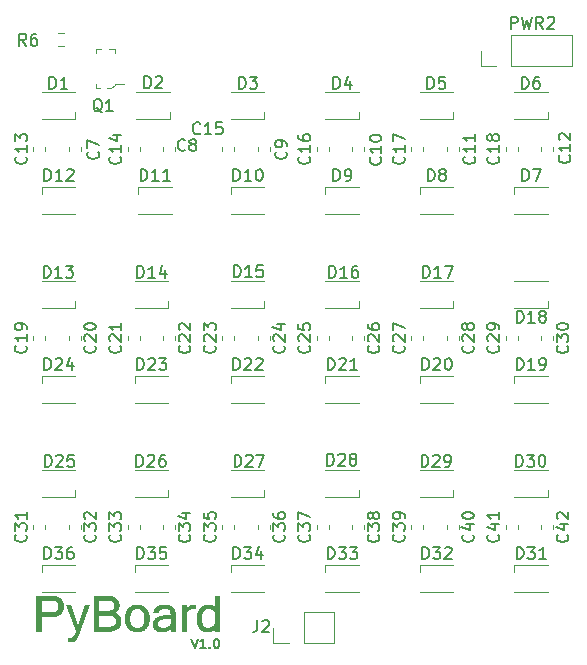
<source format=gbr>
%TF.GenerationSoftware,KiCad,Pcbnew,(7.0.0)*%
%TF.CreationDate,2023-03-11T18:24:33-08:00*%
%TF.ProjectId,pyBoard,7079426f-6172-4642-9e6b-696361645f70,rev?*%
%TF.SameCoordinates,Original*%
%TF.FileFunction,Legend,Top*%
%TF.FilePolarity,Positive*%
%FSLAX46Y46*%
G04 Gerber Fmt 4.6, Leading zero omitted, Abs format (unit mm)*
G04 Created by KiCad (PCBNEW (7.0.0)) date 2023-03-11 18:24:33*
%MOMM*%
%LPD*%
G01*
G04 APERTURE LIST*
%ADD10C,0.180000*%
%ADD11C,0.300000*%
%ADD12C,0.150000*%
%ADD13C,0.120000*%
%ADD14C,0.100000*%
G04 APERTURE END LIST*
D10*
X130576190Y-118175904D02*
X130842857Y-118975904D01*
X130842857Y-118975904D02*
X131109523Y-118175904D01*
X131795237Y-118975904D02*
X131338094Y-118975904D01*
X131566666Y-118975904D02*
X131566666Y-118175904D01*
X131566666Y-118175904D02*
X131490475Y-118290190D01*
X131490475Y-118290190D02*
X131414285Y-118366380D01*
X131414285Y-118366380D02*
X131338094Y-118404476D01*
X132138095Y-118899714D02*
X132176190Y-118937809D01*
X132176190Y-118937809D02*
X132138095Y-118975904D01*
X132138095Y-118975904D02*
X132099999Y-118937809D01*
X132099999Y-118937809D02*
X132138095Y-118899714D01*
X132138095Y-118899714D02*
X132138095Y-118975904D01*
X132671428Y-118175904D02*
X132747618Y-118175904D01*
X132747618Y-118175904D02*
X132823809Y-118214000D01*
X132823809Y-118214000D02*
X132861904Y-118252095D01*
X132861904Y-118252095D02*
X132899999Y-118328285D01*
X132899999Y-118328285D02*
X132938094Y-118480666D01*
X132938094Y-118480666D02*
X132938094Y-118671142D01*
X132938094Y-118671142D02*
X132899999Y-118823523D01*
X132899999Y-118823523D02*
X132861904Y-118899714D01*
X132861904Y-118899714D02*
X132823809Y-118937809D01*
X132823809Y-118937809D02*
X132747618Y-118975904D01*
X132747618Y-118975904D02*
X132671428Y-118975904D01*
X132671428Y-118975904D02*
X132595237Y-118937809D01*
X132595237Y-118937809D02*
X132557142Y-118899714D01*
X132557142Y-118899714D02*
X132519047Y-118823523D01*
X132519047Y-118823523D02*
X132480951Y-118671142D01*
X132480951Y-118671142D02*
X132480951Y-118480666D01*
X132480951Y-118480666D02*
X132519047Y-118328285D01*
X132519047Y-118328285D02*
X132557142Y-118252095D01*
X132557142Y-118252095D02*
X132595237Y-118214000D01*
X132595237Y-118214000D02*
X132671428Y-118175904D01*
D11*
G36*
X118635157Y-114542121D02*
G01*
X118680495Y-114542936D01*
X118724917Y-114544296D01*
X118768422Y-114546199D01*
X118811012Y-114548647D01*
X118852686Y-114551638D01*
X118893444Y-114555172D01*
X118933286Y-114559251D01*
X118972213Y-114563874D01*
X119010223Y-114569040D01*
X119047317Y-114574750D01*
X119083496Y-114581004D01*
X119118758Y-114587802D01*
X119153105Y-114595143D01*
X119186536Y-114603029D01*
X119219050Y-114611458D01*
X119250692Y-114620709D01*
X119281504Y-114631242D01*
X119311486Y-114643057D01*
X119340638Y-114656154D01*
X119368959Y-114670534D01*
X119396451Y-114686196D01*
X119423112Y-114703141D01*
X119448944Y-114721367D01*
X119473946Y-114740876D01*
X119498117Y-114761667D01*
X119521458Y-114783741D01*
X119543970Y-114807096D01*
X119565651Y-114831734D01*
X119586502Y-114857655D01*
X119606524Y-114884857D01*
X119625715Y-114913342D01*
X119643993Y-114942588D01*
X119661092Y-114972258D01*
X119677012Y-115002351D01*
X119691752Y-115032868D01*
X119705313Y-115063809D01*
X119717695Y-115095173D01*
X119728898Y-115126961D01*
X119738921Y-115159173D01*
X119747766Y-115191808D01*
X119755431Y-115224866D01*
X119761916Y-115258349D01*
X119767223Y-115292254D01*
X119771350Y-115326584D01*
X119774298Y-115361337D01*
X119776067Y-115396514D01*
X119776657Y-115432114D01*
X119775492Y-115488772D01*
X119771997Y-115543706D01*
X119766173Y-115596918D01*
X119758018Y-115648406D01*
X119747534Y-115698172D01*
X119734720Y-115746214D01*
X119719576Y-115792533D01*
X119702102Y-115837130D01*
X119682298Y-115880003D01*
X119660164Y-115921153D01*
X119635701Y-115960580D01*
X119608908Y-115998284D01*
X119579785Y-116034265D01*
X119548332Y-116068523D01*
X119514549Y-116101058D01*
X119478436Y-116131870D01*
X119440143Y-116160795D01*
X119399817Y-116187855D01*
X119357459Y-116213048D01*
X119313069Y-116236375D01*
X119266646Y-116257836D01*
X119218192Y-116277431D01*
X119167705Y-116295159D01*
X119115186Y-116311022D01*
X119060635Y-116325018D01*
X119004052Y-116337148D01*
X118974998Y-116342513D01*
X118945436Y-116347412D01*
X118915367Y-116351844D01*
X118884789Y-116355810D01*
X118853703Y-116359309D01*
X118822109Y-116362341D01*
X118790007Y-116364907D01*
X118757397Y-116367007D01*
X118724279Y-116368640D01*
X118690653Y-116369806D01*
X118656519Y-116370506D01*
X118621877Y-116370739D01*
X117884752Y-116370739D01*
X117884752Y-117590000D01*
X117437787Y-117590000D01*
X117437787Y-114963900D01*
X117884752Y-114963900D01*
X117884752Y-115948688D01*
X118625540Y-115948688D01*
X118671757Y-115948181D01*
X118716250Y-115946661D01*
X118759020Y-115944128D01*
X118800067Y-115940582D01*
X118839391Y-115936022D01*
X118876992Y-115930449D01*
X118912870Y-115923864D01*
X118947025Y-115916264D01*
X118979457Y-115907652D01*
X119010166Y-115898026D01*
X119039151Y-115887387D01*
X119066414Y-115875735D01*
X119104077Y-115856357D01*
X119137864Y-115834700D01*
X119158234Y-115818995D01*
X119186257Y-115793666D01*
X119211523Y-115766315D01*
X119234033Y-115736943D01*
X119253786Y-115705548D01*
X119270784Y-115672130D01*
X119285025Y-115636691D01*
X119296509Y-115599230D01*
X119305238Y-115559746D01*
X119311210Y-115518240D01*
X119314425Y-115474712D01*
X119315038Y-115444570D01*
X119314278Y-115414268D01*
X119311998Y-115384635D01*
X119306594Y-115346167D01*
X119298489Y-115308890D01*
X119287681Y-115272803D01*
X119274171Y-115237907D01*
X119257959Y-115204201D01*
X119239046Y-115171686D01*
X119228576Y-115155875D01*
X119206399Y-115125994D01*
X119182735Y-115098997D01*
X119157581Y-115074886D01*
X119130940Y-115053660D01*
X119102810Y-115035319D01*
X119073192Y-115019863D01*
X119042085Y-115007292D01*
X119009490Y-114997606D01*
X118974193Y-114989706D01*
X118945151Y-114984473D01*
X118913906Y-114979832D01*
X118880459Y-114975783D01*
X118844809Y-114972327D01*
X118806957Y-114969463D01*
X118766903Y-114967192D01*
X118724645Y-114965513D01*
X118695250Y-114964723D01*
X118664877Y-114964197D01*
X118633524Y-114963933D01*
X118617480Y-114963900D01*
X117884752Y-114963900D01*
X117437787Y-114963900D01*
X117437787Y-114541849D01*
X118588904Y-114541849D01*
X118635157Y-114542121D01*
G37*
G36*
X120332798Y-118105840D02*
G01*
X120366400Y-118103737D01*
X120399247Y-118097425D01*
X120431338Y-118086907D01*
X120462674Y-118072181D01*
X120493254Y-118053247D01*
X120523078Y-118030106D01*
X120552147Y-118002758D01*
X120580460Y-117971202D01*
X120608018Y-117935438D01*
X120634819Y-117895467D01*
X120660866Y-117851289D01*
X120686156Y-117802903D01*
X120710691Y-117750310D01*
X120722675Y-117722435D01*
X120734470Y-117693509D01*
X120746077Y-117663531D01*
X120757494Y-117632501D01*
X120768723Y-117600419D01*
X120779762Y-117567285D01*
X119944452Y-115339057D01*
X120415596Y-115339057D01*
X120977599Y-117012609D01*
X121539602Y-115339057D01*
X122010746Y-115339057D01*
X121172505Y-117574612D01*
X121157621Y-117613619D01*
X121143012Y-117651503D01*
X121128678Y-117688265D01*
X121114619Y-117723906D01*
X121100835Y-117758424D01*
X121087325Y-117791820D01*
X121074090Y-117824095D01*
X121061130Y-117855247D01*
X121048445Y-117885278D01*
X121036034Y-117914186D01*
X121023898Y-117941973D01*
X121006210Y-117981548D01*
X120989139Y-118018600D01*
X120972687Y-118053127D01*
X120967341Y-118064075D01*
X120951052Y-118096178D01*
X120933784Y-118127367D01*
X120915537Y-118157642D01*
X120896312Y-118187002D01*
X120876107Y-118215447D01*
X120854924Y-118242978D01*
X120832762Y-118269594D01*
X120809621Y-118295297D01*
X120785501Y-118320084D01*
X120760402Y-118343957D01*
X120743126Y-118359364D01*
X120716318Y-118381102D01*
X120688377Y-118400701D01*
X120659303Y-118418162D01*
X120629095Y-118433485D01*
X120597754Y-118446669D01*
X120565279Y-118457716D01*
X120531671Y-118466625D01*
X120496929Y-118473395D01*
X120461054Y-118478028D01*
X120424045Y-118480522D01*
X120398743Y-118480997D01*
X120361752Y-118480505D01*
X120325516Y-118479028D01*
X120290036Y-118476567D01*
X120255312Y-118473121D01*
X120221343Y-118468690D01*
X120188130Y-118463275D01*
X120155672Y-118456875D01*
X120123970Y-118449490D01*
X120123970Y-118068471D01*
X120153039Y-118077230D01*
X120188183Y-118086535D01*
X120222004Y-118094017D01*
X120254501Y-118099673D01*
X120285674Y-118103505D01*
X120315524Y-118105512D01*
X120332798Y-118105840D01*
G37*
G36*
X123464873Y-114542057D02*
G01*
X123494905Y-114542682D01*
X123524533Y-114543723D01*
X123582579Y-114547054D01*
X123639011Y-114552052D01*
X123693828Y-114558715D01*
X123747031Y-114567044D01*
X123798620Y-114577039D01*
X123848594Y-114588700D01*
X123896954Y-114602026D01*
X123943700Y-114617019D01*
X123988831Y-114633677D01*
X124032349Y-114652001D01*
X124074251Y-114671990D01*
X124114540Y-114693646D01*
X124153214Y-114716967D01*
X124190274Y-114741954D01*
X124208199Y-114755073D01*
X124242626Y-114782347D01*
X124274832Y-114810863D01*
X124304816Y-114840622D01*
X124332580Y-114871622D01*
X124358122Y-114903865D01*
X124381444Y-114937350D01*
X124402544Y-114972078D01*
X124421423Y-115008047D01*
X124438081Y-115045259D01*
X124452518Y-115083713D01*
X124464734Y-115123409D01*
X124474729Y-115164347D01*
X124482503Y-115206528D01*
X124488056Y-115249951D01*
X124491387Y-115294616D01*
X124492498Y-115340523D01*
X124490975Y-115396187D01*
X124486407Y-115449791D01*
X124478793Y-115501334D01*
X124468135Y-115550816D01*
X124454430Y-115598237D01*
X124437681Y-115643598D01*
X124417885Y-115686897D01*
X124395045Y-115728136D01*
X124369159Y-115767314D01*
X124340228Y-115804432D01*
X124308251Y-115839488D01*
X124273229Y-115872484D01*
X124235161Y-115903419D01*
X124194048Y-115932293D01*
X124149890Y-115959106D01*
X124102686Y-115983859D01*
X124132110Y-115991836D01*
X124160846Y-116000929D01*
X124188896Y-116011138D01*
X124216259Y-116022464D01*
X124242935Y-116034906D01*
X124268924Y-116048465D01*
X124306619Y-116070895D01*
X124342769Y-116095837D01*
X124366010Y-116113861D01*
X124388565Y-116133000D01*
X124410432Y-116153256D01*
X124431613Y-116174628D01*
X124452106Y-116197117D01*
X124471913Y-116220722D01*
X124491032Y-116245443D01*
X124509222Y-116270848D01*
X124526238Y-116296688D01*
X124542080Y-116322963D01*
X124556749Y-116349673D01*
X124570244Y-116376819D01*
X124582566Y-116404399D01*
X124593714Y-116432414D01*
X124603689Y-116460865D01*
X124612491Y-116489750D01*
X124620118Y-116519071D01*
X124626573Y-116548827D01*
X124631854Y-116579017D01*
X124635961Y-116609643D01*
X124638895Y-116640704D01*
X124640655Y-116672200D01*
X124641242Y-116704131D01*
X124640082Y-116756930D01*
X124636605Y-116808167D01*
X124630809Y-116857841D01*
X124622694Y-116905952D01*
X124612262Y-116952500D01*
X124599510Y-116997485D01*
X124584441Y-117040908D01*
X124567053Y-117082768D01*
X124547346Y-117123065D01*
X124525322Y-117161800D01*
X124500979Y-117198971D01*
X124474317Y-117234580D01*
X124445337Y-117268626D01*
X124414039Y-117301110D01*
X124380422Y-117332030D01*
X124344487Y-117361388D01*
X124306459Y-117389072D01*
X124266382Y-117414969D01*
X124224256Y-117439080D01*
X124180081Y-117461406D01*
X124133856Y-117481945D01*
X124085582Y-117500698D01*
X124035258Y-117517665D01*
X123982885Y-117532847D01*
X123928463Y-117546242D01*
X123871991Y-117557851D01*
X123842987Y-117562986D01*
X123813470Y-117567674D01*
X123783441Y-117571916D01*
X123752900Y-117575711D01*
X123721846Y-117579060D01*
X123690280Y-117581962D01*
X123658202Y-117584418D01*
X123625611Y-117586427D01*
X123592508Y-117587990D01*
X123558893Y-117589106D01*
X123524765Y-117589776D01*
X123490125Y-117590000D01*
X122335345Y-117590000D01*
X122335345Y-116230055D01*
X122782309Y-116230055D01*
X122782309Y-117167948D01*
X123486461Y-117167948D01*
X123529107Y-117167490D01*
X123570399Y-117166116D01*
X123610337Y-117163826D01*
X123648921Y-117160621D01*
X123686151Y-117156499D01*
X123722028Y-117151461D01*
X123756551Y-117145508D01*
X123789719Y-117138639D01*
X123821535Y-117130853D01*
X123851996Y-117122152D01*
X123881103Y-117112535D01*
X123908857Y-117102002D01*
X123960302Y-117078189D01*
X124006332Y-117050711D01*
X124046947Y-117019570D01*
X124082147Y-116984766D01*
X124111931Y-116946297D01*
X124136300Y-116904166D01*
X124155254Y-116858370D01*
X124168792Y-116808911D01*
X124176915Y-116755788D01*
X124179623Y-116699002D01*
X124179004Y-116669017D01*
X124175759Y-116625972D01*
X124169731Y-116585245D01*
X124160921Y-116546837D01*
X124149329Y-116510748D01*
X124134955Y-116476976D01*
X124117799Y-116445523D01*
X124097860Y-116416389D01*
X124075140Y-116389573D01*
X124049638Y-116365075D01*
X124021353Y-116342896D01*
X123989426Y-116322730D01*
X123952720Y-116304547D01*
X123911236Y-116288349D01*
X123880925Y-116278652D01*
X123848490Y-116269836D01*
X123813932Y-116261902D01*
X123777250Y-116254849D01*
X123738444Y-116248678D01*
X123697514Y-116243389D01*
X123654460Y-116238981D01*
X123609283Y-116235455D01*
X123561982Y-116232810D01*
X123512557Y-116231047D01*
X123461008Y-116230166D01*
X123434438Y-116230055D01*
X122782309Y-116230055D01*
X122335345Y-116230055D01*
X122335345Y-114963900D01*
X122782309Y-114963900D01*
X122782309Y-115808004D01*
X123430774Y-115808004D01*
X123470659Y-115807617D01*
X123509165Y-115806458D01*
X123546290Y-115804526D01*
X123582037Y-115801821D01*
X123616403Y-115798344D01*
X123649391Y-115794093D01*
X123680998Y-115789070D01*
X123711226Y-115783274D01*
X123740074Y-115776705D01*
X123780760Y-115765403D01*
X123818342Y-115752362D01*
X123852819Y-115737582D01*
X123884193Y-115721064D01*
X123903384Y-115709085D01*
X123929966Y-115689385D01*
X123953934Y-115667380D01*
X123975287Y-115643069D01*
X123994025Y-115616452D01*
X124010148Y-115587530D01*
X124023657Y-115556303D01*
X124034552Y-115522770D01*
X124042831Y-115486931D01*
X124048496Y-115448787D01*
X124051547Y-115408337D01*
X124052128Y-115380090D01*
X124050859Y-115342118D01*
X124047053Y-115305962D01*
X124040710Y-115271621D01*
X124031829Y-115239097D01*
X124020411Y-115208389D01*
X124006455Y-115179497D01*
X123989963Y-115152421D01*
X123970932Y-115127161D01*
X123949365Y-115103718D01*
X123925260Y-115082090D01*
X123907780Y-115068681D01*
X123878732Y-115049955D01*
X123845716Y-115033072D01*
X123808733Y-115018030D01*
X123767783Y-115004830D01*
X123738280Y-114997054D01*
X123707013Y-114990095D01*
X123673983Y-114983956D01*
X123639190Y-114978635D01*
X123602633Y-114974133D01*
X123564314Y-114970449D01*
X123524231Y-114967584D01*
X123482386Y-114965538D01*
X123438777Y-114964310D01*
X123393405Y-114963900D01*
X122782309Y-114963900D01*
X122335345Y-114963900D01*
X122335345Y-114541849D01*
X123434438Y-114541849D01*
X123464873Y-114542057D01*
G37*
G36*
X126022797Y-115292463D02*
G01*
X126052093Y-115293362D01*
X126109561Y-115296960D01*
X126165529Y-115302956D01*
X126219997Y-115311351D01*
X126272965Y-115322145D01*
X126324434Y-115335337D01*
X126374402Y-115350927D01*
X126422871Y-115368916D01*
X126469840Y-115389304D01*
X126515309Y-115412090D01*
X126559279Y-115437275D01*
X126601748Y-115464858D01*
X126642718Y-115494840D01*
X126682188Y-115527220D01*
X126720159Y-115561999D01*
X126756629Y-115599176D01*
X126791233Y-115638534D01*
X126823605Y-115679856D01*
X126853744Y-115723142D01*
X126881651Y-115768391D01*
X126907325Y-115815603D01*
X126930766Y-115864779D01*
X126951976Y-115915918D01*
X126970952Y-115969021D01*
X126987696Y-116024087D01*
X127002207Y-116081117D01*
X127008626Y-116110368D01*
X127014486Y-116140110D01*
X127019789Y-116170343D01*
X127024533Y-116201067D01*
X127028719Y-116232281D01*
X127032347Y-116263987D01*
X127035416Y-116296183D01*
X127037928Y-116328871D01*
X127039881Y-116362049D01*
X127041277Y-116395718D01*
X127042114Y-116429878D01*
X127042393Y-116464528D01*
X127042114Y-116499045D01*
X127041277Y-116533079D01*
X127039881Y-116566628D01*
X127037928Y-116599694D01*
X127035416Y-116632276D01*
X127032347Y-116664374D01*
X127028719Y-116695989D01*
X127024533Y-116727120D01*
X127019789Y-116757767D01*
X127014486Y-116787931D01*
X127008626Y-116817611D01*
X127002207Y-116846807D01*
X126995231Y-116875519D01*
X126979603Y-116931493D01*
X126961743Y-116985531D01*
X126941650Y-117037635D01*
X126919325Y-117087804D01*
X126894767Y-117136038D01*
X126867976Y-117182338D01*
X126838954Y-117226702D01*
X126807698Y-117269132D01*
X126774210Y-117309626D01*
X126756629Y-117329148D01*
X126720159Y-117366414D01*
X126682188Y-117401276D01*
X126642718Y-117433734D01*
X126601748Y-117463787D01*
X126559279Y-117491436D01*
X126515309Y-117516681D01*
X126469840Y-117539521D01*
X126422871Y-117559958D01*
X126374402Y-117577990D01*
X126324434Y-117593617D01*
X126272965Y-117606841D01*
X126219997Y-117617660D01*
X126165529Y-117626075D01*
X126109561Y-117632086D01*
X126052093Y-117635692D01*
X126022797Y-117636594D01*
X125993126Y-117636894D01*
X125963545Y-117636594D01*
X125905499Y-117634189D01*
X125848941Y-117629381D01*
X125793872Y-117622168D01*
X125740292Y-117612551D01*
X125688199Y-117600530D01*
X125637595Y-117586104D01*
X125588479Y-117569274D01*
X125540852Y-117550040D01*
X125494713Y-117528402D01*
X125450062Y-117504359D01*
X125406900Y-117477912D01*
X125365226Y-117449061D01*
X125325041Y-117417805D01*
X125286343Y-117384146D01*
X125249134Y-117348082D01*
X125231088Y-117329148D01*
X125196484Y-117289621D01*
X125164112Y-117248159D01*
X125133973Y-117204762D01*
X125106066Y-117159430D01*
X125080392Y-117112163D01*
X125056951Y-117062962D01*
X125035742Y-117011825D01*
X125016765Y-116958754D01*
X125000021Y-116903748D01*
X124985510Y-116846807D01*
X124979091Y-116817611D01*
X124973231Y-116787931D01*
X124967928Y-116757767D01*
X124963184Y-116727120D01*
X124958998Y-116695989D01*
X124955370Y-116664374D01*
X124952301Y-116632276D01*
X124949789Y-116599694D01*
X124947836Y-116566628D01*
X124946440Y-116533079D01*
X124945603Y-116499045D01*
X124945330Y-116465261D01*
X125391556Y-116465261D01*
X125392208Y-116514308D01*
X125394166Y-116561798D01*
X125397429Y-116607731D01*
X125401997Y-116652107D01*
X125407870Y-116694926D01*
X125415049Y-116736188D01*
X125423532Y-116775892D01*
X125433321Y-116814040D01*
X125444415Y-116850631D01*
X125456814Y-116885664D01*
X125470519Y-116919141D01*
X125485528Y-116951060D01*
X125501843Y-116981423D01*
X125519463Y-117010228D01*
X125538388Y-117037476D01*
X125558618Y-117063168D01*
X125579893Y-117087213D01*
X125601952Y-117109707D01*
X125624795Y-117130650D01*
X125648423Y-117150042D01*
X125672835Y-117167882D01*
X125698031Y-117184171D01*
X125724011Y-117198909D01*
X125750776Y-117212095D01*
X125778325Y-117223730D01*
X125806658Y-117233813D01*
X125835775Y-117242346D01*
X125865677Y-117249327D01*
X125896363Y-117254756D01*
X125927833Y-117258634D01*
X125960087Y-117260961D01*
X125993126Y-117261737D01*
X126026076Y-117260961D01*
X126058247Y-117258634D01*
X126089640Y-117254756D01*
X126120254Y-117249327D01*
X126150090Y-117242346D01*
X126179147Y-117233813D01*
X126207426Y-117223730D01*
X126234926Y-117212095D01*
X126261648Y-117198909D01*
X126287591Y-117184171D01*
X126312756Y-117167882D01*
X126337142Y-117150042D01*
X126360749Y-117130650D01*
X126383579Y-117109707D01*
X126405629Y-117087213D01*
X126426901Y-117063168D01*
X126447131Y-117037476D01*
X126466056Y-117010228D01*
X126483676Y-116981423D01*
X126499991Y-116951060D01*
X126515000Y-116919141D01*
X126528705Y-116885664D01*
X126541104Y-116850631D01*
X126552198Y-116814040D01*
X126561986Y-116775892D01*
X126570470Y-116736188D01*
X126577649Y-116694926D01*
X126583522Y-116652107D01*
X126588090Y-116607731D01*
X126591353Y-116561798D01*
X126593311Y-116514308D01*
X126593963Y-116465261D01*
X126593311Y-116416040D01*
X126591353Y-116368392D01*
X126588090Y-116322319D01*
X126583522Y-116277820D01*
X126577649Y-116234895D01*
X126570470Y-116193545D01*
X126561986Y-116153769D01*
X126552198Y-116115566D01*
X126541104Y-116078939D01*
X126528705Y-116043885D01*
X126515000Y-116010406D01*
X126499991Y-115978500D01*
X126483676Y-115948170D01*
X126466056Y-115919413D01*
X126447131Y-115892230D01*
X126426901Y-115866622D01*
X126405629Y-115842488D01*
X126383579Y-115819911D01*
X126360749Y-115798890D01*
X126337142Y-115779427D01*
X126312756Y-115761521D01*
X126287591Y-115745172D01*
X126261648Y-115730380D01*
X126234926Y-115717145D01*
X126207426Y-115705467D01*
X126179147Y-115695347D01*
X126150090Y-115686783D01*
X126120254Y-115679776D01*
X126089640Y-115674327D01*
X126058247Y-115670434D01*
X126026076Y-115668098D01*
X125993126Y-115667320D01*
X125960087Y-115668098D01*
X125927833Y-115670434D01*
X125896363Y-115674327D01*
X125865677Y-115679776D01*
X125835775Y-115686783D01*
X125806658Y-115695347D01*
X125778325Y-115705467D01*
X125750776Y-115717145D01*
X125724011Y-115730380D01*
X125698031Y-115745172D01*
X125672835Y-115761521D01*
X125648423Y-115779427D01*
X125624795Y-115798890D01*
X125601952Y-115819911D01*
X125579893Y-115842488D01*
X125558618Y-115866622D01*
X125538388Y-115892230D01*
X125519463Y-115919413D01*
X125501843Y-115948170D01*
X125485528Y-115978500D01*
X125470519Y-116010406D01*
X125456814Y-116043885D01*
X125444415Y-116078939D01*
X125433321Y-116115566D01*
X125423532Y-116153769D01*
X125415049Y-116193545D01*
X125407870Y-116234895D01*
X125401997Y-116277820D01*
X125397429Y-116322319D01*
X125394166Y-116368392D01*
X125392208Y-116416040D01*
X125391556Y-116465261D01*
X124945330Y-116465261D01*
X124945324Y-116464528D01*
X124945603Y-116429878D01*
X124946440Y-116395718D01*
X124947836Y-116362049D01*
X124949789Y-116328871D01*
X124952301Y-116296183D01*
X124955370Y-116263987D01*
X124958998Y-116232281D01*
X124963184Y-116201067D01*
X124967928Y-116170343D01*
X124973231Y-116140110D01*
X124979091Y-116110368D01*
X124985510Y-116081117D01*
X124992486Y-116052356D01*
X125008114Y-115996308D01*
X125025974Y-115942224D01*
X125046067Y-115890103D01*
X125068392Y-115839945D01*
X125092950Y-115791751D01*
X125119741Y-115745521D01*
X125148763Y-115701254D01*
X125180019Y-115658950D01*
X125213507Y-115618610D01*
X125231088Y-115599176D01*
X125267553Y-115561999D01*
X125305506Y-115527220D01*
X125344947Y-115494840D01*
X125385877Y-115464858D01*
X125428295Y-115437275D01*
X125472202Y-115412090D01*
X125517596Y-115389304D01*
X125564480Y-115368916D01*
X125612851Y-115350927D01*
X125662711Y-115335337D01*
X125714059Y-115322145D01*
X125766896Y-115311351D01*
X125821221Y-115302956D01*
X125877034Y-115296960D01*
X125934336Y-115293362D01*
X125993126Y-115292163D01*
X126022797Y-115292463D01*
G37*
G36*
X128377433Y-115292844D02*
G01*
X128428750Y-115294888D01*
X128478618Y-115298294D01*
X128527038Y-115303062D01*
X128574010Y-115309193D01*
X128619534Y-115316686D01*
X128663609Y-115325542D01*
X128706236Y-115335760D01*
X128747415Y-115347341D01*
X128787146Y-115360284D01*
X128825428Y-115374589D01*
X128862262Y-115390257D01*
X128897647Y-115407287D01*
X128931585Y-115425680D01*
X128964074Y-115445435D01*
X128995115Y-115466552D01*
X129024573Y-115489547D01*
X129052130Y-115515118D01*
X129077787Y-115543265D01*
X129101543Y-115573989D01*
X129123399Y-115607288D01*
X129143355Y-115643163D01*
X129161410Y-115681614D01*
X129177564Y-115722641D01*
X129191818Y-115766244D01*
X129204171Y-115812423D01*
X129214624Y-115861178D01*
X129223176Y-115912509D01*
X129229828Y-115966416D01*
X129234579Y-116022899D01*
X129237430Y-116081958D01*
X129238143Y-116112454D01*
X129238381Y-116143593D01*
X129238381Y-117590000D01*
X128803872Y-117590000D01*
X128803872Y-117395094D01*
X128769978Y-117424374D01*
X128734424Y-117451766D01*
X128697209Y-117477268D01*
X128658334Y-117500881D01*
X128617800Y-117522606D01*
X128575605Y-117542441D01*
X128531750Y-117560387D01*
X128486235Y-117576444D01*
X128439060Y-117590612D01*
X128390224Y-117602891D01*
X128339729Y-117613281D01*
X128287574Y-117621782D01*
X128233758Y-117628393D01*
X128178283Y-117633116D01*
X128121147Y-117635950D01*
X128062351Y-117636894D01*
X128021041Y-117636179D01*
X127980641Y-117634032D01*
X127941150Y-117630454D01*
X127902571Y-117625445D01*
X127864901Y-117619005D01*
X127828141Y-117611134D01*
X127792292Y-117601832D01*
X127757353Y-117591099D01*
X127723324Y-117578934D01*
X127690205Y-117565339D01*
X127657997Y-117550312D01*
X127626698Y-117533854D01*
X127596310Y-117515965D01*
X127566832Y-117496645D01*
X127538264Y-117475894D01*
X127510607Y-117453712D01*
X127484254Y-117430302D01*
X127459602Y-117406050D01*
X127436650Y-117380957D01*
X127415398Y-117355023D01*
X127395846Y-117328247D01*
X127377994Y-117300629D01*
X127361843Y-117272170D01*
X127347391Y-117242869D01*
X127334640Y-117212727D01*
X127323589Y-117181744D01*
X127314238Y-117149919D01*
X127306588Y-117117252D01*
X127300637Y-117083744D01*
X127296387Y-117049395D01*
X127293836Y-117014204D01*
X127292986Y-116978171D01*
X127293930Y-116943000D01*
X127739951Y-116943000D01*
X127741760Y-116980186D01*
X127747186Y-117015174D01*
X127756231Y-117047964D01*
X127768893Y-117078555D01*
X127785174Y-117106948D01*
X127805072Y-117133143D01*
X127828588Y-117157140D01*
X127855722Y-117178939D01*
X127886016Y-117198345D01*
X127919011Y-117215163D01*
X127954709Y-117229394D01*
X127983255Y-117238369D01*
X128013321Y-117245889D01*
X128044907Y-117251953D01*
X128078013Y-117256562D01*
X128112639Y-117259716D01*
X128148785Y-117261414D01*
X128173726Y-117261737D01*
X128208644Y-117261009D01*
X128243329Y-117258826D01*
X128277783Y-117255188D01*
X128312006Y-117250094D01*
X128345996Y-117243544D01*
X128379754Y-117235539D01*
X128413281Y-117226079D01*
X128446576Y-117215163D01*
X128479639Y-117202792D01*
X128512470Y-117188965D01*
X128534228Y-117178939D01*
X128566231Y-117162819D01*
X128596842Y-117145786D01*
X128626063Y-117127837D01*
X128653892Y-117108975D01*
X128680330Y-117089197D01*
X128705378Y-117068506D01*
X128729034Y-117046900D01*
X128751299Y-117024379D01*
X128772173Y-117000944D01*
X128791657Y-116976594D01*
X128803872Y-116959853D01*
X128803872Y-116511423D01*
X128561339Y-116511423D01*
X128510805Y-116511845D01*
X128461874Y-116513109D01*
X128414548Y-116515216D01*
X128368826Y-116518166D01*
X128324709Y-116521960D01*
X128282196Y-116526596D01*
X128241287Y-116532075D01*
X128201982Y-116538397D01*
X128164281Y-116545562D01*
X128128185Y-116553569D01*
X128093693Y-116562420D01*
X128060806Y-116572114D01*
X128029522Y-116582650D01*
X127999843Y-116594030D01*
X127971768Y-116606252D01*
X127945298Y-116619317D01*
X127897170Y-116647977D01*
X127855458Y-116680008D01*
X127820164Y-116715411D01*
X127791287Y-116754185D01*
X127768828Y-116796331D01*
X127752785Y-116841849D01*
X127743159Y-116890739D01*
X127739951Y-116943000D01*
X127293930Y-116943000D01*
X127294299Y-116929259D01*
X127298238Y-116881900D01*
X127304804Y-116836094D01*
X127313995Y-116791841D01*
X127325812Y-116749140D01*
X127340256Y-116707992D01*
X127357325Y-116668397D01*
X127377021Y-116630354D01*
X127399343Y-116593864D01*
X127424291Y-116558927D01*
X127451865Y-116525543D01*
X127482065Y-116493712D01*
X127514891Y-116463433D01*
X127550343Y-116434707D01*
X127588421Y-116407534D01*
X127629125Y-116381913D01*
X127672456Y-116357846D01*
X127718412Y-116335331D01*
X127766995Y-116314368D01*
X127818204Y-116294959D01*
X127872039Y-116277102D01*
X127928499Y-116260798D01*
X127987586Y-116246047D01*
X128049299Y-116232849D01*
X128113639Y-116221203D01*
X128180604Y-116211110D01*
X128250195Y-116202570D01*
X128322413Y-116195583D01*
X128397256Y-116190148D01*
X128474726Y-116186266D01*
X128554821Y-116183937D01*
X128637543Y-116183161D01*
X128803872Y-116183161D01*
X128803666Y-116146837D01*
X128803048Y-116112329D01*
X128802018Y-116079638D01*
X128800575Y-116048762D01*
X128798011Y-116010420D01*
X128794713Y-115975306D01*
X128790683Y-115943421D01*
X128784615Y-115908105D01*
X128780425Y-115889337D01*
X128771076Y-115860145D01*
X128757685Y-115832564D01*
X128740250Y-115806593D01*
X128718773Y-115782232D01*
X128693253Y-115759481D01*
X128663690Y-115738340D01*
X128650732Y-115730334D01*
X128622064Y-115715565D01*
X128589183Y-115702766D01*
X128552089Y-115691935D01*
X128521503Y-115685104D01*
X128488547Y-115679381D01*
X128453222Y-115674766D01*
X128415526Y-115671258D01*
X128375461Y-115668858D01*
X128333026Y-115667566D01*
X128303419Y-115667320D01*
X128272838Y-115667640D01*
X128243195Y-115668602D01*
X128186720Y-115672449D01*
X128133995Y-115678860D01*
X128085020Y-115687836D01*
X128039794Y-115699377D01*
X127998318Y-115713482D01*
X127960591Y-115730151D01*
X127926613Y-115749385D01*
X127896385Y-115771184D01*
X127869907Y-115795547D01*
X127847178Y-115822475D01*
X127828199Y-115851967D01*
X127812969Y-115884024D01*
X127801488Y-115918646D01*
X127793758Y-115955832D01*
X127789776Y-115995582D01*
X127356001Y-115995582D01*
X127359742Y-115952305D01*
X127365194Y-115910403D01*
X127372358Y-115869873D01*
X127381234Y-115830718D01*
X127391822Y-115792937D01*
X127404121Y-115756530D01*
X127418131Y-115721496D01*
X127433853Y-115687836D01*
X127451287Y-115655550D01*
X127470432Y-115624638D01*
X127491289Y-115595100D01*
X127513858Y-115566936D01*
X127538138Y-115540146D01*
X127564130Y-115514729D01*
X127591834Y-115490686D01*
X127621249Y-115468018D01*
X127652375Y-115446723D01*
X127685214Y-115426802D01*
X127719763Y-115408254D01*
X127756025Y-115391081D01*
X127793998Y-115375282D01*
X127833683Y-115360856D01*
X127875079Y-115347804D01*
X127918187Y-115336127D01*
X127963006Y-115325823D01*
X128009538Y-115316892D01*
X128057780Y-115309336D01*
X128107735Y-115303154D01*
X128159401Y-115298345D01*
X128212778Y-115294911D01*
X128267867Y-115292850D01*
X128324668Y-115292163D01*
X128377433Y-115292844D01*
G37*
G36*
X130937578Y-115700293D02*
G01*
X130902441Y-115690794D01*
X130872862Y-115684354D01*
X130841979Y-115678944D01*
X130809791Y-115674565D01*
X130776297Y-115671216D01*
X130741498Y-115668898D01*
X130705394Y-115667610D01*
X130677459Y-115667320D01*
X130642245Y-115668516D01*
X130607678Y-115672105D01*
X130573758Y-115678087D01*
X130540485Y-115686462D01*
X130507858Y-115697230D01*
X130475879Y-115710391D01*
X130444546Y-115725944D01*
X130413860Y-115743890D01*
X130383821Y-115764229D01*
X130354429Y-115786961D01*
X130325684Y-115812085D01*
X130297585Y-115839603D01*
X130270134Y-115869513D01*
X130243329Y-115901816D01*
X130217171Y-115936512D01*
X130191660Y-115973600D01*
X130191660Y-117590000D01*
X129754954Y-117590000D01*
X129754954Y-115339057D01*
X130191660Y-115339057D01*
X130191660Y-115592581D01*
X130218348Y-115556203D01*
X130246020Y-115522171D01*
X130274676Y-115490486D01*
X130304317Y-115461148D01*
X130334943Y-115434158D01*
X130366553Y-115409514D01*
X130399148Y-115387217D01*
X130432728Y-115367267D01*
X130467292Y-115349665D01*
X130502841Y-115334409D01*
X130539374Y-115321501D01*
X130576892Y-115310939D01*
X130615395Y-115302724D01*
X130654882Y-115296857D01*
X130695354Y-115293336D01*
X130736810Y-115292163D01*
X130769543Y-115292755D01*
X130804542Y-115294533D01*
X130835440Y-115296919D01*
X130867912Y-115300128D01*
X130901958Y-115304161D01*
X130937578Y-115309016D01*
X130937578Y-115700293D01*
G37*
G36*
X132972365Y-117590000D02*
G01*
X132537857Y-117590000D01*
X132537857Y-117369448D01*
X132509149Y-117401834D01*
X132479262Y-117432131D01*
X132448195Y-117460338D01*
X132415949Y-117486456D01*
X132382524Y-117510484D01*
X132347920Y-117532423D01*
X132312137Y-117552273D01*
X132275174Y-117570033D01*
X132237032Y-117585703D01*
X132197711Y-117599285D01*
X132157210Y-117610776D01*
X132115531Y-117620179D01*
X132072672Y-117627492D01*
X132028634Y-117632715D01*
X131983416Y-117635849D01*
X131937020Y-117636894D01*
X131882752Y-117635669D01*
X131830041Y-117631994D01*
X131778888Y-117625869D01*
X131729291Y-117617294D01*
X131681252Y-117606268D01*
X131634769Y-117592793D01*
X131589844Y-117576868D01*
X131546475Y-117558492D01*
X131504664Y-117537667D01*
X131464410Y-117514391D01*
X131425713Y-117488665D01*
X131388572Y-117460490D01*
X131352989Y-117429864D01*
X131318963Y-117396788D01*
X131286494Y-117361262D01*
X131255582Y-117323286D01*
X131226479Y-117283161D01*
X131199254Y-117241370D01*
X131173906Y-117197912D01*
X131150436Y-117152790D01*
X131128843Y-117106001D01*
X131109128Y-117057546D01*
X131091291Y-117007426D01*
X131075331Y-116955640D01*
X131061249Y-116902188D01*
X131049044Y-116847070D01*
X131038717Y-116790286D01*
X131034258Y-116761270D01*
X131030268Y-116731837D01*
X131026748Y-116701988D01*
X131023697Y-116671722D01*
X131021115Y-116641039D01*
X131019002Y-116609941D01*
X131017360Y-116578426D01*
X131016186Y-116546494D01*
X131015482Y-116514146D01*
X131015247Y-116481381D01*
X131461479Y-116481381D01*
X131462008Y-116529086D01*
X131463597Y-116575296D01*
X131466245Y-116620013D01*
X131469951Y-116663235D01*
X131474717Y-116704964D01*
X131480541Y-116745198D01*
X131487425Y-116783938D01*
X131495368Y-116821184D01*
X131504369Y-116856936D01*
X131514430Y-116891194D01*
X131525550Y-116923958D01*
X131537728Y-116955228D01*
X131550966Y-116985003D01*
X131565263Y-117013285D01*
X131580619Y-117040072D01*
X131597034Y-117065366D01*
X131614376Y-117089145D01*
X131641881Y-117121938D01*
X131671177Y-117151278D01*
X131702263Y-117177167D01*
X131735139Y-117199604D01*
X131769805Y-117218589D01*
X131806262Y-117234122D01*
X131844509Y-117246204D01*
X131884547Y-117254833D01*
X131926374Y-117260011D01*
X131969993Y-117261737D01*
X132008962Y-117260369D01*
X132047467Y-117256265D01*
X132085509Y-117249424D01*
X132123087Y-117239847D01*
X132160201Y-117227534D01*
X132196852Y-117212484D01*
X132233039Y-117194698D01*
X132268763Y-117174176D01*
X132304022Y-117150918D01*
X132338818Y-117124923D01*
X132373151Y-117096192D01*
X132407019Y-117064725D01*
X132440424Y-117030521D01*
X132473366Y-116993581D01*
X132505843Y-116953905D01*
X132537857Y-116911493D01*
X132537857Y-115913517D01*
X132507795Y-115883704D01*
X132477144Y-115855814D01*
X132445903Y-115829848D01*
X132414072Y-115805806D01*
X132381651Y-115783686D01*
X132348641Y-115763490D01*
X132315042Y-115745218D01*
X132280853Y-115728869D01*
X132246074Y-115714443D01*
X132210705Y-115701941D01*
X132174747Y-115691362D01*
X132138200Y-115682707D01*
X132101062Y-115675975D01*
X132063335Y-115671167D01*
X132025019Y-115668282D01*
X131986113Y-115667320D01*
X131942548Y-115669097D01*
X131900607Y-115674430D01*
X131860288Y-115683317D01*
X131821592Y-115695759D01*
X131784519Y-115711756D01*
X131749069Y-115731308D01*
X131715242Y-115754414D01*
X131683038Y-115781076D01*
X131652456Y-115811292D01*
X131632970Y-115833412D01*
X131614206Y-115857111D01*
X131605094Y-115869553D01*
X131587703Y-115895642D01*
X131571434Y-115923351D01*
X131556287Y-115952680D01*
X131542262Y-115983630D01*
X131529359Y-116016199D01*
X131517578Y-116050388D01*
X131506920Y-116086197D01*
X131497383Y-116123627D01*
X131488968Y-116162676D01*
X131481675Y-116203345D01*
X131475504Y-116245634D01*
X131470455Y-116289544D01*
X131466528Y-116335073D01*
X131463723Y-116382222D01*
X131462040Y-116430992D01*
X131461479Y-116481381D01*
X131015247Y-116481381D01*
X131015510Y-116447393D01*
X131016298Y-116413847D01*
X131017611Y-116380743D01*
X131019449Y-116348082D01*
X131021812Y-116315863D01*
X131024701Y-116284085D01*
X131028115Y-116252751D01*
X131032054Y-116221858D01*
X131036519Y-116191407D01*
X131041508Y-116161399D01*
X131047023Y-116131833D01*
X131053063Y-116102709D01*
X131059628Y-116074028D01*
X131074334Y-116017991D01*
X131091141Y-115963724D01*
X131110049Y-115911225D01*
X131131058Y-115860495D01*
X131154167Y-115811534D01*
X131179378Y-115764341D01*
X131206689Y-115718918D01*
X131236101Y-115675263D01*
X131267614Y-115633377D01*
X131284159Y-115613098D01*
X131318319Y-115574235D01*
X131353573Y-115537879D01*
X131389921Y-115504030D01*
X131427361Y-115472689D01*
X131465895Y-115443855D01*
X131505523Y-115417528D01*
X131546244Y-115393709D01*
X131588058Y-115372397D01*
X131630965Y-115353592D01*
X131674966Y-115337294D01*
X131720061Y-115323504D01*
X131766248Y-115312221D01*
X131813529Y-115303446D01*
X131861904Y-115297177D01*
X131911371Y-115293416D01*
X131961933Y-115292163D01*
X132006686Y-115292907D01*
X132050272Y-115295140D01*
X132092690Y-115298860D01*
X132133941Y-115304070D01*
X132174023Y-115310767D01*
X132212938Y-115318953D01*
X132250685Y-115328627D01*
X132287264Y-115339790D01*
X132322675Y-115352441D01*
X132356919Y-115366581D01*
X132389995Y-115382208D01*
X132421903Y-115399324D01*
X132452643Y-115417929D01*
X132482216Y-115438022D01*
X132510620Y-115459603D01*
X132537857Y-115482672D01*
X132537857Y-114541849D01*
X132972365Y-114541849D01*
X132972365Y-117590000D01*
G37*
D12*
%TO.C,J2*%
X136146666Y-116617380D02*
X136146666Y-117331666D01*
X136146666Y-117331666D02*
X136099047Y-117474523D01*
X136099047Y-117474523D02*
X136003809Y-117569761D01*
X136003809Y-117569761D02*
X135860952Y-117617380D01*
X135860952Y-117617380D02*
X135765714Y-117617380D01*
X136575238Y-116712619D02*
X136622857Y-116665000D01*
X136622857Y-116665000D02*
X136718095Y-116617380D01*
X136718095Y-116617380D02*
X136956190Y-116617380D01*
X136956190Y-116617380D02*
X137051428Y-116665000D01*
X137051428Y-116665000D02*
X137099047Y-116712619D01*
X137099047Y-116712619D02*
X137146666Y-116807857D01*
X137146666Y-116807857D02*
X137146666Y-116903095D01*
X137146666Y-116903095D02*
X137099047Y-117045952D01*
X137099047Y-117045952D02*
X136527619Y-117617380D01*
X136527619Y-117617380D02*
X137146666Y-117617380D01*
%TO.C,D34*%
X134120714Y-111417380D02*
X134120714Y-110417380D01*
X134120714Y-110417380D02*
X134358809Y-110417380D01*
X134358809Y-110417380D02*
X134501666Y-110465000D01*
X134501666Y-110465000D02*
X134596904Y-110560238D01*
X134596904Y-110560238D02*
X134644523Y-110655476D01*
X134644523Y-110655476D02*
X134692142Y-110845952D01*
X134692142Y-110845952D02*
X134692142Y-110988809D01*
X134692142Y-110988809D02*
X134644523Y-111179285D01*
X134644523Y-111179285D02*
X134596904Y-111274523D01*
X134596904Y-111274523D02*
X134501666Y-111369761D01*
X134501666Y-111369761D02*
X134358809Y-111417380D01*
X134358809Y-111417380D02*
X134120714Y-111417380D01*
X135025476Y-110417380D02*
X135644523Y-110417380D01*
X135644523Y-110417380D02*
X135311190Y-110798333D01*
X135311190Y-110798333D02*
X135454047Y-110798333D01*
X135454047Y-110798333D02*
X135549285Y-110845952D01*
X135549285Y-110845952D02*
X135596904Y-110893571D01*
X135596904Y-110893571D02*
X135644523Y-110988809D01*
X135644523Y-110988809D02*
X135644523Y-111226904D01*
X135644523Y-111226904D02*
X135596904Y-111322142D01*
X135596904Y-111322142D02*
X135549285Y-111369761D01*
X135549285Y-111369761D02*
X135454047Y-111417380D01*
X135454047Y-111417380D02*
X135168333Y-111417380D01*
X135168333Y-111417380D02*
X135073095Y-111369761D01*
X135073095Y-111369761D02*
X135025476Y-111322142D01*
X136501666Y-110750714D02*
X136501666Y-111417380D01*
X136263571Y-110369761D02*
X136025476Y-111084047D01*
X136025476Y-111084047D02*
X136644523Y-111084047D01*
%TO.C,D27*%
X134220714Y-103617380D02*
X134220714Y-102617380D01*
X134220714Y-102617380D02*
X134458809Y-102617380D01*
X134458809Y-102617380D02*
X134601666Y-102665000D01*
X134601666Y-102665000D02*
X134696904Y-102760238D01*
X134696904Y-102760238D02*
X134744523Y-102855476D01*
X134744523Y-102855476D02*
X134792142Y-103045952D01*
X134792142Y-103045952D02*
X134792142Y-103188809D01*
X134792142Y-103188809D02*
X134744523Y-103379285D01*
X134744523Y-103379285D02*
X134696904Y-103474523D01*
X134696904Y-103474523D02*
X134601666Y-103569761D01*
X134601666Y-103569761D02*
X134458809Y-103617380D01*
X134458809Y-103617380D02*
X134220714Y-103617380D01*
X135173095Y-102712619D02*
X135220714Y-102665000D01*
X135220714Y-102665000D02*
X135315952Y-102617380D01*
X135315952Y-102617380D02*
X135554047Y-102617380D01*
X135554047Y-102617380D02*
X135649285Y-102665000D01*
X135649285Y-102665000D02*
X135696904Y-102712619D01*
X135696904Y-102712619D02*
X135744523Y-102807857D01*
X135744523Y-102807857D02*
X135744523Y-102903095D01*
X135744523Y-102903095D02*
X135696904Y-103045952D01*
X135696904Y-103045952D02*
X135125476Y-103617380D01*
X135125476Y-103617380D02*
X135744523Y-103617380D01*
X136077857Y-102617380D02*
X136744523Y-102617380D01*
X136744523Y-102617380D02*
X136315952Y-103617380D01*
%TO.C,D35*%
X125970714Y-111417380D02*
X125970714Y-110417380D01*
X125970714Y-110417380D02*
X126208809Y-110417380D01*
X126208809Y-110417380D02*
X126351666Y-110465000D01*
X126351666Y-110465000D02*
X126446904Y-110560238D01*
X126446904Y-110560238D02*
X126494523Y-110655476D01*
X126494523Y-110655476D02*
X126542142Y-110845952D01*
X126542142Y-110845952D02*
X126542142Y-110988809D01*
X126542142Y-110988809D02*
X126494523Y-111179285D01*
X126494523Y-111179285D02*
X126446904Y-111274523D01*
X126446904Y-111274523D02*
X126351666Y-111369761D01*
X126351666Y-111369761D02*
X126208809Y-111417380D01*
X126208809Y-111417380D02*
X125970714Y-111417380D01*
X126875476Y-110417380D02*
X127494523Y-110417380D01*
X127494523Y-110417380D02*
X127161190Y-110798333D01*
X127161190Y-110798333D02*
X127304047Y-110798333D01*
X127304047Y-110798333D02*
X127399285Y-110845952D01*
X127399285Y-110845952D02*
X127446904Y-110893571D01*
X127446904Y-110893571D02*
X127494523Y-110988809D01*
X127494523Y-110988809D02*
X127494523Y-111226904D01*
X127494523Y-111226904D02*
X127446904Y-111322142D01*
X127446904Y-111322142D02*
X127399285Y-111369761D01*
X127399285Y-111369761D02*
X127304047Y-111417380D01*
X127304047Y-111417380D02*
X127018333Y-111417380D01*
X127018333Y-111417380D02*
X126923095Y-111369761D01*
X126923095Y-111369761D02*
X126875476Y-111322142D01*
X128399285Y-110417380D02*
X127923095Y-110417380D01*
X127923095Y-110417380D02*
X127875476Y-110893571D01*
X127875476Y-110893571D02*
X127923095Y-110845952D01*
X127923095Y-110845952D02*
X128018333Y-110798333D01*
X128018333Y-110798333D02*
X128256428Y-110798333D01*
X128256428Y-110798333D02*
X128351666Y-110845952D01*
X128351666Y-110845952D02*
X128399285Y-110893571D01*
X128399285Y-110893571D02*
X128446904Y-110988809D01*
X128446904Y-110988809D02*
X128446904Y-111226904D01*
X128446904Y-111226904D02*
X128399285Y-111322142D01*
X128399285Y-111322142D02*
X128351666Y-111369761D01*
X128351666Y-111369761D02*
X128256428Y-111417380D01*
X128256428Y-111417380D02*
X128018333Y-111417380D01*
X128018333Y-111417380D02*
X127923095Y-111369761D01*
X127923095Y-111369761D02*
X127875476Y-111322142D01*
%TO.C,C39*%
X148527142Y-109367857D02*
X148574761Y-109415476D01*
X148574761Y-109415476D02*
X148622380Y-109558333D01*
X148622380Y-109558333D02*
X148622380Y-109653571D01*
X148622380Y-109653571D02*
X148574761Y-109796428D01*
X148574761Y-109796428D02*
X148479523Y-109891666D01*
X148479523Y-109891666D02*
X148384285Y-109939285D01*
X148384285Y-109939285D02*
X148193809Y-109986904D01*
X148193809Y-109986904D02*
X148050952Y-109986904D01*
X148050952Y-109986904D02*
X147860476Y-109939285D01*
X147860476Y-109939285D02*
X147765238Y-109891666D01*
X147765238Y-109891666D02*
X147670000Y-109796428D01*
X147670000Y-109796428D02*
X147622380Y-109653571D01*
X147622380Y-109653571D02*
X147622380Y-109558333D01*
X147622380Y-109558333D02*
X147670000Y-109415476D01*
X147670000Y-109415476D02*
X147717619Y-109367857D01*
X147622380Y-109034523D02*
X147622380Y-108415476D01*
X147622380Y-108415476D02*
X148003333Y-108748809D01*
X148003333Y-108748809D02*
X148003333Y-108605952D01*
X148003333Y-108605952D02*
X148050952Y-108510714D01*
X148050952Y-108510714D02*
X148098571Y-108463095D01*
X148098571Y-108463095D02*
X148193809Y-108415476D01*
X148193809Y-108415476D02*
X148431904Y-108415476D01*
X148431904Y-108415476D02*
X148527142Y-108463095D01*
X148527142Y-108463095D02*
X148574761Y-108510714D01*
X148574761Y-108510714D02*
X148622380Y-108605952D01*
X148622380Y-108605952D02*
X148622380Y-108891666D01*
X148622380Y-108891666D02*
X148574761Y-108986904D01*
X148574761Y-108986904D02*
X148527142Y-109034523D01*
X148622380Y-107939285D02*
X148622380Y-107748809D01*
X148622380Y-107748809D02*
X148574761Y-107653571D01*
X148574761Y-107653571D02*
X148527142Y-107605952D01*
X148527142Y-107605952D02*
X148384285Y-107510714D01*
X148384285Y-107510714D02*
X148193809Y-107463095D01*
X148193809Y-107463095D02*
X147812857Y-107463095D01*
X147812857Y-107463095D02*
X147717619Y-107510714D01*
X147717619Y-107510714D02*
X147670000Y-107558333D01*
X147670000Y-107558333D02*
X147622380Y-107653571D01*
X147622380Y-107653571D02*
X147622380Y-107844047D01*
X147622380Y-107844047D02*
X147670000Y-107939285D01*
X147670000Y-107939285D02*
X147717619Y-107986904D01*
X147717619Y-107986904D02*
X147812857Y-108034523D01*
X147812857Y-108034523D02*
X148050952Y-108034523D01*
X148050952Y-108034523D02*
X148146190Y-107986904D01*
X148146190Y-107986904D02*
X148193809Y-107939285D01*
X148193809Y-107939285D02*
X148241428Y-107844047D01*
X148241428Y-107844047D02*
X148241428Y-107653571D01*
X148241428Y-107653571D02*
X148193809Y-107558333D01*
X148193809Y-107558333D02*
X148146190Y-107510714D01*
X148146190Y-107510714D02*
X148050952Y-107463095D01*
%TO.C,D15*%
X134170714Y-87567380D02*
X134170714Y-86567380D01*
X134170714Y-86567380D02*
X134408809Y-86567380D01*
X134408809Y-86567380D02*
X134551666Y-86615000D01*
X134551666Y-86615000D02*
X134646904Y-86710238D01*
X134646904Y-86710238D02*
X134694523Y-86805476D01*
X134694523Y-86805476D02*
X134742142Y-86995952D01*
X134742142Y-86995952D02*
X134742142Y-87138809D01*
X134742142Y-87138809D02*
X134694523Y-87329285D01*
X134694523Y-87329285D02*
X134646904Y-87424523D01*
X134646904Y-87424523D02*
X134551666Y-87519761D01*
X134551666Y-87519761D02*
X134408809Y-87567380D01*
X134408809Y-87567380D02*
X134170714Y-87567380D01*
X135694523Y-87567380D02*
X135123095Y-87567380D01*
X135408809Y-87567380D02*
X135408809Y-86567380D01*
X135408809Y-86567380D02*
X135313571Y-86710238D01*
X135313571Y-86710238D02*
X135218333Y-86805476D01*
X135218333Y-86805476D02*
X135123095Y-86853095D01*
X136599285Y-86567380D02*
X136123095Y-86567380D01*
X136123095Y-86567380D02*
X136075476Y-87043571D01*
X136075476Y-87043571D02*
X136123095Y-86995952D01*
X136123095Y-86995952D02*
X136218333Y-86948333D01*
X136218333Y-86948333D02*
X136456428Y-86948333D01*
X136456428Y-86948333D02*
X136551666Y-86995952D01*
X136551666Y-86995952D02*
X136599285Y-87043571D01*
X136599285Y-87043571D02*
X136646904Y-87138809D01*
X136646904Y-87138809D02*
X136646904Y-87376904D01*
X136646904Y-87376904D02*
X136599285Y-87472142D01*
X136599285Y-87472142D02*
X136551666Y-87519761D01*
X136551666Y-87519761D02*
X136456428Y-87567380D01*
X136456428Y-87567380D02*
X136218333Y-87567380D01*
X136218333Y-87567380D02*
X136123095Y-87519761D01*
X136123095Y-87519761D02*
X136075476Y-87472142D01*
%TO.C,C32*%
X122387142Y-109367857D02*
X122434761Y-109415476D01*
X122434761Y-109415476D02*
X122482380Y-109558333D01*
X122482380Y-109558333D02*
X122482380Y-109653571D01*
X122482380Y-109653571D02*
X122434761Y-109796428D01*
X122434761Y-109796428D02*
X122339523Y-109891666D01*
X122339523Y-109891666D02*
X122244285Y-109939285D01*
X122244285Y-109939285D02*
X122053809Y-109986904D01*
X122053809Y-109986904D02*
X121910952Y-109986904D01*
X121910952Y-109986904D02*
X121720476Y-109939285D01*
X121720476Y-109939285D02*
X121625238Y-109891666D01*
X121625238Y-109891666D02*
X121530000Y-109796428D01*
X121530000Y-109796428D02*
X121482380Y-109653571D01*
X121482380Y-109653571D02*
X121482380Y-109558333D01*
X121482380Y-109558333D02*
X121530000Y-109415476D01*
X121530000Y-109415476D02*
X121577619Y-109367857D01*
X121482380Y-109034523D02*
X121482380Y-108415476D01*
X121482380Y-108415476D02*
X121863333Y-108748809D01*
X121863333Y-108748809D02*
X121863333Y-108605952D01*
X121863333Y-108605952D02*
X121910952Y-108510714D01*
X121910952Y-108510714D02*
X121958571Y-108463095D01*
X121958571Y-108463095D02*
X122053809Y-108415476D01*
X122053809Y-108415476D02*
X122291904Y-108415476D01*
X122291904Y-108415476D02*
X122387142Y-108463095D01*
X122387142Y-108463095D02*
X122434761Y-108510714D01*
X122434761Y-108510714D02*
X122482380Y-108605952D01*
X122482380Y-108605952D02*
X122482380Y-108891666D01*
X122482380Y-108891666D02*
X122434761Y-108986904D01*
X122434761Y-108986904D02*
X122387142Y-109034523D01*
X121577619Y-108034523D02*
X121530000Y-107986904D01*
X121530000Y-107986904D02*
X121482380Y-107891666D01*
X121482380Y-107891666D02*
X121482380Y-107653571D01*
X121482380Y-107653571D02*
X121530000Y-107558333D01*
X121530000Y-107558333D02*
X121577619Y-107510714D01*
X121577619Y-107510714D02*
X121672857Y-107463095D01*
X121672857Y-107463095D02*
X121768095Y-107463095D01*
X121768095Y-107463095D02*
X121910952Y-107510714D01*
X121910952Y-107510714D02*
X122482380Y-108082142D01*
X122482380Y-108082142D02*
X122482380Y-107463095D01*
%TO.C,D4*%
X142596905Y-71617380D02*
X142596905Y-70617380D01*
X142596905Y-70617380D02*
X142835000Y-70617380D01*
X142835000Y-70617380D02*
X142977857Y-70665000D01*
X142977857Y-70665000D02*
X143073095Y-70760238D01*
X143073095Y-70760238D02*
X143120714Y-70855476D01*
X143120714Y-70855476D02*
X143168333Y-71045952D01*
X143168333Y-71045952D02*
X143168333Y-71188809D01*
X143168333Y-71188809D02*
X143120714Y-71379285D01*
X143120714Y-71379285D02*
X143073095Y-71474523D01*
X143073095Y-71474523D02*
X142977857Y-71569761D01*
X142977857Y-71569761D02*
X142835000Y-71617380D01*
X142835000Y-71617380D02*
X142596905Y-71617380D01*
X144025476Y-70950714D02*
X144025476Y-71617380D01*
X143787381Y-70569761D02*
X143549286Y-71284047D01*
X143549286Y-71284047D02*
X144168333Y-71284047D01*
%TO.C,C26*%
X146387142Y-93367857D02*
X146434761Y-93415476D01*
X146434761Y-93415476D02*
X146482380Y-93558333D01*
X146482380Y-93558333D02*
X146482380Y-93653571D01*
X146482380Y-93653571D02*
X146434761Y-93796428D01*
X146434761Y-93796428D02*
X146339523Y-93891666D01*
X146339523Y-93891666D02*
X146244285Y-93939285D01*
X146244285Y-93939285D02*
X146053809Y-93986904D01*
X146053809Y-93986904D02*
X145910952Y-93986904D01*
X145910952Y-93986904D02*
X145720476Y-93939285D01*
X145720476Y-93939285D02*
X145625238Y-93891666D01*
X145625238Y-93891666D02*
X145530000Y-93796428D01*
X145530000Y-93796428D02*
X145482380Y-93653571D01*
X145482380Y-93653571D02*
X145482380Y-93558333D01*
X145482380Y-93558333D02*
X145530000Y-93415476D01*
X145530000Y-93415476D02*
X145577619Y-93367857D01*
X145577619Y-92986904D02*
X145530000Y-92939285D01*
X145530000Y-92939285D02*
X145482380Y-92844047D01*
X145482380Y-92844047D02*
X145482380Y-92605952D01*
X145482380Y-92605952D02*
X145530000Y-92510714D01*
X145530000Y-92510714D02*
X145577619Y-92463095D01*
X145577619Y-92463095D02*
X145672857Y-92415476D01*
X145672857Y-92415476D02*
X145768095Y-92415476D01*
X145768095Y-92415476D02*
X145910952Y-92463095D01*
X145910952Y-92463095D02*
X146482380Y-93034523D01*
X146482380Y-93034523D02*
X146482380Y-92415476D01*
X145482380Y-91558333D02*
X145482380Y-91748809D01*
X145482380Y-91748809D02*
X145530000Y-91844047D01*
X145530000Y-91844047D02*
X145577619Y-91891666D01*
X145577619Y-91891666D02*
X145720476Y-91986904D01*
X145720476Y-91986904D02*
X145910952Y-92034523D01*
X145910952Y-92034523D02*
X146291904Y-92034523D01*
X146291904Y-92034523D02*
X146387142Y-91986904D01*
X146387142Y-91986904D02*
X146434761Y-91939285D01*
X146434761Y-91939285D02*
X146482380Y-91844047D01*
X146482380Y-91844047D02*
X146482380Y-91653571D01*
X146482380Y-91653571D02*
X146434761Y-91558333D01*
X146434761Y-91558333D02*
X146387142Y-91510714D01*
X146387142Y-91510714D02*
X146291904Y-91463095D01*
X146291904Y-91463095D02*
X146053809Y-91463095D01*
X146053809Y-91463095D02*
X145958571Y-91510714D01*
X145958571Y-91510714D02*
X145910952Y-91558333D01*
X145910952Y-91558333D02*
X145863333Y-91653571D01*
X145863333Y-91653571D02*
X145863333Y-91844047D01*
X145863333Y-91844047D02*
X145910952Y-91939285D01*
X145910952Y-91939285D02*
X145958571Y-91986904D01*
X145958571Y-91986904D02*
X146053809Y-92034523D01*
%TO.C,D11*%
X126270714Y-79417380D02*
X126270714Y-78417380D01*
X126270714Y-78417380D02*
X126508809Y-78417380D01*
X126508809Y-78417380D02*
X126651666Y-78465000D01*
X126651666Y-78465000D02*
X126746904Y-78560238D01*
X126746904Y-78560238D02*
X126794523Y-78655476D01*
X126794523Y-78655476D02*
X126842142Y-78845952D01*
X126842142Y-78845952D02*
X126842142Y-78988809D01*
X126842142Y-78988809D02*
X126794523Y-79179285D01*
X126794523Y-79179285D02*
X126746904Y-79274523D01*
X126746904Y-79274523D02*
X126651666Y-79369761D01*
X126651666Y-79369761D02*
X126508809Y-79417380D01*
X126508809Y-79417380D02*
X126270714Y-79417380D01*
X127794523Y-79417380D02*
X127223095Y-79417380D01*
X127508809Y-79417380D02*
X127508809Y-78417380D01*
X127508809Y-78417380D02*
X127413571Y-78560238D01*
X127413571Y-78560238D02*
X127318333Y-78655476D01*
X127318333Y-78655476D02*
X127223095Y-78703095D01*
X128746904Y-79417380D02*
X128175476Y-79417380D01*
X128461190Y-79417380D02*
X128461190Y-78417380D01*
X128461190Y-78417380D02*
X128365952Y-78560238D01*
X128365952Y-78560238D02*
X128270714Y-78655476D01*
X128270714Y-78655476D02*
X128175476Y-78703095D01*
%TO.C,C13*%
X116557142Y-77367857D02*
X116604761Y-77415476D01*
X116604761Y-77415476D02*
X116652380Y-77558333D01*
X116652380Y-77558333D02*
X116652380Y-77653571D01*
X116652380Y-77653571D02*
X116604761Y-77796428D01*
X116604761Y-77796428D02*
X116509523Y-77891666D01*
X116509523Y-77891666D02*
X116414285Y-77939285D01*
X116414285Y-77939285D02*
X116223809Y-77986904D01*
X116223809Y-77986904D02*
X116080952Y-77986904D01*
X116080952Y-77986904D02*
X115890476Y-77939285D01*
X115890476Y-77939285D02*
X115795238Y-77891666D01*
X115795238Y-77891666D02*
X115700000Y-77796428D01*
X115700000Y-77796428D02*
X115652380Y-77653571D01*
X115652380Y-77653571D02*
X115652380Y-77558333D01*
X115652380Y-77558333D02*
X115700000Y-77415476D01*
X115700000Y-77415476D02*
X115747619Y-77367857D01*
X116652380Y-76415476D02*
X116652380Y-76986904D01*
X116652380Y-76701190D02*
X115652380Y-76701190D01*
X115652380Y-76701190D02*
X115795238Y-76796428D01*
X115795238Y-76796428D02*
X115890476Y-76891666D01*
X115890476Y-76891666D02*
X115938095Y-76986904D01*
X115652380Y-76082142D02*
X115652380Y-75463095D01*
X115652380Y-75463095D02*
X116033333Y-75796428D01*
X116033333Y-75796428D02*
X116033333Y-75653571D01*
X116033333Y-75653571D02*
X116080952Y-75558333D01*
X116080952Y-75558333D02*
X116128571Y-75510714D01*
X116128571Y-75510714D02*
X116223809Y-75463095D01*
X116223809Y-75463095D02*
X116461904Y-75463095D01*
X116461904Y-75463095D02*
X116557142Y-75510714D01*
X116557142Y-75510714D02*
X116604761Y-75558333D01*
X116604761Y-75558333D02*
X116652380Y-75653571D01*
X116652380Y-75653571D02*
X116652380Y-75939285D01*
X116652380Y-75939285D02*
X116604761Y-76034523D01*
X116604761Y-76034523D02*
X116557142Y-76082142D01*
%TO.C,D22*%
X134120714Y-95417380D02*
X134120714Y-94417380D01*
X134120714Y-94417380D02*
X134358809Y-94417380D01*
X134358809Y-94417380D02*
X134501666Y-94465000D01*
X134501666Y-94465000D02*
X134596904Y-94560238D01*
X134596904Y-94560238D02*
X134644523Y-94655476D01*
X134644523Y-94655476D02*
X134692142Y-94845952D01*
X134692142Y-94845952D02*
X134692142Y-94988809D01*
X134692142Y-94988809D02*
X134644523Y-95179285D01*
X134644523Y-95179285D02*
X134596904Y-95274523D01*
X134596904Y-95274523D02*
X134501666Y-95369761D01*
X134501666Y-95369761D02*
X134358809Y-95417380D01*
X134358809Y-95417380D02*
X134120714Y-95417380D01*
X135073095Y-94512619D02*
X135120714Y-94465000D01*
X135120714Y-94465000D02*
X135215952Y-94417380D01*
X135215952Y-94417380D02*
X135454047Y-94417380D01*
X135454047Y-94417380D02*
X135549285Y-94465000D01*
X135549285Y-94465000D02*
X135596904Y-94512619D01*
X135596904Y-94512619D02*
X135644523Y-94607857D01*
X135644523Y-94607857D02*
X135644523Y-94703095D01*
X135644523Y-94703095D02*
X135596904Y-94845952D01*
X135596904Y-94845952D02*
X135025476Y-95417380D01*
X135025476Y-95417380D02*
X135644523Y-95417380D01*
X136025476Y-94512619D02*
X136073095Y-94465000D01*
X136073095Y-94465000D02*
X136168333Y-94417380D01*
X136168333Y-94417380D02*
X136406428Y-94417380D01*
X136406428Y-94417380D02*
X136501666Y-94465000D01*
X136501666Y-94465000D02*
X136549285Y-94512619D01*
X136549285Y-94512619D02*
X136596904Y-94607857D01*
X136596904Y-94607857D02*
X136596904Y-94703095D01*
X136596904Y-94703095D02*
X136549285Y-94845952D01*
X136549285Y-94845952D02*
X135977857Y-95417380D01*
X135977857Y-95417380D02*
X136596904Y-95417380D01*
%TO.C,D7*%
X158596905Y-79417380D02*
X158596905Y-78417380D01*
X158596905Y-78417380D02*
X158835000Y-78417380D01*
X158835000Y-78417380D02*
X158977857Y-78465000D01*
X158977857Y-78465000D02*
X159073095Y-78560238D01*
X159073095Y-78560238D02*
X159120714Y-78655476D01*
X159120714Y-78655476D02*
X159168333Y-78845952D01*
X159168333Y-78845952D02*
X159168333Y-78988809D01*
X159168333Y-78988809D02*
X159120714Y-79179285D01*
X159120714Y-79179285D02*
X159073095Y-79274523D01*
X159073095Y-79274523D02*
X158977857Y-79369761D01*
X158977857Y-79369761D02*
X158835000Y-79417380D01*
X158835000Y-79417380D02*
X158596905Y-79417380D01*
X159501667Y-78417380D02*
X160168333Y-78417380D01*
X160168333Y-78417380D02*
X159739762Y-79417380D01*
%TO.C,D5*%
X150546905Y-71617380D02*
X150546905Y-70617380D01*
X150546905Y-70617380D02*
X150785000Y-70617380D01*
X150785000Y-70617380D02*
X150927857Y-70665000D01*
X150927857Y-70665000D02*
X151023095Y-70760238D01*
X151023095Y-70760238D02*
X151070714Y-70855476D01*
X151070714Y-70855476D02*
X151118333Y-71045952D01*
X151118333Y-71045952D02*
X151118333Y-71188809D01*
X151118333Y-71188809D02*
X151070714Y-71379285D01*
X151070714Y-71379285D02*
X151023095Y-71474523D01*
X151023095Y-71474523D02*
X150927857Y-71569761D01*
X150927857Y-71569761D02*
X150785000Y-71617380D01*
X150785000Y-71617380D02*
X150546905Y-71617380D01*
X152023095Y-70617380D02*
X151546905Y-70617380D01*
X151546905Y-70617380D02*
X151499286Y-71093571D01*
X151499286Y-71093571D02*
X151546905Y-71045952D01*
X151546905Y-71045952D02*
X151642143Y-70998333D01*
X151642143Y-70998333D02*
X151880238Y-70998333D01*
X151880238Y-70998333D02*
X151975476Y-71045952D01*
X151975476Y-71045952D02*
X152023095Y-71093571D01*
X152023095Y-71093571D02*
X152070714Y-71188809D01*
X152070714Y-71188809D02*
X152070714Y-71426904D01*
X152070714Y-71426904D02*
X152023095Y-71522142D01*
X152023095Y-71522142D02*
X151975476Y-71569761D01*
X151975476Y-71569761D02*
X151880238Y-71617380D01*
X151880238Y-71617380D02*
X151642143Y-71617380D01*
X151642143Y-71617380D02*
X151546905Y-71569761D01*
X151546905Y-71569761D02*
X151499286Y-71522142D01*
%TO.C,D31*%
X158120714Y-111417380D02*
X158120714Y-110417380D01*
X158120714Y-110417380D02*
X158358809Y-110417380D01*
X158358809Y-110417380D02*
X158501666Y-110465000D01*
X158501666Y-110465000D02*
X158596904Y-110560238D01*
X158596904Y-110560238D02*
X158644523Y-110655476D01*
X158644523Y-110655476D02*
X158692142Y-110845952D01*
X158692142Y-110845952D02*
X158692142Y-110988809D01*
X158692142Y-110988809D02*
X158644523Y-111179285D01*
X158644523Y-111179285D02*
X158596904Y-111274523D01*
X158596904Y-111274523D02*
X158501666Y-111369761D01*
X158501666Y-111369761D02*
X158358809Y-111417380D01*
X158358809Y-111417380D02*
X158120714Y-111417380D01*
X159025476Y-110417380D02*
X159644523Y-110417380D01*
X159644523Y-110417380D02*
X159311190Y-110798333D01*
X159311190Y-110798333D02*
X159454047Y-110798333D01*
X159454047Y-110798333D02*
X159549285Y-110845952D01*
X159549285Y-110845952D02*
X159596904Y-110893571D01*
X159596904Y-110893571D02*
X159644523Y-110988809D01*
X159644523Y-110988809D02*
X159644523Y-111226904D01*
X159644523Y-111226904D02*
X159596904Y-111322142D01*
X159596904Y-111322142D02*
X159549285Y-111369761D01*
X159549285Y-111369761D02*
X159454047Y-111417380D01*
X159454047Y-111417380D02*
X159168333Y-111417380D01*
X159168333Y-111417380D02*
X159073095Y-111369761D01*
X159073095Y-111369761D02*
X159025476Y-111322142D01*
X160596904Y-111417380D02*
X160025476Y-111417380D01*
X160311190Y-111417380D02*
X160311190Y-110417380D01*
X160311190Y-110417380D02*
X160215952Y-110560238D01*
X160215952Y-110560238D02*
X160120714Y-110655476D01*
X160120714Y-110655476D02*
X160025476Y-110703095D01*
%TO.C,C8*%
X130018333Y-76772142D02*
X129970714Y-76819761D01*
X129970714Y-76819761D02*
X129827857Y-76867380D01*
X129827857Y-76867380D02*
X129732619Y-76867380D01*
X129732619Y-76867380D02*
X129589762Y-76819761D01*
X129589762Y-76819761D02*
X129494524Y-76724523D01*
X129494524Y-76724523D02*
X129446905Y-76629285D01*
X129446905Y-76629285D02*
X129399286Y-76438809D01*
X129399286Y-76438809D02*
X129399286Y-76295952D01*
X129399286Y-76295952D02*
X129446905Y-76105476D01*
X129446905Y-76105476D02*
X129494524Y-76010238D01*
X129494524Y-76010238D02*
X129589762Y-75915000D01*
X129589762Y-75915000D02*
X129732619Y-75867380D01*
X129732619Y-75867380D02*
X129827857Y-75867380D01*
X129827857Y-75867380D02*
X129970714Y-75915000D01*
X129970714Y-75915000D02*
X130018333Y-75962619D01*
X130589762Y-76295952D02*
X130494524Y-76248333D01*
X130494524Y-76248333D02*
X130446905Y-76200714D01*
X130446905Y-76200714D02*
X130399286Y-76105476D01*
X130399286Y-76105476D02*
X130399286Y-76057857D01*
X130399286Y-76057857D02*
X130446905Y-75962619D01*
X130446905Y-75962619D02*
X130494524Y-75915000D01*
X130494524Y-75915000D02*
X130589762Y-75867380D01*
X130589762Y-75867380D02*
X130780238Y-75867380D01*
X130780238Y-75867380D02*
X130875476Y-75915000D01*
X130875476Y-75915000D02*
X130923095Y-75962619D01*
X130923095Y-75962619D02*
X130970714Y-76057857D01*
X130970714Y-76057857D02*
X130970714Y-76105476D01*
X130970714Y-76105476D02*
X130923095Y-76200714D01*
X130923095Y-76200714D02*
X130875476Y-76248333D01*
X130875476Y-76248333D02*
X130780238Y-76295952D01*
X130780238Y-76295952D02*
X130589762Y-76295952D01*
X130589762Y-76295952D02*
X130494524Y-76343571D01*
X130494524Y-76343571D02*
X130446905Y-76391190D01*
X130446905Y-76391190D02*
X130399286Y-76486428D01*
X130399286Y-76486428D02*
X130399286Y-76676904D01*
X130399286Y-76676904D02*
X130446905Y-76772142D01*
X130446905Y-76772142D02*
X130494524Y-76819761D01*
X130494524Y-76819761D02*
X130589762Y-76867380D01*
X130589762Y-76867380D02*
X130780238Y-76867380D01*
X130780238Y-76867380D02*
X130875476Y-76819761D01*
X130875476Y-76819761D02*
X130923095Y-76772142D01*
X130923095Y-76772142D02*
X130970714Y-76676904D01*
X130970714Y-76676904D02*
X130970714Y-76486428D01*
X130970714Y-76486428D02*
X130923095Y-76391190D01*
X130923095Y-76391190D02*
X130875476Y-76343571D01*
X130875476Y-76343571D02*
X130780238Y-76295952D01*
%TO.C,Q1*%
X123014761Y-73612619D02*
X122919523Y-73565000D01*
X122919523Y-73565000D02*
X122824285Y-73469761D01*
X122824285Y-73469761D02*
X122681428Y-73326904D01*
X122681428Y-73326904D02*
X122586190Y-73279285D01*
X122586190Y-73279285D02*
X122490952Y-73279285D01*
X122538571Y-73517380D02*
X122443333Y-73469761D01*
X122443333Y-73469761D02*
X122348095Y-73374523D01*
X122348095Y-73374523D02*
X122300476Y-73184047D01*
X122300476Y-73184047D02*
X122300476Y-72850714D01*
X122300476Y-72850714D02*
X122348095Y-72660238D01*
X122348095Y-72660238D02*
X122443333Y-72565000D01*
X122443333Y-72565000D02*
X122538571Y-72517380D01*
X122538571Y-72517380D02*
X122729047Y-72517380D01*
X122729047Y-72517380D02*
X122824285Y-72565000D01*
X122824285Y-72565000D02*
X122919523Y-72660238D01*
X122919523Y-72660238D02*
X122967142Y-72850714D01*
X122967142Y-72850714D02*
X122967142Y-73184047D01*
X122967142Y-73184047D02*
X122919523Y-73374523D01*
X122919523Y-73374523D02*
X122824285Y-73469761D01*
X122824285Y-73469761D02*
X122729047Y-73517380D01*
X122729047Y-73517380D02*
X122538571Y-73517380D01*
X123919523Y-73517380D02*
X123348095Y-73517380D01*
X123633809Y-73517380D02*
X123633809Y-72517380D01*
X123633809Y-72517380D02*
X123538571Y-72660238D01*
X123538571Y-72660238D02*
X123443333Y-72755476D01*
X123443333Y-72755476D02*
X123348095Y-72803095D01*
%TO.C,C15*%
X131307142Y-75372142D02*
X131259523Y-75419761D01*
X131259523Y-75419761D02*
X131116666Y-75467380D01*
X131116666Y-75467380D02*
X131021428Y-75467380D01*
X131021428Y-75467380D02*
X130878571Y-75419761D01*
X130878571Y-75419761D02*
X130783333Y-75324523D01*
X130783333Y-75324523D02*
X130735714Y-75229285D01*
X130735714Y-75229285D02*
X130688095Y-75038809D01*
X130688095Y-75038809D02*
X130688095Y-74895952D01*
X130688095Y-74895952D02*
X130735714Y-74705476D01*
X130735714Y-74705476D02*
X130783333Y-74610238D01*
X130783333Y-74610238D02*
X130878571Y-74515000D01*
X130878571Y-74515000D02*
X131021428Y-74467380D01*
X131021428Y-74467380D02*
X131116666Y-74467380D01*
X131116666Y-74467380D02*
X131259523Y-74515000D01*
X131259523Y-74515000D02*
X131307142Y-74562619D01*
X132259523Y-75467380D02*
X131688095Y-75467380D01*
X131973809Y-75467380D02*
X131973809Y-74467380D01*
X131973809Y-74467380D02*
X131878571Y-74610238D01*
X131878571Y-74610238D02*
X131783333Y-74705476D01*
X131783333Y-74705476D02*
X131688095Y-74753095D01*
X133164285Y-74467380D02*
X132688095Y-74467380D01*
X132688095Y-74467380D02*
X132640476Y-74943571D01*
X132640476Y-74943571D02*
X132688095Y-74895952D01*
X132688095Y-74895952D02*
X132783333Y-74848333D01*
X132783333Y-74848333D02*
X133021428Y-74848333D01*
X133021428Y-74848333D02*
X133116666Y-74895952D01*
X133116666Y-74895952D02*
X133164285Y-74943571D01*
X133164285Y-74943571D02*
X133211904Y-75038809D01*
X133211904Y-75038809D02*
X133211904Y-75276904D01*
X133211904Y-75276904D02*
X133164285Y-75372142D01*
X133164285Y-75372142D02*
X133116666Y-75419761D01*
X133116666Y-75419761D02*
X133021428Y-75467380D01*
X133021428Y-75467380D02*
X132783333Y-75467380D01*
X132783333Y-75467380D02*
X132688095Y-75419761D01*
X132688095Y-75419761D02*
X132640476Y-75372142D01*
%TO.C,D36*%
X118120714Y-111417380D02*
X118120714Y-110417380D01*
X118120714Y-110417380D02*
X118358809Y-110417380D01*
X118358809Y-110417380D02*
X118501666Y-110465000D01*
X118501666Y-110465000D02*
X118596904Y-110560238D01*
X118596904Y-110560238D02*
X118644523Y-110655476D01*
X118644523Y-110655476D02*
X118692142Y-110845952D01*
X118692142Y-110845952D02*
X118692142Y-110988809D01*
X118692142Y-110988809D02*
X118644523Y-111179285D01*
X118644523Y-111179285D02*
X118596904Y-111274523D01*
X118596904Y-111274523D02*
X118501666Y-111369761D01*
X118501666Y-111369761D02*
X118358809Y-111417380D01*
X118358809Y-111417380D02*
X118120714Y-111417380D01*
X119025476Y-110417380D02*
X119644523Y-110417380D01*
X119644523Y-110417380D02*
X119311190Y-110798333D01*
X119311190Y-110798333D02*
X119454047Y-110798333D01*
X119454047Y-110798333D02*
X119549285Y-110845952D01*
X119549285Y-110845952D02*
X119596904Y-110893571D01*
X119596904Y-110893571D02*
X119644523Y-110988809D01*
X119644523Y-110988809D02*
X119644523Y-111226904D01*
X119644523Y-111226904D02*
X119596904Y-111322142D01*
X119596904Y-111322142D02*
X119549285Y-111369761D01*
X119549285Y-111369761D02*
X119454047Y-111417380D01*
X119454047Y-111417380D02*
X119168333Y-111417380D01*
X119168333Y-111417380D02*
X119073095Y-111369761D01*
X119073095Y-111369761D02*
X119025476Y-111322142D01*
X120501666Y-110417380D02*
X120311190Y-110417380D01*
X120311190Y-110417380D02*
X120215952Y-110465000D01*
X120215952Y-110465000D02*
X120168333Y-110512619D01*
X120168333Y-110512619D02*
X120073095Y-110655476D01*
X120073095Y-110655476D02*
X120025476Y-110845952D01*
X120025476Y-110845952D02*
X120025476Y-111226904D01*
X120025476Y-111226904D02*
X120073095Y-111322142D01*
X120073095Y-111322142D02*
X120120714Y-111369761D01*
X120120714Y-111369761D02*
X120215952Y-111417380D01*
X120215952Y-111417380D02*
X120406428Y-111417380D01*
X120406428Y-111417380D02*
X120501666Y-111369761D01*
X120501666Y-111369761D02*
X120549285Y-111322142D01*
X120549285Y-111322142D02*
X120596904Y-111226904D01*
X120596904Y-111226904D02*
X120596904Y-110988809D01*
X120596904Y-110988809D02*
X120549285Y-110893571D01*
X120549285Y-110893571D02*
X120501666Y-110845952D01*
X120501666Y-110845952D02*
X120406428Y-110798333D01*
X120406428Y-110798333D02*
X120215952Y-110798333D01*
X120215952Y-110798333D02*
X120120714Y-110845952D01*
X120120714Y-110845952D02*
X120073095Y-110893571D01*
X120073095Y-110893571D02*
X120025476Y-110988809D01*
%TO.C,D21*%
X142120714Y-95417380D02*
X142120714Y-94417380D01*
X142120714Y-94417380D02*
X142358809Y-94417380D01*
X142358809Y-94417380D02*
X142501666Y-94465000D01*
X142501666Y-94465000D02*
X142596904Y-94560238D01*
X142596904Y-94560238D02*
X142644523Y-94655476D01*
X142644523Y-94655476D02*
X142692142Y-94845952D01*
X142692142Y-94845952D02*
X142692142Y-94988809D01*
X142692142Y-94988809D02*
X142644523Y-95179285D01*
X142644523Y-95179285D02*
X142596904Y-95274523D01*
X142596904Y-95274523D02*
X142501666Y-95369761D01*
X142501666Y-95369761D02*
X142358809Y-95417380D01*
X142358809Y-95417380D02*
X142120714Y-95417380D01*
X143073095Y-94512619D02*
X143120714Y-94465000D01*
X143120714Y-94465000D02*
X143215952Y-94417380D01*
X143215952Y-94417380D02*
X143454047Y-94417380D01*
X143454047Y-94417380D02*
X143549285Y-94465000D01*
X143549285Y-94465000D02*
X143596904Y-94512619D01*
X143596904Y-94512619D02*
X143644523Y-94607857D01*
X143644523Y-94607857D02*
X143644523Y-94703095D01*
X143644523Y-94703095D02*
X143596904Y-94845952D01*
X143596904Y-94845952D02*
X143025476Y-95417380D01*
X143025476Y-95417380D02*
X143644523Y-95417380D01*
X144596904Y-95417380D02*
X144025476Y-95417380D01*
X144311190Y-95417380D02*
X144311190Y-94417380D01*
X144311190Y-94417380D02*
X144215952Y-94560238D01*
X144215952Y-94560238D02*
X144120714Y-94655476D01*
X144120714Y-94655476D02*
X144025476Y-94703095D01*
%TO.C,D8*%
X150596905Y-79417380D02*
X150596905Y-78417380D01*
X150596905Y-78417380D02*
X150835000Y-78417380D01*
X150835000Y-78417380D02*
X150977857Y-78465000D01*
X150977857Y-78465000D02*
X151073095Y-78560238D01*
X151073095Y-78560238D02*
X151120714Y-78655476D01*
X151120714Y-78655476D02*
X151168333Y-78845952D01*
X151168333Y-78845952D02*
X151168333Y-78988809D01*
X151168333Y-78988809D02*
X151120714Y-79179285D01*
X151120714Y-79179285D02*
X151073095Y-79274523D01*
X151073095Y-79274523D02*
X150977857Y-79369761D01*
X150977857Y-79369761D02*
X150835000Y-79417380D01*
X150835000Y-79417380D02*
X150596905Y-79417380D01*
X151739762Y-78845952D02*
X151644524Y-78798333D01*
X151644524Y-78798333D02*
X151596905Y-78750714D01*
X151596905Y-78750714D02*
X151549286Y-78655476D01*
X151549286Y-78655476D02*
X151549286Y-78607857D01*
X151549286Y-78607857D02*
X151596905Y-78512619D01*
X151596905Y-78512619D02*
X151644524Y-78465000D01*
X151644524Y-78465000D02*
X151739762Y-78417380D01*
X151739762Y-78417380D02*
X151930238Y-78417380D01*
X151930238Y-78417380D02*
X152025476Y-78465000D01*
X152025476Y-78465000D02*
X152073095Y-78512619D01*
X152073095Y-78512619D02*
X152120714Y-78607857D01*
X152120714Y-78607857D02*
X152120714Y-78655476D01*
X152120714Y-78655476D02*
X152073095Y-78750714D01*
X152073095Y-78750714D02*
X152025476Y-78798333D01*
X152025476Y-78798333D02*
X151930238Y-78845952D01*
X151930238Y-78845952D02*
X151739762Y-78845952D01*
X151739762Y-78845952D02*
X151644524Y-78893571D01*
X151644524Y-78893571D02*
X151596905Y-78941190D01*
X151596905Y-78941190D02*
X151549286Y-79036428D01*
X151549286Y-79036428D02*
X151549286Y-79226904D01*
X151549286Y-79226904D02*
X151596905Y-79322142D01*
X151596905Y-79322142D02*
X151644524Y-79369761D01*
X151644524Y-79369761D02*
X151739762Y-79417380D01*
X151739762Y-79417380D02*
X151930238Y-79417380D01*
X151930238Y-79417380D02*
X152025476Y-79369761D01*
X152025476Y-79369761D02*
X152073095Y-79322142D01*
X152073095Y-79322142D02*
X152120714Y-79226904D01*
X152120714Y-79226904D02*
X152120714Y-79036428D01*
X152120714Y-79036428D02*
X152073095Y-78941190D01*
X152073095Y-78941190D02*
X152025476Y-78893571D01*
X152025476Y-78893571D02*
X151930238Y-78845952D01*
%TO.C,C23*%
X132527142Y-93367857D02*
X132574761Y-93415476D01*
X132574761Y-93415476D02*
X132622380Y-93558333D01*
X132622380Y-93558333D02*
X132622380Y-93653571D01*
X132622380Y-93653571D02*
X132574761Y-93796428D01*
X132574761Y-93796428D02*
X132479523Y-93891666D01*
X132479523Y-93891666D02*
X132384285Y-93939285D01*
X132384285Y-93939285D02*
X132193809Y-93986904D01*
X132193809Y-93986904D02*
X132050952Y-93986904D01*
X132050952Y-93986904D02*
X131860476Y-93939285D01*
X131860476Y-93939285D02*
X131765238Y-93891666D01*
X131765238Y-93891666D02*
X131670000Y-93796428D01*
X131670000Y-93796428D02*
X131622380Y-93653571D01*
X131622380Y-93653571D02*
X131622380Y-93558333D01*
X131622380Y-93558333D02*
X131670000Y-93415476D01*
X131670000Y-93415476D02*
X131717619Y-93367857D01*
X131717619Y-92986904D02*
X131670000Y-92939285D01*
X131670000Y-92939285D02*
X131622380Y-92844047D01*
X131622380Y-92844047D02*
X131622380Y-92605952D01*
X131622380Y-92605952D02*
X131670000Y-92510714D01*
X131670000Y-92510714D02*
X131717619Y-92463095D01*
X131717619Y-92463095D02*
X131812857Y-92415476D01*
X131812857Y-92415476D02*
X131908095Y-92415476D01*
X131908095Y-92415476D02*
X132050952Y-92463095D01*
X132050952Y-92463095D02*
X132622380Y-93034523D01*
X132622380Y-93034523D02*
X132622380Y-92415476D01*
X131622380Y-92082142D02*
X131622380Y-91463095D01*
X131622380Y-91463095D02*
X132003333Y-91796428D01*
X132003333Y-91796428D02*
X132003333Y-91653571D01*
X132003333Y-91653571D02*
X132050952Y-91558333D01*
X132050952Y-91558333D02*
X132098571Y-91510714D01*
X132098571Y-91510714D02*
X132193809Y-91463095D01*
X132193809Y-91463095D02*
X132431904Y-91463095D01*
X132431904Y-91463095D02*
X132527142Y-91510714D01*
X132527142Y-91510714D02*
X132574761Y-91558333D01*
X132574761Y-91558333D02*
X132622380Y-91653571D01*
X132622380Y-91653571D02*
X132622380Y-91939285D01*
X132622380Y-91939285D02*
X132574761Y-92034523D01*
X132574761Y-92034523D02*
X132527142Y-92082142D01*
%TO.C,C14*%
X124527142Y-77367857D02*
X124574761Y-77415476D01*
X124574761Y-77415476D02*
X124622380Y-77558333D01*
X124622380Y-77558333D02*
X124622380Y-77653571D01*
X124622380Y-77653571D02*
X124574761Y-77796428D01*
X124574761Y-77796428D02*
X124479523Y-77891666D01*
X124479523Y-77891666D02*
X124384285Y-77939285D01*
X124384285Y-77939285D02*
X124193809Y-77986904D01*
X124193809Y-77986904D02*
X124050952Y-77986904D01*
X124050952Y-77986904D02*
X123860476Y-77939285D01*
X123860476Y-77939285D02*
X123765238Y-77891666D01*
X123765238Y-77891666D02*
X123670000Y-77796428D01*
X123670000Y-77796428D02*
X123622380Y-77653571D01*
X123622380Y-77653571D02*
X123622380Y-77558333D01*
X123622380Y-77558333D02*
X123670000Y-77415476D01*
X123670000Y-77415476D02*
X123717619Y-77367857D01*
X124622380Y-76415476D02*
X124622380Y-76986904D01*
X124622380Y-76701190D02*
X123622380Y-76701190D01*
X123622380Y-76701190D02*
X123765238Y-76796428D01*
X123765238Y-76796428D02*
X123860476Y-76891666D01*
X123860476Y-76891666D02*
X123908095Y-76986904D01*
X123955714Y-75558333D02*
X124622380Y-75558333D01*
X123574761Y-75796428D02*
X124289047Y-76034523D01*
X124289047Y-76034523D02*
X124289047Y-75415476D01*
%TO.C,D30*%
X158070714Y-103617380D02*
X158070714Y-102617380D01*
X158070714Y-102617380D02*
X158308809Y-102617380D01*
X158308809Y-102617380D02*
X158451666Y-102665000D01*
X158451666Y-102665000D02*
X158546904Y-102760238D01*
X158546904Y-102760238D02*
X158594523Y-102855476D01*
X158594523Y-102855476D02*
X158642142Y-103045952D01*
X158642142Y-103045952D02*
X158642142Y-103188809D01*
X158642142Y-103188809D02*
X158594523Y-103379285D01*
X158594523Y-103379285D02*
X158546904Y-103474523D01*
X158546904Y-103474523D02*
X158451666Y-103569761D01*
X158451666Y-103569761D02*
X158308809Y-103617380D01*
X158308809Y-103617380D02*
X158070714Y-103617380D01*
X158975476Y-102617380D02*
X159594523Y-102617380D01*
X159594523Y-102617380D02*
X159261190Y-102998333D01*
X159261190Y-102998333D02*
X159404047Y-102998333D01*
X159404047Y-102998333D02*
X159499285Y-103045952D01*
X159499285Y-103045952D02*
X159546904Y-103093571D01*
X159546904Y-103093571D02*
X159594523Y-103188809D01*
X159594523Y-103188809D02*
X159594523Y-103426904D01*
X159594523Y-103426904D02*
X159546904Y-103522142D01*
X159546904Y-103522142D02*
X159499285Y-103569761D01*
X159499285Y-103569761D02*
X159404047Y-103617380D01*
X159404047Y-103617380D02*
X159118333Y-103617380D01*
X159118333Y-103617380D02*
X159023095Y-103569761D01*
X159023095Y-103569761D02*
X158975476Y-103522142D01*
X160213571Y-102617380D02*
X160308809Y-102617380D01*
X160308809Y-102617380D02*
X160404047Y-102665000D01*
X160404047Y-102665000D02*
X160451666Y-102712619D01*
X160451666Y-102712619D02*
X160499285Y-102807857D01*
X160499285Y-102807857D02*
X160546904Y-102998333D01*
X160546904Y-102998333D02*
X160546904Y-103236428D01*
X160546904Y-103236428D02*
X160499285Y-103426904D01*
X160499285Y-103426904D02*
X160451666Y-103522142D01*
X160451666Y-103522142D02*
X160404047Y-103569761D01*
X160404047Y-103569761D02*
X160308809Y-103617380D01*
X160308809Y-103617380D02*
X160213571Y-103617380D01*
X160213571Y-103617380D02*
X160118333Y-103569761D01*
X160118333Y-103569761D02*
X160070714Y-103522142D01*
X160070714Y-103522142D02*
X160023095Y-103426904D01*
X160023095Y-103426904D02*
X159975476Y-103236428D01*
X159975476Y-103236428D02*
X159975476Y-102998333D01*
X159975476Y-102998333D02*
X160023095Y-102807857D01*
X160023095Y-102807857D02*
X160070714Y-102712619D01*
X160070714Y-102712619D02*
X160118333Y-102665000D01*
X160118333Y-102665000D02*
X160213571Y-102617380D01*
%TO.C,D23*%
X125970714Y-95417380D02*
X125970714Y-94417380D01*
X125970714Y-94417380D02*
X126208809Y-94417380D01*
X126208809Y-94417380D02*
X126351666Y-94465000D01*
X126351666Y-94465000D02*
X126446904Y-94560238D01*
X126446904Y-94560238D02*
X126494523Y-94655476D01*
X126494523Y-94655476D02*
X126542142Y-94845952D01*
X126542142Y-94845952D02*
X126542142Y-94988809D01*
X126542142Y-94988809D02*
X126494523Y-95179285D01*
X126494523Y-95179285D02*
X126446904Y-95274523D01*
X126446904Y-95274523D02*
X126351666Y-95369761D01*
X126351666Y-95369761D02*
X126208809Y-95417380D01*
X126208809Y-95417380D02*
X125970714Y-95417380D01*
X126923095Y-94512619D02*
X126970714Y-94465000D01*
X126970714Y-94465000D02*
X127065952Y-94417380D01*
X127065952Y-94417380D02*
X127304047Y-94417380D01*
X127304047Y-94417380D02*
X127399285Y-94465000D01*
X127399285Y-94465000D02*
X127446904Y-94512619D01*
X127446904Y-94512619D02*
X127494523Y-94607857D01*
X127494523Y-94607857D02*
X127494523Y-94703095D01*
X127494523Y-94703095D02*
X127446904Y-94845952D01*
X127446904Y-94845952D02*
X126875476Y-95417380D01*
X126875476Y-95417380D02*
X127494523Y-95417380D01*
X127827857Y-94417380D02*
X128446904Y-94417380D01*
X128446904Y-94417380D02*
X128113571Y-94798333D01*
X128113571Y-94798333D02*
X128256428Y-94798333D01*
X128256428Y-94798333D02*
X128351666Y-94845952D01*
X128351666Y-94845952D02*
X128399285Y-94893571D01*
X128399285Y-94893571D02*
X128446904Y-94988809D01*
X128446904Y-94988809D02*
X128446904Y-95226904D01*
X128446904Y-95226904D02*
X128399285Y-95322142D01*
X128399285Y-95322142D02*
X128351666Y-95369761D01*
X128351666Y-95369761D02*
X128256428Y-95417380D01*
X128256428Y-95417380D02*
X127970714Y-95417380D01*
X127970714Y-95417380D02*
X127875476Y-95369761D01*
X127875476Y-95369761D02*
X127827857Y-95322142D01*
%TO.C,C27*%
X148527142Y-93367857D02*
X148574761Y-93415476D01*
X148574761Y-93415476D02*
X148622380Y-93558333D01*
X148622380Y-93558333D02*
X148622380Y-93653571D01*
X148622380Y-93653571D02*
X148574761Y-93796428D01*
X148574761Y-93796428D02*
X148479523Y-93891666D01*
X148479523Y-93891666D02*
X148384285Y-93939285D01*
X148384285Y-93939285D02*
X148193809Y-93986904D01*
X148193809Y-93986904D02*
X148050952Y-93986904D01*
X148050952Y-93986904D02*
X147860476Y-93939285D01*
X147860476Y-93939285D02*
X147765238Y-93891666D01*
X147765238Y-93891666D02*
X147670000Y-93796428D01*
X147670000Y-93796428D02*
X147622380Y-93653571D01*
X147622380Y-93653571D02*
X147622380Y-93558333D01*
X147622380Y-93558333D02*
X147670000Y-93415476D01*
X147670000Y-93415476D02*
X147717619Y-93367857D01*
X147717619Y-92986904D02*
X147670000Y-92939285D01*
X147670000Y-92939285D02*
X147622380Y-92844047D01*
X147622380Y-92844047D02*
X147622380Y-92605952D01*
X147622380Y-92605952D02*
X147670000Y-92510714D01*
X147670000Y-92510714D02*
X147717619Y-92463095D01*
X147717619Y-92463095D02*
X147812857Y-92415476D01*
X147812857Y-92415476D02*
X147908095Y-92415476D01*
X147908095Y-92415476D02*
X148050952Y-92463095D01*
X148050952Y-92463095D02*
X148622380Y-93034523D01*
X148622380Y-93034523D02*
X148622380Y-92415476D01*
X147622380Y-92082142D02*
X147622380Y-91415476D01*
X147622380Y-91415476D02*
X148622380Y-91844047D01*
%TO.C,D19*%
X158120714Y-95417380D02*
X158120714Y-94417380D01*
X158120714Y-94417380D02*
X158358809Y-94417380D01*
X158358809Y-94417380D02*
X158501666Y-94465000D01*
X158501666Y-94465000D02*
X158596904Y-94560238D01*
X158596904Y-94560238D02*
X158644523Y-94655476D01*
X158644523Y-94655476D02*
X158692142Y-94845952D01*
X158692142Y-94845952D02*
X158692142Y-94988809D01*
X158692142Y-94988809D02*
X158644523Y-95179285D01*
X158644523Y-95179285D02*
X158596904Y-95274523D01*
X158596904Y-95274523D02*
X158501666Y-95369761D01*
X158501666Y-95369761D02*
X158358809Y-95417380D01*
X158358809Y-95417380D02*
X158120714Y-95417380D01*
X159644523Y-95417380D02*
X159073095Y-95417380D01*
X159358809Y-95417380D02*
X159358809Y-94417380D01*
X159358809Y-94417380D02*
X159263571Y-94560238D01*
X159263571Y-94560238D02*
X159168333Y-94655476D01*
X159168333Y-94655476D02*
X159073095Y-94703095D01*
X160120714Y-95417380D02*
X160311190Y-95417380D01*
X160311190Y-95417380D02*
X160406428Y-95369761D01*
X160406428Y-95369761D02*
X160454047Y-95322142D01*
X160454047Y-95322142D02*
X160549285Y-95179285D01*
X160549285Y-95179285D02*
X160596904Y-94988809D01*
X160596904Y-94988809D02*
X160596904Y-94607857D01*
X160596904Y-94607857D02*
X160549285Y-94512619D01*
X160549285Y-94512619D02*
X160501666Y-94465000D01*
X160501666Y-94465000D02*
X160406428Y-94417380D01*
X160406428Y-94417380D02*
X160215952Y-94417380D01*
X160215952Y-94417380D02*
X160120714Y-94465000D01*
X160120714Y-94465000D02*
X160073095Y-94512619D01*
X160073095Y-94512619D02*
X160025476Y-94607857D01*
X160025476Y-94607857D02*
X160025476Y-94845952D01*
X160025476Y-94845952D02*
X160073095Y-94941190D01*
X160073095Y-94941190D02*
X160120714Y-94988809D01*
X160120714Y-94988809D02*
X160215952Y-95036428D01*
X160215952Y-95036428D02*
X160406428Y-95036428D01*
X160406428Y-95036428D02*
X160501666Y-94988809D01*
X160501666Y-94988809D02*
X160549285Y-94941190D01*
X160549285Y-94941190D02*
X160596904Y-94845952D01*
%TO.C,C30*%
X162387142Y-93367857D02*
X162434761Y-93415476D01*
X162434761Y-93415476D02*
X162482380Y-93558333D01*
X162482380Y-93558333D02*
X162482380Y-93653571D01*
X162482380Y-93653571D02*
X162434761Y-93796428D01*
X162434761Y-93796428D02*
X162339523Y-93891666D01*
X162339523Y-93891666D02*
X162244285Y-93939285D01*
X162244285Y-93939285D02*
X162053809Y-93986904D01*
X162053809Y-93986904D02*
X161910952Y-93986904D01*
X161910952Y-93986904D02*
X161720476Y-93939285D01*
X161720476Y-93939285D02*
X161625238Y-93891666D01*
X161625238Y-93891666D02*
X161530000Y-93796428D01*
X161530000Y-93796428D02*
X161482380Y-93653571D01*
X161482380Y-93653571D02*
X161482380Y-93558333D01*
X161482380Y-93558333D02*
X161530000Y-93415476D01*
X161530000Y-93415476D02*
X161577619Y-93367857D01*
X161482380Y-93034523D02*
X161482380Y-92415476D01*
X161482380Y-92415476D02*
X161863333Y-92748809D01*
X161863333Y-92748809D02*
X161863333Y-92605952D01*
X161863333Y-92605952D02*
X161910952Y-92510714D01*
X161910952Y-92510714D02*
X161958571Y-92463095D01*
X161958571Y-92463095D02*
X162053809Y-92415476D01*
X162053809Y-92415476D02*
X162291904Y-92415476D01*
X162291904Y-92415476D02*
X162387142Y-92463095D01*
X162387142Y-92463095D02*
X162434761Y-92510714D01*
X162434761Y-92510714D02*
X162482380Y-92605952D01*
X162482380Y-92605952D02*
X162482380Y-92891666D01*
X162482380Y-92891666D02*
X162434761Y-92986904D01*
X162434761Y-92986904D02*
X162387142Y-93034523D01*
X161482380Y-91796428D02*
X161482380Y-91701190D01*
X161482380Y-91701190D02*
X161530000Y-91605952D01*
X161530000Y-91605952D02*
X161577619Y-91558333D01*
X161577619Y-91558333D02*
X161672857Y-91510714D01*
X161672857Y-91510714D02*
X161863333Y-91463095D01*
X161863333Y-91463095D02*
X162101428Y-91463095D01*
X162101428Y-91463095D02*
X162291904Y-91510714D01*
X162291904Y-91510714D02*
X162387142Y-91558333D01*
X162387142Y-91558333D02*
X162434761Y-91605952D01*
X162434761Y-91605952D02*
X162482380Y-91701190D01*
X162482380Y-91701190D02*
X162482380Y-91796428D01*
X162482380Y-91796428D02*
X162434761Y-91891666D01*
X162434761Y-91891666D02*
X162387142Y-91939285D01*
X162387142Y-91939285D02*
X162291904Y-91986904D01*
X162291904Y-91986904D02*
X162101428Y-92034523D01*
X162101428Y-92034523D02*
X161863333Y-92034523D01*
X161863333Y-92034523D02*
X161672857Y-91986904D01*
X161672857Y-91986904D02*
X161577619Y-91939285D01*
X161577619Y-91939285D02*
X161530000Y-91891666D01*
X161530000Y-91891666D02*
X161482380Y-91796428D01*
%TO.C,D9*%
X142596905Y-79417380D02*
X142596905Y-78417380D01*
X142596905Y-78417380D02*
X142835000Y-78417380D01*
X142835000Y-78417380D02*
X142977857Y-78465000D01*
X142977857Y-78465000D02*
X143073095Y-78560238D01*
X143073095Y-78560238D02*
X143120714Y-78655476D01*
X143120714Y-78655476D02*
X143168333Y-78845952D01*
X143168333Y-78845952D02*
X143168333Y-78988809D01*
X143168333Y-78988809D02*
X143120714Y-79179285D01*
X143120714Y-79179285D02*
X143073095Y-79274523D01*
X143073095Y-79274523D02*
X142977857Y-79369761D01*
X142977857Y-79369761D02*
X142835000Y-79417380D01*
X142835000Y-79417380D02*
X142596905Y-79417380D01*
X143644524Y-79417380D02*
X143835000Y-79417380D01*
X143835000Y-79417380D02*
X143930238Y-79369761D01*
X143930238Y-79369761D02*
X143977857Y-79322142D01*
X143977857Y-79322142D02*
X144073095Y-79179285D01*
X144073095Y-79179285D02*
X144120714Y-78988809D01*
X144120714Y-78988809D02*
X144120714Y-78607857D01*
X144120714Y-78607857D02*
X144073095Y-78512619D01*
X144073095Y-78512619D02*
X144025476Y-78465000D01*
X144025476Y-78465000D02*
X143930238Y-78417380D01*
X143930238Y-78417380D02*
X143739762Y-78417380D01*
X143739762Y-78417380D02*
X143644524Y-78465000D01*
X143644524Y-78465000D02*
X143596905Y-78512619D01*
X143596905Y-78512619D02*
X143549286Y-78607857D01*
X143549286Y-78607857D02*
X143549286Y-78845952D01*
X143549286Y-78845952D02*
X143596905Y-78941190D01*
X143596905Y-78941190D02*
X143644524Y-78988809D01*
X143644524Y-78988809D02*
X143739762Y-79036428D01*
X143739762Y-79036428D02*
X143930238Y-79036428D01*
X143930238Y-79036428D02*
X144025476Y-78988809D01*
X144025476Y-78988809D02*
X144073095Y-78941190D01*
X144073095Y-78941190D02*
X144120714Y-78845952D01*
%TO.C,PWR2*%
X157625476Y-66517380D02*
X157625476Y-65517380D01*
X157625476Y-65517380D02*
X158006428Y-65517380D01*
X158006428Y-65517380D02*
X158101666Y-65565000D01*
X158101666Y-65565000D02*
X158149285Y-65612619D01*
X158149285Y-65612619D02*
X158196904Y-65707857D01*
X158196904Y-65707857D02*
X158196904Y-65850714D01*
X158196904Y-65850714D02*
X158149285Y-65945952D01*
X158149285Y-65945952D02*
X158101666Y-65993571D01*
X158101666Y-65993571D02*
X158006428Y-66041190D01*
X158006428Y-66041190D02*
X157625476Y-66041190D01*
X158530238Y-65517380D02*
X158768333Y-66517380D01*
X158768333Y-66517380D02*
X158958809Y-65803095D01*
X158958809Y-65803095D02*
X159149285Y-66517380D01*
X159149285Y-66517380D02*
X159387381Y-65517380D01*
X160339761Y-66517380D02*
X160006428Y-66041190D01*
X159768333Y-66517380D02*
X159768333Y-65517380D01*
X159768333Y-65517380D02*
X160149285Y-65517380D01*
X160149285Y-65517380D02*
X160244523Y-65565000D01*
X160244523Y-65565000D02*
X160292142Y-65612619D01*
X160292142Y-65612619D02*
X160339761Y-65707857D01*
X160339761Y-65707857D02*
X160339761Y-65850714D01*
X160339761Y-65850714D02*
X160292142Y-65945952D01*
X160292142Y-65945952D02*
X160244523Y-65993571D01*
X160244523Y-65993571D02*
X160149285Y-66041190D01*
X160149285Y-66041190D02*
X159768333Y-66041190D01*
X160720714Y-65612619D02*
X160768333Y-65565000D01*
X160768333Y-65565000D02*
X160863571Y-65517380D01*
X160863571Y-65517380D02*
X161101666Y-65517380D01*
X161101666Y-65517380D02*
X161196904Y-65565000D01*
X161196904Y-65565000D02*
X161244523Y-65612619D01*
X161244523Y-65612619D02*
X161292142Y-65707857D01*
X161292142Y-65707857D02*
X161292142Y-65803095D01*
X161292142Y-65803095D02*
X161244523Y-65945952D01*
X161244523Y-65945952D02*
X160673095Y-66517380D01*
X160673095Y-66517380D02*
X161292142Y-66517380D01*
%TO.C,C34*%
X130387142Y-109367857D02*
X130434761Y-109415476D01*
X130434761Y-109415476D02*
X130482380Y-109558333D01*
X130482380Y-109558333D02*
X130482380Y-109653571D01*
X130482380Y-109653571D02*
X130434761Y-109796428D01*
X130434761Y-109796428D02*
X130339523Y-109891666D01*
X130339523Y-109891666D02*
X130244285Y-109939285D01*
X130244285Y-109939285D02*
X130053809Y-109986904D01*
X130053809Y-109986904D02*
X129910952Y-109986904D01*
X129910952Y-109986904D02*
X129720476Y-109939285D01*
X129720476Y-109939285D02*
X129625238Y-109891666D01*
X129625238Y-109891666D02*
X129530000Y-109796428D01*
X129530000Y-109796428D02*
X129482380Y-109653571D01*
X129482380Y-109653571D02*
X129482380Y-109558333D01*
X129482380Y-109558333D02*
X129530000Y-109415476D01*
X129530000Y-109415476D02*
X129577619Y-109367857D01*
X129482380Y-109034523D02*
X129482380Y-108415476D01*
X129482380Y-108415476D02*
X129863333Y-108748809D01*
X129863333Y-108748809D02*
X129863333Y-108605952D01*
X129863333Y-108605952D02*
X129910952Y-108510714D01*
X129910952Y-108510714D02*
X129958571Y-108463095D01*
X129958571Y-108463095D02*
X130053809Y-108415476D01*
X130053809Y-108415476D02*
X130291904Y-108415476D01*
X130291904Y-108415476D02*
X130387142Y-108463095D01*
X130387142Y-108463095D02*
X130434761Y-108510714D01*
X130434761Y-108510714D02*
X130482380Y-108605952D01*
X130482380Y-108605952D02*
X130482380Y-108891666D01*
X130482380Y-108891666D02*
X130434761Y-108986904D01*
X130434761Y-108986904D02*
X130387142Y-109034523D01*
X129815714Y-107558333D02*
X130482380Y-107558333D01*
X129434761Y-107796428D02*
X130149047Y-108034523D01*
X130149047Y-108034523D02*
X130149047Y-107415476D01*
%TO.C,D28*%
X142070714Y-103517380D02*
X142070714Y-102517380D01*
X142070714Y-102517380D02*
X142308809Y-102517380D01*
X142308809Y-102517380D02*
X142451666Y-102565000D01*
X142451666Y-102565000D02*
X142546904Y-102660238D01*
X142546904Y-102660238D02*
X142594523Y-102755476D01*
X142594523Y-102755476D02*
X142642142Y-102945952D01*
X142642142Y-102945952D02*
X142642142Y-103088809D01*
X142642142Y-103088809D02*
X142594523Y-103279285D01*
X142594523Y-103279285D02*
X142546904Y-103374523D01*
X142546904Y-103374523D02*
X142451666Y-103469761D01*
X142451666Y-103469761D02*
X142308809Y-103517380D01*
X142308809Y-103517380D02*
X142070714Y-103517380D01*
X143023095Y-102612619D02*
X143070714Y-102565000D01*
X143070714Y-102565000D02*
X143165952Y-102517380D01*
X143165952Y-102517380D02*
X143404047Y-102517380D01*
X143404047Y-102517380D02*
X143499285Y-102565000D01*
X143499285Y-102565000D02*
X143546904Y-102612619D01*
X143546904Y-102612619D02*
X143594523Y-102707857D01*
X143594523Y-102707857D02*
X143594523Y-102803095D01*
X143594523Y-102803095D02*
X143546904Y-102945952D01*
X143546904Y-102945952D02*
X142975476Y-103517380D01*
X142975476Y-103517380D02*
X143594523Y-103517380D01*
X144165952Y-102945952D02*
X144070714Y-102898333D01*
X144070714Y-102898333D02*
X144023095Y-102850714D01*
X144023095Y-102850714D02*
X143975476Y-102755476D01*
X143975476Y-102755476D02*
X143975476Y-102707857D01*
X143975476Y-102707857D02*
X144023095Y-102612619D01*
X144023095Y-102612619D02*
X144070714Y-102565000D01*
X144070714Y-102565000D02*
X144165952Y-102517380D01*
X144165952Y-102517380D02*
X144356428Y-102517380D01*
X144356428Y-102517380D02*
X144451666Y-102565000D01*
X144451666Y-102565000D02*
X144499285Y-102612619D01*
X144499285Y-102612619D02*
X144546904Y-102707857D01*
X144546904Y-102707857D02*
X144546904Y-102755476D01*
X144546904Y-102755476D02*
X144499285Y-102850714D01*
X144499285Y-102850714D02*
X144451666Y-102898333D01*
X144451666Y-102898333D02*
X144356428Y-102945952D01*
X144356428Y-102945952D02*
X144165952Y-102945952D01*
X144165952Y-102945952D02*
X144070714Y-102993571D01*
X144070714Y-102993571D02*
X144023095Y-103041190D01*
X144023095Y-103041190D02*
X143975476Y-103136428D01*
X143975476Y-103136428D02*
X143975476Y-103326904D01*
X143975476Y-103326904D02*
X144023095Y-103422142D01*
X144023095Y-103422142D02*
X144070714Y-103469761D01*
X144070714Y-103469761D02*
X144165952Y-103517380D01*
X144165952Y-103517380D02*
X144356428Y-103517380D01*
X144356428Y-103517380D02*
X144451666Y-103469761D01*
X144451666Y-103469761D02*
X144499285Y-103422142D01*
X144499285Y-103422142D02*
X144546904Y-103326904D01*
X144546904Y-103326904D02*
X144546904Y-103136428D01*
X144546904Y-103136428D02*
X144499285Y-103041190D01*
X144499285Y-103041190D02*
X144451666Y-102993571D01*
X144451666Y-102993571D02*
X144356428Y-102945952D01*
%TO.C,C35*%
X132527142Y-109367857D02*
X132574761Y-109415476D01*
X132574761Y-109415476D02*
X132622380Y-109558333D01*
X132622380Y-109558333D02*
X132622380Y-109653571D01*
X132622380Y-109653571D02*
X132574761Y-109796428D01*
X132574761Y-109796428D02*
X132479523Y-109891666D01*
X132479523Y-109891666D02*
X132384285Y-109939285D01*
X132384285Y-109939285D02*
X132193809Y-109986904D01*
X132193809Y-109986904D02*
X132050952Y-109986904D01*
X132050952Y-109986904D02*
X131860476Y-109939285D01*
X131860476Y-109939285D02*
X131765238Y-109891666D01*
X131765238Y-109891666D02*
X131670000Y-109796428D01*
X131670000Y-109796428D02*
X131622380Y-109653571D01*
X131622380Y-109653571D02*
X131622380Y-109558333D01*
X131622380Y-109558333D02*
X131670000Y-109415476D01*
X131670000Y-109415476D02*
X131717619Y-109367857D01*
X131622380Y-109034523D02*
X131622380Y-108415476D01*
X131622380Y-108415476D02*
X132003333Y-108748809D01*
X132003333Y-108748809D02*
X132003333Y-108605952D01*
X132003333Y-108605952D02*
X132050952Y-108510714D01*
X132050952Y-108510714D02*
X132098571Y-108463095D01*
X132098571Y-108463095D02*
X132193809Y-108415476D01*
X132193809Y-108415476D02*
X132431904Y-108415476D01*
X132431904Y-108415476D02*
X132527142Y-108463095D01*
X132527142Y-108463095D02*
X132574761Y-108510714D01*
X132574761Y-108510714D02*
X132622380Y-108605952D01*
X132622380Y-108605952D02*
X132622380Y-108891666D01*
X132622380Y-108891666D02*
X132574761Y-108986904D01*
X132574761Y-108986904D02*
X132527142Y-109034523D01*
X131622380Y-107510714D02*
X131622380Y-107986904D01*
X131622380Y-107986904D02*
X132098571Y-108034523D01*
X132098571Y-108034523D02*
X132050952Y-107986904D01*
X132050952Y-107986904D02*
X132003333Y-107891666D01*
X132003333Y-107891666D02*
X132003333Y-107653571D01*
X132003333Y-107653571D02*
X132050952Y-107558333D01*
X132050952Y-107558333D02*
X132098571Y-107510714D01*
X132098571Y-107510714D02*
X132193809Y-107463095D01*
X132193809Y-107463095D02*
X132431904Y-107463095D01*
X132431904Y-107463095D02*
X132527142Y-107510714D01*
X132527142Y-107510714D02*
X132574761Y-107558333D01*
X132574761Y-107558333D02*
X132622380Y-107653571D01*
X132622380Y-107653571D02*
X132622380Y-107891666D01*
X132622380Y-107891666D02*
X132574761Y-107986904D01*
X132574761Y-107986904D02*
X132527142Y-108034523D01*
%TO.C,D17*%
X150170714Y-87617380D02*
X150170714Y-86617380D01*
X150170714Y-86617380D02*
X150408809Y-86617380D01*
X150408809Y-86617380D02*
X150551666Y-86665000D01*
X150551666Y-86665000D02*
X150646904Y-86760238D01*
X150646904Y-86760238D02*
X150694523Y-86855476D01*
X150694523Y-86855476D02*
X150742142Y-87045952D01*
X150742142Y-87045952D02*
X150742142Y-87188809D01*
X150742142Y-87188809D02*
X150694523Y-87379285D01*
X150694523Y-87379285D02*
X150646904Y-87474523D01*
X150646904Y-87474523D02*
X150551666Y-87569761D01*
X150551666Y-87569761D02*
X150408809Y-87617380D01*
X150408809Y-87617380D02*
X150170714Y-87617380D01*
X151694523Y-87617380D02*
X151123095Y-87617380D01*
X151408809Y-87617380D02*
X151408809Y-86617380D01*
X151408809Y-86617380D02*
X151313571Y-86760238D01*
X151313571Y-86760238D02*
X151218333Y-86855476D01*
X151218333Y-86855476D02*
X151123095Y-86903095D01*
X152027857Y-86617380D02*
X152694523Y-86617380D01*
X152694523Y-86617380D02*
X152265952Y-87617380D01*
%TO.C,C11*%
X154507142Y-77367857D02*
X154554761Y-77415476D01*
X154554761Y-77415476D02*
X154602380Y-77558333D01*
X154602380Y-77558333D02*
X154602380Y-77653571D01*
X154602380Y-77653571D02*
X154554761Y-77796428D01*
X154554761Y-77796428D02*
X154459523Y-77891666D01*
X154459523Y-77891666D02*
X154364285Y-77939285D01*
X154364285Y-77939285D02*
X154173809Y-77986904D01*
X154173809Y-77986904D02*
X154030952Y-77986904D01*
X154030952Y-77986904D02*
X153840476Y-77939285D01*
X153840476Y-77939285D02*
X153745238Y-77891666D01*
X153745238Y-77891666D02*
X153650000Y-77796428D01*
X153650000Y-77796428D02*
X153602380Y-77653571D01*
X153602380Y-77653571D02*
X153602380Y-77558333D01*
X153602380Y-77558333D02*
X153650000Y-77415476D01*
X153650000Y-77415476D02*
X153697619Y-77367857D01*
X154602380Y-76415476D02*
X154602380Y-76986904D01*
X154602380Y-76701190D02*
X153602380Y-76701190D01*
X153602380Y-76701190D02*
X153745238Y-76796428D01*
X153745238Y-76796428D02*
X153840476Y-76891666D01*
X153840476Y-76891666D02*
X153888095Y-76986904D01*
X154602380Y-75463095D02*
X154602380Y-76034523D01*
X154602380Y-75748809D02*
X153602380Y-75748809D01*
X153602380Y-75748809D02*
X153745238Y-75844047D01*
X153745238Y-75844047D02*
X153840476Y-75939285D01*
X153840476Y-75939285D02*
X153888095Y-76034523D01*
%TO.C,D2*%
X126596905Y-71567380D02*
X126596905Y-70567380D01*
X126596905Y-70567380D02*
X126835000Y-70567380D01*
X126835000Y-70567380D02*
X126977857Y-70615000D01*
X126977857Y-70615000D02*
X127073095Y-70710238D01*
X127073095Y-70710238D02*
X127120714Y-70805476D01*
X127120714Y-70805476D02*
X127168333Y-70995952D01*
X127168333Y-70995952D02*
X127168333Y-71138809D01*
X127168333Y-71138809D02*
X127120714Y-71329285D01*
X127120714Y-71329285D02*
X127073095Y-71424523D01*
X127073095Y-71424523D02*
X126977857Y-71519761D01*
X126977857Y-71519761D02*
X126835000Y-71567380D01*
X126835000Y-71567380D02*
X126596905Y-71567380D01*
X127549286Y-70662619D02*
X127596905Y-70615000D01*
X127596905Y-70615000D02*
X127692143Y-70567380D01*
X127692143Y-70567380D02*
X127930238Y-70567380D01*
X127930238Y-70567380D02*
X128025476Y-70615000D01*
X128025476Y-70615000D02*
X128073095Y-70662619D01*
X128073095Y-70662619D02*
X128120714Y-70757857D01*
X128120714Y-70757857D02*
X128120714Y-70853095D01*
X128120714Y-70853095D02*
X128073095Y-70995952D01*
X128073095Y-70995952D02*
X127501667Y-71567380D01*
X127501667Y-71567380D02*
X128120714Y-71567380D01*
%TO.C,C24*%
X138387142Y-93367857D02*
X138434761Y-93415476D01*
X138434761Y-93415476D02*
X138482380Y-93558333D01*
X138482380Y-93558333D02*
X138482380Y-93653571D01*
X138482380Y-93653571D02*
X138434761Y-93796428D01*
X138434761Y-93796428D02*
X138339523Y-93891666D01*
X138339523Y-93891666D02*
X138244285Y-93939285D01*
X138244285Y-93939285D02*
X138053809Y-93986904D01*
X138053809Y-93986904D02*
X137910952Y-93986904D01*
X137910952Y-93986904D02*
X137720476Y-93939285D01*
X137720476Y-93939285D02*
X137625238Y-93891666D01*
X137625238Y-93891666D02*
X137530000Y-93796428D01*
X137530000Y-93796428D02*
X137482380Y-93653571D01*
X137482380Y-93653571D02*
X137482380Y-93558333D01*
X137482380Y-93558333D02*
X137530000Y-93415476D01*
X137530000Y-93415476D02*
X137577619Y-93367857D01*
X137577619Y-92986904D02*
X137530000Y-92939285D01*
X137530000Y-92939285D02*
X137482380Y-92844047D01*
X137482380Y-92844047D02*
X137482380Y-92605952D01*
X137482380Y-92605952D02*
X137530000Y-92510714D01*
X137530000Y-92510714D02*
X137577619Y-92463095D01*
X137577619Y-92463095D02*
X137672857Y-92415476D01*
X137672857Y-92415476D02*
X137768095Y-92415476D01*
X137768095Y-92415476D02*
X137910952Y-92463095D01*
X137910952Y-92463095D02*
X138482380Y-93034523D01*
X138482380Y-93034523D02*
X138482380Y-92415476D01*
X137815714Y-91558333D02*
X138482380Y-91558333D01*
X137434761Y-91796428D02*
X138149047Y-92034523D01*
X138149047Y-92034523D02*
X138149047Y-91415476D01*
%TO.C,D12*%
X118120714Y-79417380D02*
X118120714Y-78417380D01*
X118120714Y-78417380D02*
X118358809Y-78417380D01*
X118358809Y-78417380D02*
X118501666Y-78465000D01*
X118501666Y-78465000D02*
X118596904Y-78560238D01*
X118596904Y-78560238D02*
X118644523Y-78655476D01*
X118644523Y-78655476D02*
X118692142Y-78845952D01*
X118692142Y-78845952D02*
X118692142Y-78988809D01*
X118692142Y-78988809D02*
X118644523Y-79179285D01*
X118644523Y-79179285D02*
X118596904Y-79274523D01*
X118596904Y-79274523D02*
X118501666Y-79369761D01*
X118501666Y-79369761D02*
X118358809Y-79417380D01*
X118358809Y-79417380D02*
X118120714Y-79417380D01*
X119644523Y-79417380D02*
X119073095Y-79417380D01*
X119358809Y-79417380D02*
X119358809Y-78417380D01*
X119358809Y-78417380D02*
X119263571Y-78560238D01*
X119263571Y-78560238D02*
X119168333Y-78655476D01*
X119168333Y-78655476D02*
X119073095Y-78703095D01*
X120025476Y-78512619D02*
X120073095Y-78465000D01*
X120073095Y-78465000D02*
X120168333Y-78417380D01*
X120168333Y-78417380D02*
X120406428Y-78417380D01*
X120406428Y-78417380D02*
X120501666Y-78465000D01*
X120501666Y-78465000D02*
X120549285Y-78512619D01*
X120549285Y-78512619D02*
X120596904Y-78607857D01*
X120596904Y-78607857D02*
X120596904Y-78703095D01*
X120596904Y-78703095D02*
X120549285Y-78845952D01*
X120549285Y-78845952D02*
X119977857Y-79417380D01*
X119977857Y-79417380D02*
X120596904Y-79417380D01*
%TO.C,C22*%
X130387142Y-93367857D02*
X130434761Y-93415476D01*
X130434761Y-93415476D02*
X130482380Y-93558333D01*
X130482380Y-93558333D02*
X130482380Y-93653571D01*
X130482380Y-93653571D02*
X130434761Y-93796428D01*
X130434761Y-93796428D02*
X130339523Y-93891666D01*
X130339523Y-93891666D02*
X130244285Y-93939285D01*
X130244285Y-93939285D02*
X130053809Y-93986904D01*
X130053809Y-93986904D02*
X129910952Y-93986904D01*
X129910952Y-93986904D02*
X129720476Y-93939285D01*
X129720476Y-93939285D02*
X129625238Y-93891666D01*
X129625238Y-93891666D02*
X129530000Y-93796428D01*
X129530000Y-93796428D02*
X129482380Y-93653571D01*
X129482380Y-93653571D02*
X129482380Y-93558333D01*
X129482380Y-93558333D02*
X129530000Y-93415476D01*
X129530000Y-93415476D02*
X129577619Y-93367857D01*
X129577619Y-92986904D02*
X129530000Y-92939285D01*
X129530000Y-92939285D02*
X129482380Y-92844047D01*
X129482380Y-92844047D02*
X129482380Y-92605952D01*
X129482380Y-92605952D02*
X129530000Y-92510714D01*
X129530000Y-92510714D02*
X129577619Y-92463095D01*
X129577619Y-92463095D02*
X129672857Y-92415476D01*
X129672857Y-92415476D02*
X129768095Y-92415476D01*
X129768095Y-92415476D02*
X129910952Y-92463095D01*
X129910952Y-92463095D02*
X130482380Y-93034523D01*
X130482380Y-93034523D02*
X130482380Y-92415476D01*
X129577619Y-92034523D02*
X129530000Y-91986904D01*
X129530000Y-91986904D02*
X129482380Y-91891666D01*
X129482380Y-91891666D02*
X129482380Y-91653571D01*
X129482380Y-91653571D02*
X129530000Y-91558333D01*
X129530000Y-91558333D02*
X129577619Y-91510714D01*
X129577619Y-91510714D02*
X129672857Y-91463095D01*
X129672857Y-91463095D02*
X129768095Y-91463095D01*
X129768095Y-91463095D02*
X129910952Y-91510714D01*
X129910952Y-91510714D02*
X130482380Y-92082142D01*
X130482380Y-92082142D02*
X130482380Y-91463095D01*
%TO.C,C16*%
X140527142Y-77367857D02*
X140574761Y-77415476D01*
X140574761Y-77415476D02*
X140622380Y-77558333D01*
X140622380Y-77558333D02*
X140622380Y-77653571D01*
X140622380Y-77653571D02*
X140574761Y-77796428D01*
X140574761Y-77796428D02*
X140479523Y-77891666D01*
X140479523Y-77891666D02*
X140384285Y-77939285D01*
X140384285Y-77939285D02*
X140193809Y-77986904D01*
X140193809Y-77986904D02*
X140050952Y-77986904D01*
X140050952Y-77986904D02*
X139860476Y-77939285D01*
X139860476Y-77939285D02*
X139765238Y-77891666D01*
X139765238Y-77891666D02*
X139670000Y-77796428D01*
X139670000Y-77796428D02*
X139622380Y-77653571D01*
X139622380Y-77653571D02*
X139622380Y-77558333D01*
X139622380Y-77558333D02*
X139670000Y-77415476D01*
X139670000Y-77415476D02*
X139717619Y-77367857D01*
X140622380Y-76415476D02*
X140622380Y-76986904D01*
X140622380Y-76701190D02*
X139622380Y-76701190D01*
X139622380Y-76701190D02*
X139765238Y-76796428D01*
X139765238Y-76796428D02*
X139860476Y-76891666D01*
X139860476Y-76891666D02*
X139908095Y-76986904D01*
X139622380Y-75558333D02*
X139622380Y-75748809D01*
X139622380Y-75748809D02*
X139670000Y-75844047D01*
X139670000Y-75844047D02*
X139717619Y-75891666D01*
X139717619Y-75891666D02*
X139860476Y-75986904D01*
X139860476Y-75986904D02*
X140050952Y-76034523D01*
X140050952Y-76034523D02*
X140431904Y-76034523D01*
X140431904Y-76034523D02*
X140527142Y-75986904D01*
X140527142Y-75986904D02*
X140574761Y-75939285D01*
X140574761Y-75939285D02*
X140622380Y-75844047D01*
X140622380Y-75844047D02*
X140622380Y-75653571D01*
X140622380Y-75653571D02*
X140574761Y-75558333D01*
X140574761Y-75558333D02*
X140527142Y-75510714D01*
X140527142Y-75510714D02*
X140431904Y-75463095D01*
X140431904Y-75463095D02*
X140193809Y-75463095D01*
X140193809Y-75463095D02*
X140098571Y-75510714D01*
X140098571Y-75510714D02*
X140050952Y-75558333D01*
X140050952Y-75558333D02*
X140003333Y-75653571D01*
X140003333Y-75653571D02*
X140003333Y-75844047D01*
X140003333Y-75844047D02*
X140050952Y-75939285D01*
X140050952Y-75939285D02*
X140098571Y-75986904D01*
X140098571Y-75986904D02*
X140193809Y-76034523D01*
%TO.C,C37*%
X140527142Y-109367857D02*
X140574761Y-109415476D01*
X140574761Y-109415476D02*
X140622380Y-109558333D01*
X140622380Y-109558333D02*
X140622380Y-109653571D01*
X140622380Y-109653571D02*
X140574761Y-109796428D01*
X140574761Y-109796428D02*
X140479523Y-109891666D01*
X140479523Y-109891666D02*
X140384285Y-109939285D01*
X140384285Y-109939285D02*
X140193809Y-109986904D01*
X140193809Y-109986904D02*
X140050952Y-109986904D01*
X140050952Y-109986904D02*
X139860476Y-109939285D01*
X139860476Y-109939285D02*
X139765238Y-109891666D01*
X139765238Y-109891666D02*
X139670000Y-109796428D01*
X139670000Y-109796428D02*
X139622380Y-109653571D01*
X139622380Y-109653571D02*
X139622380Y-109558333D01*
X139622380Y-109558333D02*
X139670000Y-109415476D01*
X139670000Y-109415476D02*
X139717619Y-109367857D01*
X139622380Y-109034523D02*
X139622380Y-108415476D01*
X139622380Y-108415476D02*
X140003333Y-108748809D01*
X140003333Y-108748809D02*
X140003333Y-108605952D01*
X140003333Y-108605952D02*
X140050952Y-108510714D01*
X140050952Y-108510714D02*
X140098571Y-108463095D01*
X140098571Y-108463095D02*
X140193809Y-108415476D01*
X140193809Y-108415476D02*
X140431904Y-108415476D01*
X140431904Y-108415476D02*
X140527142Y-108463095D01*
X140527142Y-108463095D02*
X140574761Y-108510714D01*
X140574761Y-108510714D02*
X140622380Y-108605952D01*
X140622380Y-108605952D02*
X140622380Y-108891666D01*
X140622380Y-108891666D02*
X140574761Y-108986904D01*
X140574761Y-108986904D02*
X140527142Y-109034523D01*
X139622380Y-108082142D02*
X139622380Y-107415476D01*
X139622380Y-107415476D02*
X140622380Y-107844047D01*
%TO.C,C21*%
X124527142Y-93367857D02*
X124574761Y-93415476D01*
X124574761Y-93415476D02*
X124622380Y-93558333D01*
X124622380Y-93558333D02*
X124622380Y-93653571D01*
X124622380Y-93653571D02*
X124574761Y-93796428D01*
X124574761Y-93796428D02*
X124479523Y-93891666D01*
X124479523Y-93891666D02*
X124384285Y-93939285D01*
X124384285Y-93939285D02*
X124193809Y-93986904D01*
X124193809Y-93986904D02*
X124050952Y-93986904D01*
X124050952Y-93986904D02*
X123860476Y-93939285D01*
X123860476Y-93939285D02*
X123765238Y-93891666D01*
X123765238Y-93891666D02*
X123670000Y-93796428D01*
X123670000Y-93796428D02*
X123622380Y-93653571D01*
X123622380Y-93653571D02*
X123622380Y-93558333D01*
X123622380Y-93558333D02*
X123670000Y-93415476D01*
X123670000Y-93415476D02*
X123717619Y-93367857D01*
X123717619Y-92986904D02*
X123670000Y-92939285D01*
X123670000Y-92939285D02*
X123622380Y-92844047D01*
X123622380Y-92844047D02*
X123622380Y-92605952D01*
X123622380Y-92605952D02*
X123670000Y-92510714D01*
X123670000Y-92510714D02*
X123717619Y-92463095D01*
X123717619Y-92463095D02*
X123812857Y-92415476D01*
X123812857Y-92415476D02*
X123908095Y-92415476D01*
X123908095Y-92415476D02*
X124050952Y-92463095D01*
X124050952Y-92463095D02*
X124622380Y-93034523D01*
X124622380Y-93034523D02*
X124622380Y-92415476D01*
X124622380Y-91463095D02*
X124622380Y-92034523D01*
X124622380Y-91748809D02*
X123622380Y-91748809D01*
X123622380Y-91748809D02*
X123765238Y-91844047D01*
X123765238Y-91844047D02*
X123860476Y-91939285D01*
X123860476Y-91939285D02*
X123908095Y-92034523D01*
%TO.C,D6*%
X158546905Y-71617380D02*
X158546905Y-70617380D01*
X158546905Y-70617380D02*
X158785000Y-70617380D01*
X158785000Y-70617380D02*
X158927857Y-70665000D01*
X158927857Y-70665000D02*
X159023095Y-70760238D01*
X159023095Y-70760238D02*
X159070714Y-70855476D01*
X159070714Y-70855476D02*
X159118333Y-71045952D01*
X159118333Y-71045952D02*
X159118333Y-71188809D01*
X159118333Y-71188809D02*
X159070714Y-71379285D01*
X159070714Y-71379285D02*
X159023095Y-71474523D01*
X159023095Y-71474523D02*
X158927857Y-71569761D01*
X158927857Y-71569761D02*
X158785000Y-71617380D01*
X158785000Y-71617380D02*
X158546905Y-71617380D01*
X159975476Y-70617380D02*
X159785000Y-70617380D01*
X159785000Y-70617380D02*
X159689762Y-70665000D01*
X159689762Y-70665000D02*
X159642143Y-70712619D01*
X159642143Y-70712619D02*
X159546905Y-70855476D01*
X159546905Y-70855476D02*
X159499286Y-71045952D01*
X159499286Y-71045952D02*
X159499286Y-71426904D01*
X159499286Y-71426904D02*
X159546905Y-71522142D01*
X159546905Y-71522142D02*
X159594524Y-71569761D01*
X159594524Y-71569761D02*
X159689762Y-71617380D01*
X159689762Y-71617380D02*
X159880238Y-71617380D01*
X159880238Y-71617380D02*
X159975476Y-71569761D01*
X159975476Y-71569761D02*
X160023095Y-71522142D01*
X160023095Y-71522142D02*
X160070714Y-71426904D01*
X160070714Y-71426904D02*
X160070714Y-71188809D01*
X160070714Y-71188809D02*
X160023095Y-71093571D01*
X160023095Y-71093571D02*
X159975476Y-71045952D01*
X159975476Y-71045952D02*
X159880238Y-70998333D01*
X159880238Y-70998333D02*
X159689762Y-70998333D01*
X159689762Y-70998333D02*
X159594524Y-71045952D01*
X159594524Y-71045952D02*
X159546905Y-71093571D01*
X159546905Y-71093571D02*
X159499286Y-71188809D01*
%TO.C,D24*%
X118120714Y-95417380D02*
X118120714Y-94417380D01*
X118120714Y-94417380D02*
X118358809Y-94417380D01*
X118358809Y-94417380D02*
X118501666Y-94465000D01*
X118501666Y-94465000D02*
X118596904Y-94560238D01*
X118596904Y-94560238D02*
X118644523Y-94655476D01*
X118644523Y-94655476D02*
X118692142Y-94845952D01*
X118692142Y-94845952D02*
X118692142Y-94988809D01*
X118692142Y-94988809D02*
X118644523Y-95179285D01*
X118644523Y-95179285D02*
X118596904Y-95274523D01*
X118596904Y-95274523D02*
X118501666Y-95369761D01*
X118501666Y-95369761D02*
X118358809Y-95417380D01*
X118358809Y-95417380D02*
X118120714Y-95417380D01*
X119073095Y-94512619D02*
X119120714Y-94465000D01*
X119120714Y-94465000D02*
X119215952Y-94417380D01*
X119215952Y-94417380D02*
X119454047Y-94417380D01*
X119454047Y-94417380D02*
X119549285Y-94465000D01*
X119549285Y-94465000D02*
X119596904Y-94512619D01*
X119596904Y-94512619D02*
X119644523Y-94607857D01*
X119644523Y-94607857D02*
X119644523Y-94703095D01*
X119644523Y-94703095D02*
X119596904Y-94845952D01*
X119596904Y-94845952D02*
X119025476Y-95417380D01*
X119025476Y-95417380D02*
X119644523Y-95417380D01*
X120501666Y-94750714D02*
X120501666Y-95417380D01*
X120263571Y-94369761D02*
X120025476Y-95084047D01*
X120025476Y-95084047D02*
X120644523Y-95084047D01*
%TO.C,C17*%
X148527142Y-77367857D02*
X148574761Y-77415476D01*
X148574761Y-77415476D02*
X148622380Y-77558333D01*
X148622380Y-77558333D02*
X148622380Y-77653571D01*
X148622380Y-77653571D02*
X148574761Y-77796428D01*
X148574761Y-77796428D02*
X148479523Y-77891666D01*
X148479523Y-77891666D02*
X148384285Y-77939285D01*
X148384285Y-77939285D02*
X148193809Y-77986904D01*
X148193809Y-77986904D02*
X148050952Y-77986904D01*
X148050952Y-77986904D02*
X147860476Y-77939285D01*
X147860476Y-77939285D02*
X147765238Y-77891666D01*
X147765238Y-77891666D02*
X147670000Y-77796428D01*
X147670000Y-77796428D02*
X147622380Y-77653571D01*
X147622380Y-77653571D02*
X147622380Y-77558333D01*
X147622380Y-77558333D02*
X147670000Y-77415476D01*
X147670000Y-77415476D02*
X147717619Y-77367857D01*
X148622380Y-76415476D02*
X148622380Y-76986904D01*
X148622380Y-76701190D02*
X147622380Y-76701190D01*
X147622380Y-76701190D02*
X147765238Y-76796428D01*
X147765238Y-76796428D02*
X147860476Y-76891666D01*
X147860476Y-76891666D02*
X147908095Y-76986904D01*
X147622380Y-76082142D02*
X147622380Y-75415476D01*
X147622380Y-75415476D02*
X148622380Y-75844047D01*
%TO.C,D14*%
X125970714Y-87617380D02*
X125970714Y-86617380D01*
X125970714Y-86617380D02*
X126208809Y-86617380D01*
X126208809Y-86617380D02*
X126351666Y-86665000D01*
X126351666Y-86665000D02*
X126446904Y-86760238D01*
X126446904Y-86760238D02*
X126494523Y-86855476D01*
X126494523Y-86855476D02*
X126542142Y-87045952D01*
X126542142Y-87045952D02*
X126542142Y-87188809D01*
X126542142Y-87188809D02*
X126494523Y-87379285D01*
X126494523Y-87379285D02*
X126446904Y-87474523D01*
X126446904Y-87474523D02*
X126351666Y-87569761D01*
X126351666Y-87569761D02*
X126208809Y-87617380D01*
X126208809Y-87617380D02*
X125970714Y-87617380D01*
X127494523Y-87617380D02*
X126923095Y-87617380D01*
X127208809Y-87617380D02*
X127208809Y-86617380D01*
X127208809Y-86617380D02*
X127113571Y-86760238D01*
X127113571Y-86760238D02*
X127018333Y-86855476D01*
X127018333Y-86855476D02*
X126923095Y-86903095D01*
X128351666Y-86950714D02*
X128351666Y-87617380D01*
X128113571Y-86569761D02*
X127875476Y-87284047D01*
X127875476Y-87284047D02*
X128494523Y-87284047D01*
%TO.C,C38*%
X146387142Y-109367857D02*
X146434761Y-109415476D01*
X146434761Y-109415476D02*
X146482380Y-109558333D01*
X146482380Y-109558333D02*
X146482380Y-109653571D01*
X146482380Y-109653571D02*
X146434761Y-109796428D01*
X146434761Y-109796428D02*
X146339523Y-109891666D01*
X146339523Y-109891666D02*
X146244285Y-109939285D01*
X146244285Y-109939285D02*
X146053809Y-109986904D01*
X146053809Y-109986904D02*
X145910952Y-109986904D01*
X145910952Y-109986904D02*
X145720476Y-109939285D01*
X145720476Y-109939285D02*
X145625238Y-109891666D01*
X145625238Y-109891666D02*
X145530000Y-109796428D01*
X145530000Y-109796428D02*
X145482380Y-109653571D01*
X145482380Y-109653571D02*
X145482380Y-109558333D01*
X145482380Y-109558333D02*
X145530000Y-109415476D01*
X145530000Y-109415476D02*
X145577619Y-109367857D01*
X145482380Y-109034523D02*
X145482380Y-108415476D01*
X145482380Y-108415476D02*
X145863333Y-108748809D01*
X145863333Y-108748809D02*
X145863333Y-108605952D01*
X145863333Y-108605952D02*
X145910952Y-108510714D01*
X145910952Y-108510714D02*
X145958571Y-108463095D01*
X145958571Y-108463095D02*
X146053809Y-108415476D01*
X146053809Y-108415476D02*
X146291904Y-108415476D01*
X146291904Y-108415476D02*
X146387142Y-108463095D01*
X146387142Y-108463095D02*
X146434761Y-108510714D01*
X146434761Y-108510714D02*
X146482380Y-108605952D01*
X146482380Y-108605952D02*
X146482380Y-108891666D01*
X146482380Y-108891666D02*
X146434761Y-108986904D01*
X146434761Y-108986904D02*
X146387142Y-109034523D01*
X145910952Y-107844047D02*
X145863333Y-107939285D01*
X145863333Y-107939285D02*
X145815714Y-107986904D01*
X145815714Y-107986904D02*
X145720476Y-108034523D01*
X145720476Y-108034523D02*
X145672857Y-108034523D01*
X145672857Y-108034523D02*
X145577619Y-107986904D01*
X145577619Y-107986904D02*
X145530000Y-107939285D01*
X145530000Y-107939285D02*
X145482380Y-107844047D01*
X145482380Y-107844047D02*
X145482380Y-107653571D01*
X145482380Y-107653571D02*
X145530000Y-107558333D01*
X145530000Y-107558333D02*
X145577619Y-107510714D01*
X145577619Y-107510714D02*
X145672857Y-107463095D01*
X145672857Y-107463095D02*
X145720476Y-107463095D01*
X145720476Y-107463095D02*
X145815714Y-107510714D01*
X145815714Y-107510714D02*
X145863333Y-107558333D01*
X145863333Y-107558333D02*
X145910952Y-107653571D01*
X145910952Y-107653571D02*
X145910952Y-107844047D01*
X145910952Y-107844047D02*
X145958571Y-107939285D01*
X145958571Y-107939285D02*
X146006190Y-107986904D01*
X146006190Y-107986904D02*
X146101428Y-108034523D01*
X146101428Y-108034523D02*
X146291904Y-108034523D01*
X146291904Y-108034523D02*
X146387142Y-107986904D01*
X146387142Y-107986904D02*
X146434761Y-107939285D01*
X146434761Y-107939285D02*
X146482380Y-107844047D01*
X146482380Y-107844047D02*
X146482380Y-107653571D01*
X146482380Y-107653571D02*
X146434761Y-107558333D01*
X146434761Y-107558333D02*
X146387142Y-107510714D01*
X146387142Y-107510714D02*
X146291904Y-107463095D01*
X146291904Y-107463095D02*
X146101428Y-107463095D01*
X146101428Y-107463095D02*
X146006190Y-107510714D01*
X146006190Y-107510714D02*
X145958571Y-107558333D01*
X145958571Y-107558333D02*
X145910952Y-107653571D01*
%TO.C,C40*%
X154387142Y-109367857D02*
X154434761Y-109415476D01*
X154434761Y-109415476D02*
X154482380Y-109558333D01*
X154482380Y-109558333D02*
X154482380Y-109653571D01*
X154482380Y-109653571D02*
X154434761Y-109796428D01*
X154434761Y-109796428D02*
X154339523Y-109891666D01*
X154339523Y-109891666D02*
X154244285Y-109939285D01*
X154244285Y-109939285D02*
X154053809Y-109986904D01*
X154053809Y-109986904D02*
X153910952Y-109986904D01*
X153910952Y-109986904D02*
X153720476Y-109939285D01*
X153720476Y-109939285D02*
X153625238Y-109891666D01*
X153625238Y-109891666D02*
X153530000Y-109796428D01*
X153530000Y-109796428D02*
X153482380Y-109653571D01*
X153482380Y-109653571D02*
X153482380Y-109558333D01*
X153482380Y-109558333D02*
X153530000Y-109415476D01*
X153530000Y-109415476D02*
X153577619Y-109367857D01*
X153815714Y-108510714D02*
X154482380Y-108510714D01*
X153434761Y-108748809D02*
X154149047Y-108986904D01*
X154149047Y-108986904D02*
X154149047Y-108367857D01*
X153482380Y-107796428D02*
X153482380Y-107701190D01*
X153482380Y-107701190D02*
X153530000Y-107605952D01*
X153530000Y-107605952D02*
X153577619Y-107558333D01*
X153577619Y-107558333D02*
X153672857Y-107510714D01*
X153672857Y-107510714D02*
X153863333Y-107463095D01*
X153863333Y-107463095D02*
X154101428Y-107463095D01*
X154101428Y-107463095D02*
X154291904Y-107510714D01*
X154291904Y-107510714D02*
X154387142Y-107558333D01*
X154387142Y-107558333D02*
X154434761Y-107605952D01*
X154434761Y-107605952D02*
X154482380Y-107701190D01*
X154482380Y-107701190D02*
X154482380Y-107796428D01*
X154482380Y-107796428D02*
X154434761Y-107891666D01*
X154434761Y-107891666D02*
X154387142Y-107939285D01*
X154387142Y-107939285D02*
X154291904Y-107986904D01*
X154291904Y-107986904D02*
X154101428Y-108034523D01*
X154101428Y-108034523D02*
X153863333Y-108034523D01*
X153863333Y-108034523D02*
X153672857Y-107986904D01*
X153672857Y-107986904D02*
X153577619Y-107939285D01*
X153577619Y-107939285D02*
X153530000Y-107891666D01*
X153530000Y-107891666D02*
X153482380Y-107796428D01*
%TO.C,D33*%
X142120714Y-111417380D02*
X142120714Y-110417380D01*
X142120714Y-110417380D02*
X142358809Y-110417380D01*
X142358809Y-110417380D02*
X142501666Y-110465000D01*
X142501666Y-110465000D02*
X142596904Y-110560238D01*
X142596904Y-110560238D02*
X142644523Y-110655476D01*
X142644523Y-110655476D02*
X142692142Y-110845952D01*
X142692142Y-110845952D02*
X142692142Y-110988809D01*
X142692142Y-110988809D02*
X142644523Y-111179285D01*
X142644523Y-111179285D02*
X142596904Y-111274523D01*
X142596904Y-111274523D02*
X142501666Y-111369761D01*
X142501666Y-111369761D02*
X142358809Y-111417380D01*
X142358809Y-111417380D02*
X142120714Y-111417380D01*
X143025476Y-110417380D02*
X143644523Y-110417380D01*
X143644523Y-110417380D02*
X143311190Y-110798333D01*
X143311190Y-110798333D02*
X143454047Y-110798333D01*
X143454047Y-110798333D02*
X143549285Y-110845952D01*
X143549285Y-110845952D02*
X143596904Y-110893571D01*
X143596904Y-110893571D02*
X143644523Y-110988809D01*
X143644523Y-110988809D02*
X143644523Y-111226904D01*
X143644523Y-111226904D02*
X143596904Y-111322142D01*
X143596904Y-111322142D02*
X143549285Y-111369761D01*
X143549285Y-111369761D02*
X143454047Y-111417380D01*
X143454047Y-111417380D02*
X143168333Y-111417380D01*
X143168333Y-111417380D02*
X143073095Y-111369761D01*
X143073095Y-111369761D02*
X143025476Y-111322142D01*
X143977857Y-110417380D02*
X144596904Y-110417380D01*
X144596904Y-110417380D02*
X144263571Y-110798333D01*
X144263571Y-110798333D02*
X144406428Y-110798333D01*
X144406428Y-110798333D02*
X144501666Y-110845952D01*
X144501666Y-110845952D02*
X144549285Y-110893571D01*
X144549285Y-110893571D02*
X144596904Y-110988809D01*
X144596904Y-110988809D02*
X144596904Y-111226904D01*
X144596904Y-111226904D02*
X144549285Y-111322142D01*
X144549285Y-111322142D02*
X144501666Y-111369761D01*
X144501666Y-111369761D02*
X144406428Y-111417380D01*
X144406428Y-111417380D02*
X144120714Y-111417380D01*
X144120714Y-111417380D02*
X144025476Y-111369761D01*
X144025476Y-111369761D02*
X143977857Y-111322142D01*
%TO.C,C7*%
X122657142Y-76941666D02*
X122704761Y-76989285D01*
X122704761Y-76989285D02*
X122752380Y-77132142D01*
X122752380Y-77132142D02*
X122752380Y-77227380D01*
X122752380Y-77227380D02*
X122704761Y-77370237D01*
X122704761Y-77370237D02*
X122609523Y-77465475D01*
X122609523Y-77465475D02*
X122514285Y-77513094D01*
X122514285Y-77513094D02*
X122323809Y-77560713D01*
X122323809Y-77560713D02*
X122180952Y-77560713D01*
X122180952Y-77560713D02*
X121990476Y-77513094D01*
X121990476Y-77513094D02*
X121895238Y-77465475D01*
X121895238Y-77465475D02*
X121800000Y-77370237D01*
X121800000Y-77370237D02*
X121752380Y-77227380D01*
X121752380Y-77227380D02*
X121752380Y-77132142D01*
X121752380Y-77132142D02*
X121800000Y-76989285D01*
X121800000Y-76989285D02*
X121847619Y-76941666D01*
X121752380Y-76608332D02*
X121752380Y-75941666D01*
X121752380Y-75941666D02*
X122752380Y-76370237D01*
%TO.C,C31*%
X116527142Y-109367857D02*
X116574761Y-109415476D01*
X116574761Y-109415476D02*
X116622380Y-109558333D01*
X116622380Y-109558333D02*
X116622380Y-109653571D01*
X116622380Y-109653571D02*
X116574761Y-109796428D01*
X116574761Y-109796428D02*
X116479523Y-109891666D01*
X116479523Y-109891666D02*
X116384285Y-109939285D01*
X116384285Y-109939285D02*
X116193809Y-109986904D01*
X116193809Y-109986904D02*
X116050952Y-109986904D01*
X116050952Y-109986904D02*
X115860476Y-109939285D01*
X115860476Y-109939285D02*
X115765238Y-109891666D01*
X115765238Y-109891666D02*
X115670000Y-109796428D01*
X115670000Y-109796428D02*
X115622380Y-109653571D01*
X115622380Y-109653571D02*
X115622380Y-109558333D01*
X115622380Y-109558333D02*
X115670000Y-109415476D01*
X115670000Y-109415476D02*
X115717619Y-109367857D01*
X115622380Y-109034523D02*
X115622380Y-108415476D01*
X115622380Y-108415476D02*
X116003333Y-108748809D01*
X116003333Y-108748809D02*
X116003333Y-108605952D01*
X116003333Y-108605952D02*
X116050952Y-108510714D01*
X116050952Y-108510714D02*
X116098571Y-108463095D01*
X116098571Y-108463095D02*
X116193809Y-108415476D01*
X116193809Y-108415476D02*
X116431904Y-108415476D01*
X116431904Y-108415476D02*
X116527142Y-108463095D01*
X116527142Y-108463095D02*
X116574761Y-108510714D01*
X116574761Y-108510714D02*
X116622380Y-108605952D01*
X116622380Y-108605952D02*
X116622380Y-108891666D01*
X116622380Y-108891666D02*
X116574761Y-108986904D01*
X116574761Y-108986904D02*
X116527142Y-109034523D01*
X116622380Y-107463095D02*
X116622380Y-108034523D01*
X116622380Y-107748809D02*
X115622380Y-107748809D01*
X115622380Y-107748809D02*
X115765238Y-107844047D01*
X115765238Y-107844047D02*
X115860476Y-107939285D01*
X115860476Y-107939285D02*
X115908095Y-108034523D01*
%TO.C,C42*%
X162387142Y-109367857D02*
X162434761Y-109415476D01*
X162434761Y-109415476D02*
X162482380Y-109558333D01*
X162482380Y-109558333D02*
X162482380Y-109653571D01*
X162482380Y-109653571D02*
X162434761Y-109796428D01*
X162434761Y-109796428D02*
X162339523Y-109891666D01*
X162339523Y-109891666D02*
X162244285Y-109939285D01*
X162244285Y-109939285D02*
X162053809Y-109986904D01*
X162053809Y-109986904D02*
X161910952Y-109986904D01*
X161910952Y-109986904D02*
X161720476Y-109939285D01*
X161720476Y-109939285D02*
X161625238Y-109891666D01*
X161625238Y-109891666D02*
X161530000Y-109796428D01*
X161530000Y-109796428D02*
X161482380Y-109653571D01*
X161482380Y-109653571D02*
X161482380Y-109558333D01*
X161482380Y-109558333D02*
X161530000Y-109415476D01*
X161530000Y-109415476D02*
X161577619Y-109367857D01*
X161815714Y-108510714D02*
X162482380Y-108510714D01*
X161434761Y-108748809D02*
X162149047Y-108986904D01*
X162149047Y-108986904D02*
X162149047Y-108367857D01*
X161577619Y-108034523D02*
X161530000Y-107986904D01*
X161530000Y-107986904D02*
X161482380Y-107891666D01*
X161482380Y-107891666D02*
X161482380Y-107653571D01*
X161482380Y-107653571D02*
X161530000Y-107558333D01*
X161530000Y-107558333D02*
X161577619Y-107510714D01*
X161577619Y-107510714D02*
X161672857Y-107463095D01*
X161672857Y-107463095D02*
X161768095Y-107463095D01*
X161768095Y-107463095D02*
X161910952Y-107510714D01*
X161910952Y-107510714D02*
X162482380Y-108082142D01*
X162482380Y-108082142D02*
X162482380Y-107463095D01*
%TO.C,C18*%
X156527142Y-77367857D02*
X156574761Y-77415476D01*
X156574761Y-77415476D02*
X156622380Y-77558333D01*
X156622380Y-77558333D02*
X156622380Y-77653571D01*
X156622380Y-77653571D02*
X156574761Y-77796428D01*
X156574761Y-77796428D02*
X156479523Y-77891666D01*
X156479523Y-77891666D02*
X156384285Y-77939285D01*
X156384285Y-77939285D02*
X156193809Y-77986904D01*
X156193809Y-77986904D02*
X156050952Y-77986904D01*
X156050952Y-77986904D02*
X155860476Y-77939285D01*
X155860476Y-77939285D02*
X155765238Y-77891666D01*
X155765238Y-77891666D02*
X155670000Y-77796428D01*
X155670000Y-77796428D02*
X155622380Y-77653571D01*
X155622380Y-77653571D02*
X155622380Y-77558333D01*
X155622380Y-77558333D02*
X155670000Y-77415476D01*
X155670000Y-77415476D02*
X155717619Y-77367857D01*
X156622380Y-76415476D02*
X156622380Y-76986904D01*
X156622380Y-76701190D02*
X155622380Y-76701190D01*
X155622380Y-76701190D02*
X155765238Y-76796428D01*
X155765238Y-76796428D02*
X155860476Y-76891666D01*
X155860476Y-76891666D02*
X155908095Y-76986904D01*
X156050952Y-75844047D02*
X156003333Y-75939285D01*
X156003333Y-75939285D02*
X155955714Y-75986904D01*
X155955714Y-75986904D02*
X155860476Y-76034523D01*
X155860476Y-76034523D02*
X155812857Y-76034523D01*
X155812857Y-76034523D02*
X155717619Y-75986904D01*
X155717619Y-75986904D02*
X155670000Y-75939285D01*
X155670000Y-75939285D02*
X155622380Y-75844047D01*
X155622380Y-75844047D02*
X155622380Y-75653571D01*
X155622380Y-75653571D02*
X155670000Y-75558333D01*
X155670000Y-75558333D02*
X155717619Y-75510714D01*
X155717619Y-75510714D02*
X155812857Y-75463095D01*
X155812857Y-75463095D02*
X155860476Y-75463095D01*
X155860476Y-75463095D02*
X155955714Y-75510714D01*
X155955714Y-75510714D02*
X156003333Y-75558333D01*
X156003333Y-75558333D02*
X156050952Y-75653571D01*
X156050952Y-75653571D02*
X156050952Y-75844047D01*
X156050952Y-75844047D02*
X156098571Y-75939285D01*
X156098571Y-75939285D02*
X156146190Y-75986904D01*
X156146190Y-75986904D02*
X156241428Y-76034523D01*
X156241428Y-76034523D02*
X156431904Y-76034523D01*
X156431904Y-76034523D02*
X156527142Y-75986904D01*
X156527142Y-75986904D02*
X156574761Y-75939285D01*
X156574761Y-75939285D02*
X156622380Y-75844047D01*
X156622380Y-75844047D02*
X156622380Y-75653571D01*
X156622380Y-75653571D02*
X156574761Y-75558333D01*
X156574761Y-75558333D02*
X156527142Y-75510714D01*
X156527142Y-75510714D02*
X156431904Y-75463095D01*
X156431904Y-75463095D02*
X156241428Y-75463095D01*
X156241428Y-75463095D02*
X156146190Y-75510714D01*
X156146190Y-75510714D02*
X156098571Y-75558333D01*
X156098571Y-75558333D02*
X156050952Y-75653571D01*
%TO.C,C25*%
X140527142Y-93367857D02*
X140574761Y-93415476D01*
X140574761Y-93415476D02*
X140622380Y-93558333D01*
X140622380Y-93558333D02*
X140622380Y-93653571D01*
X140622380Y-93653571D02*
X140574761Y-93796428D01*
X140574761Y-93796428D02*
X140479523Y-93891666D01*
X140479523Y-93891666D02*
X140384285Y-93939285D01*
X140384285Y-93939285D02*
X140193809Y-93986904D01*
X140193809Y-93986904D02*
X140050952Y-93986904D01*
X140050952Y-93986904D02*
X139860476Y-93939285D01*
X139860476Y-93939285D02*
X139765238Y-93891666D01*
X139765238Y-93891666D02*
X139670000Y-93796428D01*
X139670000Y-93796428D02*
X139622380Y-93653571D01*
X139622380Y-93653571D02*
X139622380Y-93558333D01*
X139622380Y-93558333D02*
X139670000Y-93415476D01*
X139670000Y-93415476D02*
X139717619Y-93367857D01*
X139717619Y-92986904D02*
X139670000Y-92939285D01*
X139670000Y-92939285D02*
X139622380Y-92844047D01*
X139622380Y-92844047D02*
X139622380Y-92605952D01*
X139622380Y-92605952D02*
X139670000Y-92510714D01*
X139670000Y-92510714D02*
X139717619Y-92463095D01*
X139717619Y-92463095D02*
X139812857Y-92415476D01*
X139812857Y-92415476D02*
X139908095Y-92415476D01*
X139908095Y-92415476D02*
X140050952Y-92463095D01*
X140050952Y-92463095D02*
X140622380Y-93034523D01*
X140622380Y-93034523D02*
X140622380Y-92415476D01*
X139622380Y-91510714D02*
X139622380Y-91986904D01*
X139622380Y-91986904D02*
X140098571Y-92034523D01*
X140098571Y-92034523D02*
X140050952Y-91986904D01*
X140050952Y-91986904D02*
X140003333Y-91891666D01*
X140003333Y-91891666D02*
X140003333Y-91653571D01*
X140003333Y-91653571D02*
X140050952Y-91558333D01*
X140050952Y-91558333D02*
X140098571Y-91510714D01*
X140098571Y-91510714D02*
X140193809Y-91463095D01*
X140193809Y-91463095D02*
X140431904Y-91463095D01*
X140431904Y-91463095D02*
X140527142Y-91510714D01*
X140527142Y-91510714D02*
X140574761Y-91558333D01*
X140574761Y-91558333D02*
X140622380Y-91653571D01*
X140622380Y-91653571D02*
X140622380Y-91891666D01*
X140622380Y-91891666D02*
X140574761Y-91986904D01*
X140574761Y-91986904D02*
X140527142Y-92034523D01*
%TO.C,C20*%
X122387142Y-93367857D02*
X122434761Y-93415476D01*
X122434761Y-93415476D02*
X122482380Y-93558333D01*
X122482380Y-93558333D02*
X122482380Y-93653571D01*
X122482380Y-93653571D02*
X122434761Y-93796428D01*
X122434761Y-93796428D02*
X122339523Y-93891666D01*
X122339523Y-93891666D02*
X122244285Y-93939285D01*
X122244285Y-93939285D02*
X122053809Y-93986904D01*
X122053809Y-93986904D02*
X121910952Y-93986904D01*
X121910952Y-93986904D02*
X121720476Y-93939285D01*
X121720476Y-93939285D02*
X121625238Y-93891666D01*
X121625238Y-93891666D02*
X121530000Y-93796428D01*
X121530000Y-93796428D02*
X121482380Y-93653571D01*
X121482380Y-93653571D02*
X121482380Y-93558333D01*
X121482380Y-93558333D02*
X121530000Y-93415476D01*
X121530000Y-93415476D02*
X121577619Y-93367857D01*
X121577619Y-92986904D02*
X121530000Y-92939285D01*
X121530000Y-92939285D02*
X121482380Y-92844047D01*
X121482380Y-92844047D02*
X121482380Y-92605952D01*
X121482380Y-92605952D02*
X121530000Y-92510714D01*
X121530000Y-92510714D02*
X121577619Y-92463095D01*
X121577619Y-92463095D02*
X121672857Y-92415476D01*
X121672857Y-92415476D02*
X121768095Y-92415476D01*
X121768095Y-92415476D02*
X121910952Y-92463095D01*
X121910952Y-92463095D02*
X122482380Y-93034523D01*
X122482380Y-93034523D02*
X122482380Y-92415476D01*
X121482380Y-91796428D02*
X121482380Y-91701190D01*
X121482380Y-91701190D02*
X121530000Y-91605952D01*
X121530000Y-91605952D02*
X121577619Y-91558333D01*
X121577619Y-91558333D02*
X121672857Y-91510714D01*
X121672857Y-91510714D02*
X121863333Y-91463095D01*
X121863333Y-91463095D02*
X122101428Y-91463095D01*
X122101428Y-91463095D02*
X122291904Y-91510714D01*
X122291904Y-91510714D02*
X122387142Y-91558333D01*
X122387142Y-91558333D02*
X122434761Y-91605952D01*
X122434761Y-91605952D02*
X122482380Y-91701190D01*
X122482380Y-91701190D02*
X122482380Y-91796428D01*
X122482380Y-91796428D02*
X122434761Y-91891666D01*
X122434761Y-91891666D02*
X122387142Y-91939285D01*
X122387142Y-91939285D02*
X122291904Y-91986904D01*
X122291904Y-91986904D02*
X122101428Y-92034523D01*
X122101428Y-92034523D02*
X121863333Y-92034523D01*
X121863333Y-92034523D02*
X121672857Y-91986904D01*
X121672857Y-91986904D02*
X121577619Y-91939285D01*
X121577619Y-91939285D02*
X121530000Y-91891666D01*
X121530000Y-91891666D02*
X121482380Y-91796428D01*
%TO.C,C9*%
X138557142Y-76941666D02*
X138604761Y-76989285D01*
X138604761Y-76989285D02*
X138652380Y-77132142D01*
X138652380Y-77132142D02*
X138652380Y-77227380D01*
X138652380Y-77227380D02*
X138604761Y-77370237D01*
X138604761Y-77370237D02*
X138509523Y-77465475D01*
X138509523Y-77465475D02*
X138414285Y-77513094D01*
X138414285Y-77513094D02*
X138223809Y-77560713D01*
X138223809Y-77560713D02*
X138080952Y-77560713D01*
X138080952Y-77560713D02*
X137890476Y-77513094D01*
X137890476Y-77513094D02*
X137795238Y-77465475D01*
X137795238Y-77465475D02*
X137700000Y-77370237D01*
X137700000Y-77370237D02*
X137652380Y-77227380D01*
X137652380Y-77227380D02*
X137652380Y-77132142D01*
X137652380Y-77132142D02*
X137700000Y-76989285D01*
X137700000Y-76989285D02*
X137747619Y-76941666D01*
X138652380Y-76465475D02*
X138652380Y-76274999D01*
X138652380Y-76274999D02*
X138604761Y-76179761D01*
X138604761Y-76179761D02*
X138557142Y-76132142D01*
X138557142Y-76132142D02*
X138414285Y-76036904D01*
X138414285Y-76036904D02*
X138223809Y-75989285D01*
X138223809Y-75989285D02*
X137842857Y-75989285D01*
X137842857Y-75989285D02*
X137747619Y-76036904D01*
X137747619Y-76036904D02*
X137700000Y-76084523D01*
X137700000Y-76084523D02*
X137652380Y-76179761D01*
X137652380Y-76179761D02*
X137652380Y-76370237D01*
X137652380Y-76370237D02*
X137700000Y-76465475D01*
X137700000Y-76465475D02*
X137747619Y-76513094D01*
X137747619Y-76513094D02*
X137842857Y-76560713D01*
X137842857Y-76560713D02*
X138080952Y-76560713D01*
X138080952Y-76560713D02*
X138176190Y-76513094D01*
X138176190Y-76513094D02*
X138223809Y-76465475D01*
X138223809Y-76465475D02*
X138271428Y-76370237D01*
X138271428Y-76370237D02*
X138271428Y-76179761D01*
X138271428Y-76179761D02*
X138223809Y-76084523D01*
X138223809Y-76084523D02*
X138176190Y-76036904D01*
X138176190Y-76036904D02*
X138080952Y-75989285D01*
%TO.C,C36*%
X138387142Y-109367857D02*
X138434761Y-109415476D01*
X138434761Y-109415476D02*
X138482380Y-109558333D01*
X138482380Y-109558333D02*
X138482380Y-109653571D01*
X138482380Y-109653571D02*
X138434761Y-109796428D01*
X138434761Y-109796428D02*
X138339523Y-109891666D01*
X138339523Y-109891666D02*
X138244285Y-109939285D01*
X138244285Y-109939285D02*
X138053809Y-109986904D01*
X138053809Y-109986904D02*
X137910952Y-109986904D01*
X137910952Y-109986904D02*
X137720476Y-109939285D01*
X137720476Y-109939285D02*
X137625238Y-109891666D01*
X137625238Y-109891666D02*
X137530000Y-109796428D01*
X137530000Y-109796428D02*
X137482380Y-109653571D01*
X137482380Y-109653571D02*
X137482380Y-109558333D01*
X137482380Y-109558333D02*
X137530000Y-109415476D01*
X137530000Y-109415476D02*
X137577619Y-109367857D01*
X137482380Y-109034523D02*
X137482380Y-108415476D01*
X137482380Y-108415476D02*
X137863333Y-108748809D01*
X137863333Y-108748809D02*
X137863333Y-108605952D01*
X137863333Y-108605952D02*
X137910952Y-108510714D01*
X137910952Y-108510714D02*
X137958571Y-108463095D01*
X137958571Y-108463095D02*
X138053809Y-108415476D01*
X138053809Y-108415476D02*
X138291904Y-108415476D01*
X138291904Y-108415476D02*
X138387142Y-108463095D01*
X138387142Y-108463095D02*
X138434761Y-108510714D01*
X138434761Y-108510714D02*
X138482380Y-108605952D01*
X138482380Y-108605952D02*
X138482380Y-108891666D01*
X138482380Y-108891666D02*
X138434761Y-108986904D01*
X138434761Y-108986904D02*
X138387142Y-109034523D01*
X137482380Y-107558333D02*
X137482380Y-107748809D01*
X137482380Y-107748809D02*
X137530000Y-107844047D01*
X137530000Y-107844047D02*
X137577619Y-107891666D01*
X137577619Y-107891666D02*
X137720476Y-107986904D01*
X137720476Y-107986904D02*
X137910952Y-108034523D01*
X137910952Y-108034523D02*
X138291904Y-108034523D01*
X138291904Y-108034523D02*
X138387142Y-107986904D01*
X138387142Y-107986904D02*
X138434761Y-107939285D01*
X138434761Y-107939285D02*
X138482380Y-107844047D01*
X138482380Y-107844047D02*
X138482380Y-107653571D01*
X138482380Y-107653571D02*
X138434761Y-107558333D01*
X138434761Y-107558333D02*
X138387142Y-107510714D01*
X138387142Y-107510714D02*
X138291904Y-107463095D01*
X138291904Y-107463095D02*
X138053809Y-107463095D01*
X138053809Y-107463095D02*
X137958571Y-107510714D01*
X137958571Y-107510714D02*
X137910952Y-107558333D01*
X137910952Y-107558333D02*
X137863333Y-107653571D01*
X137863333Y-107653571D02*
X137863333Y-107844047D01*
X137863333Y-107844047D02*
X137910952Y-107939285D01*
X137910952Y-107939285D02*
X137958571Y-107986904D01*
X137958571Y-107986904D02*
X138053809Y-108034523D01*
%TO.C,C41*%
X156527142Y-109367857D02*
X156574761Y-109415476D01*
X156574761Y-109415476D02*
X156622380Y-109558333D01*
X156622380Y-109558333D02*
X156622380Y-109653571D01*
X156622380Y-109653571D02*
X156574761Y-109796428D01*
X156574761Y-109796428D02*
X156479523Y-109891666D01*
X156479523Y-109891666D02*
X156384285Y-109939285D01*
X156384285Y-109939285D02*
X156193809Y-109986904D01*
X156193809Y-109986904D02*
X156050952Y-109986904D01*
X156050952Y-109986904D02*
X155860476Y-109939285D01*
X155860476Y-109939285D02*
X155765238Y-109891666D01*
X155765238Y-109891666D02*
X155670000Y-109796428D01*
X155670000Y-109796428D02*
X155622380Y-109653571D01*
X155622380Y-109653571D02*
X155622380Y-109558333D01*
X155622380Y-109558333D02*
X155670000Y-109415476D01*
X155670000Y-109415476D02*
X155717619Y-109367857D01*
X155955714Y-108510714D02*
X156622380Y-108510714D01*
X155574761Y-108748809D02*
X156289047Y-108986904D01*
X156289047Y-108986904D02*
X156289047Y-108367857D01*
X156622380Y-107463095D02*
X156622380Y-108034523D01*
X156622380Y-107748809D02*
X155622380Y-107748809D01*
X155622380Y-107748809D02*
X155765238Y-107844047D01*
X155765238Y-107844047D02*
X155860476Y-107939285D01*
X155860476Y-107939285D02*
X155908095Y-108034523D01*
%TO.C,D10*%
X134120714Y-79417380D02*
X134120714Y-78417380D01*
X134120714Y-78417380D02*
X134358809Y-78417380D01*
X134358809Y-78417380D02*
X134501666Y-78465000D01*
X134501666Y-78465000D02*
X134596904Y-78560238D01*
X134596904Y-78560238D02*
X134644523Y-78655476D01*
X134644523Y-78655476D02*
X134692142Y-78845952D01*
X134692142Y-78845952D02*
X134692142Y-78988809D01*
X134692142Y-78988809D02*
X134644523Y-79179285D01*
X134644523Y-79179285D02*
X134596904Y-79274523D01*
X134596904Y-79274523D02*
X134501666Y-79369761D01*
X134501666Y-79369761D02*
X134358809Y-79417380D01*
X134358809Y-79417380D02*
X134120714Y-79417380D01*
X135644523Y-79417380D02*
X135073095Y-79417380D01*
X135358809Y-79417380D02*
X135358809Y-78417380D01*
X135358809Y-78417380D02*
X135263571Y-78560238D01*
X135263571Y-78560238D02*
X135168333Y-78655476D01*
X135168333Y-78655476D02*
X135073095Y-78703095D01*
X136263571Y-78417380D02*
X136358809Y-78417380D01*
X136358809Y-78417380D02*
X136454047Y-78465000D01*
X136454047Y-78465000D02*
X136501666Y-78512619D01*
X136501666Y-78512619D02*
X136549285Y-78607857D01*
X136549285Y-78607857D02*
X136596904Y-78798333D01*
X136596904Y-78798333D02*
X136596904Y-79036428D01*
X136596904Y-79036428D02*
X136549285Y-79226904D01*
X136549285Y-79226904D02*
X136501666Y-79322142D01*
X136501666Y-79322142D02*
X136454047Y-79369761D01*
X136454047Y-79369761D02*
X136358809Y-79417380D01*
X136358809Y-79417380D02*
X136263571Y-79417380D01*
X136263571Y-79417380D02*
X136168333Y-79369761D01*
X136168333Y-79369761D02*
X136120714Y-79322142D01*
X136120714Y-79322142D02*
X136073095Y-79226904D01*
X136073095Y-79226904D02*
X136025476Y-79036428D01*
X136025476Y-79036428D02*
X136025476Y-78798333D01*
X136025476Y-78798333D02*
X136073095Y-78607857D01*
X136073095Y-78607857D02*
X136120714Y-78512619D01*
X136120714Y-78512619D02*
X136168333Y-78465000D01*
X136168333Y-78465000D02*
X136263571Y-78417380D01*
%TO.C,D13*%
X118070714Y-87617380D02*
X118070714Y-86617380D01*
X118070714Y-86617380D02*
X118308809Y-86617380D01*
X118308809Y-86617380D02*
X118451666Y-86665000D01*
X118451666Y-86665000D02*
X118546904Y-86760238D01*
X118546904Y-86760238D02*
X118594523Y-86855476D01*
X118594523Y-86855476D02*
X118642142Y-87045952D01*
X118642142Y-87045952D02*
X118642142Y-87188809D01*
X118642142Y-87188809D02*
X118594523Y-87379285D01*
X118594523Y-87379285D02*
X118546904Y-87474523D01*
X118546904Y-87474523D02*
X118451666Y-87569761D01*
X118451666Y-87569761D02*
X118308809Y-87617380D01*
X118308809Y-87617380D02*
X118070714Y-87617380D01*
X119594523Y-87617380D02*
X119023095Y-87617380D01*
X119308809Y-87617380D02*
X119308809Y-86617380D01*
X119308809Y-86617380D02*
X119213571Y-86760238D01*
X119213571Y-86760238D02*
X119118333Y-86855476D01*
X119118333Y-86855476D02*
X119023095Y-86903095D01*
X119927857Y-86617380D02*
X120546904Y-86617380D01*
X120546904Y-86617380D02*
X120213571Y-86998333D01*
X120213571Y-86998333D02*
X120356428Y-86998333D01*
X120356428Y-86998333D02*
X120451666Y-87045952D01*
X120451666Y-87045952D02*
X120499285Y-87093571D01*
X120499285Y-87093571D02*
X120546904Y-87188809D01*
X120546904Y-87188809D02*
X120546904Y-87426904D01*
X120546904Y-87426904D02*
X120499285Y-87522142D01*
X120499285Y-87522142D02*
X120451666Y-87569761D01*
X120451666Y-87569761D02*
X120356428Y-87617380D01*
X120356428Y-87617380D02*
X120070714Y-87617380D01*
X120070714Y-87617380D02*
X119975476Y-87569761D01*
X119975476Y-87569761D02*
X119927857Y-87522142D01*
%TO.C,D20*%
X150120714Y-95417380D02*
X150120714Y-94417380D01*
X150120714Y-94417380D02*
X150358809Y-94417380D01*
X150358809Y-94417380D02*
X150501666Y-94465000D01*
X150501666Y-94465000D02*
X150596904Y-94560238D01*
X150596904Y-94560238D02*
X150644523Y-94655476D01*
X150644523Y-94655476D02*
X150692142Y-94845952D01*
X150692142Y-94845952D02*
X150692142Y-94988809D01*
X150692142Y-94988809D02*
X150644523Y-95179285D01*
X150644523Y-95179285D02*
X150596904Y-95274523D01*
X150596904Y-95274523D02*
X150501666Y-95369761D01*
X150501666Y-95369761D02*
X150358809Y-95417380D01*
X150358809Y-95417380D02*
X150120714Y-95417380D01*
X151073095Y-94512619D02*
X151120714Y-94465000D01*
X151120714Y-94465000D02*
X151215952Y-94417380D01*
X151215952Y-94417380D02*
X151454047Y-94417380D01*
X151454047Y-94417380D02*
X151549285Y-94465000D01*
X151549285Y-94465000D02*
X151596904Y-94512619D01*
X151596904Y-94512619D02*
X151644523Y-94607857D01*
X151644523Y-94607857D02*
X151644523Y-94703095D01*
X151644523Y-94703095D02*
X151596904Y-94845952D01*
X151596904Y-94845952D02*
X151025476Y-95417380D01*
X151025476Y-95417380D02*
X151644523Y-95417380D01*
X152263571Y-94417380D02*
X152358809Y-94417380D01*
X152358809Y-94417380D02*
X152454047Y-94465000D01*
X152454047Y-94465000D02*
X152501666Y-94512619D01*
X152501666Y-94512619D02*
X152549285Y-94607857D01*
X152549285Y-94607857D02*
X152596904Y-94798333D01*
X152596904Y-94798333D02*
X152596904Y-95036428D01*
X152596904Y-95036428D02*
X152549285Y-95226904D01*
X152549285Y-95226904D02*
X152501666Y-95322142D01*
X152501666Y-95322142D02*
X152454047Y-95369761D01*
X152454047Y-95369761D02*
X152358809Y-95417380D01*
X152358809Y-95417380D02*
X152263571Y-95417380D01*
X152263571Y-95417380D02*
X152168333Y-95369761D01*
X152168333Y-95369761D02*
X152120714Y-95322142D01*
X152120714Y-95322142D02*
X152073095Y-95226904D01*
X152073095Y-95226904D02*
X152025476Y-95036428D01*
X152025476Y-95036428D02*
X152025476Y-94798333D01*
X152025476Y-94798333D02*
X152073095Y-94607857D01*
X152073095Y-94607857D02*
X152120714Y-94512619D01*
X152120714Y-94512619D02*
X152168333Y-94465000D01*
X152168333Y-94465000D02*
X152263571Y-94417380D01*
%TO.C,D3*%
X134596905Y-71617380D02*
X134596905Y-70617380D01*
X134596905Y-70617380D02*
X134835000Y-70617380D01*
X134835000Y-70617380D02*
X134977857Y-70665000D01*
X134977857Y-70665000D02*
X135073095Y-70760238D01*
X135073095Y-70760238D02*
X135120714Y-70855476D01*
X135120714Y-70855476D02*
X135168333Y-71045952D01*
X135168333Y-71045952D02*
X135168333Y-71188809D01*
X135168333Y-71188809D02*
X135120714Y-71379285D01*
X135120714Y-71379285D02*
X135073095Y-71474523D01*
X135073095Y-71474523D02*
X134977857Y-71569761D01*
X134977857Y-71569761D02*
X134835000Y-71617380D01*
X134835000Y-71617380D02*
X134596905Y-71617380D01*
X135501667Y-70617380D02*
X136120714Y-70617380D01*
X136120714Y-70617380D02*
X135787381Y-70998333D01*
X135787381Y-70998333D02*
X135930238Y-70998333D01*
X135930238Y-70998333D02*
X136025476Y-71045952D01*
X136025476Y-71045952D02*
X136073095Y-71093571D01*
X136073095Y-71093571D02*
X136120714Y-71188809D01*
X136120714Y-71188809D02*
X136120714Y-71426904D01*
X136120714Y-71426904D02*
X136073095Y-71522142D01*
X136073095Y-71522142D02*
X136025476Y-71569761D01*
X136025476Y-71569761D02*
X135930238Y-71617380D01*
X135930238Y-71617380D02*
X135644524Y-71617380D01*
X135644524Y-71617380D02*
X135549286Y-71569761D01*
X135549286Y-71569761D02*
X135501667Y-71522142D01*
%TO.C,C28*%
X154387142Y-93367857D02*
X154434761Y-93415476D01*
X154434761Y-93415476D02*
X154482380Y-93558333D01*
X154482380Y-93558333D02*
X154482380Y-93653571D01*
X154482380Y-93653571D02*
X154434761Y-93796428D01*
X154434761Y-93796428D02*
X154339523Y-93891666D01*
X154339523Y-93891666D02*
X154244285Y-93939285D01*
X154244285Y-93939285D02*
X154053809Y-93986904D01*
X154053809Y-93986904D02*
X153910952Y-93986904D01*
X153910952Y-93986904D02*
X153720476Y-93939285D01*
X153720476Y-93939285D02*
X153625238Y-93891666D01*
X153625238Y-93891666D02*
X153530000Y-93796428D01*
X153530000Y-93796428D02*
X153482380Y-93653571D01*
X153482380Y-93653571D02*
X153482380Y-93558333D01*
X153482380Y-93558333D02*
X153530000Y-93415476D01*
X153530000Y-93415476D02*
X153577619Y-93367857D01*
X153577619Y-92986904D02*
X153530000Y-92939285D01*
X153530000Y-92939285D02*
X153482380Y-92844047D01*
X153482380Y-92844047D02*
X153482380Y-92605952D01*
X153482380Y-92605952D02*
X153530000Y-92510714D01*
X153530000Y-92510714D02*
X153577619Y-92463095D01*
X153577619Y-92463095D02*
X153672857Y-92415476D01*
X153672857Y-92415476D02*
X153768095Y-92415476D01*
X153768095Y-92415476D02*
X153910952Y-92463095D01*
X153910952Y-92463095D02*
X154482380Y-93034523D01*
X154482380Y-93034523D02*
X154482380Y-92415476D01*
X153910952Y-91844047D02*
X153863333Y-91939285D01*
X153863333Y-91939285D02*
X153815714Y-91986904D01*
X153815714Y-91986904D02*
X153720476Y-92034523D01*
X153720476Y-92034523D02*
X153672857Y-92034523D01*
X153672857Y-92034523D02*
X153577619Y-91986904D01*
X153577619Y-91986904D02*
X153530000Y-91939285D01*
X153530000Y-91939285D02*
X153482380Y-91844047D01*
X153482380Y-91844047D02*
X153482380Y-91653571D01*
X153482380Y-91653571D02*
X153530000Y-91558333D01*
X153530000Y-91558333D02*
X153577619Y-91510714D01*
X153577619Y-91510714D02*
X153672857Y-91463095D01*
X153672857Y-91463095D02*
X153720476Y-91463095D01*
X153720476Y-91463095D02*
X153815714Y-91510714D01*
X153815714Y-91510714D02*
X153863333Y-91558333D01*
X153863333Y-91558333D02*
X153910952Y-91653571D01*
X153910952Y-91653571D02*
X153910952Y-91844047D01*
X153910952Y-91844047D02*
X153958571Y-91939285D01*
X153958571Y-91939285D02*
X154006190Y-91986904D01*
X154006190Y-91986904D02*
X154101428Y-92034523D01*
X154101428Y-92034523D02*
X154291904Y-92034523D01*
X154291904Y-92034523D02*
X154387142Y-91986904D01*
X154387142Y-91986904D02*
X154434761Y-91939285D01*
X154434761Y-91939285D02*
X154482380Y-91844047D01*
X154482380Y-91844047D02*
X154482380Y-91653571D01*
X154482380Y-91653571D02*
X154434761Y-91558333D01*
X154434761Y-91558333D02*
X154387142Y-91510714D01*
X154387142Y-91510714D02*
X154291904Y-91463095D01*
X154291904Y-91463095D02*
X154101428Y-91463095D01*
X154101428Y-91463095D02*
X154006190Y-91510714D01*
X154006190Y-91510714D02*
X153958571Y-91558333D01*
X153958571Y-91558333D02*
X153910952Y-91653571D01*
%TO.C,D1*%
X118546905Y-71617380D02*
X118546905Y-70617380D01*
X118546905Y-70617380D02*
X118785000Y-70617380D01*
X118785000Y-70617380D02*
X118927857Y-70665000D01*
X118927857Y-70665000D02*
X119023095Y-70760238D01*
X119023095Y-70760238D02*
X119070714Y-70855476D01*
X119070714Y-70855476D02*
X119118333Y-71045952D01*
X119118333Y-71045952D02*
X119118333Y-71188809D01*
X119118333Y-71188809D02*
X119070714Y-71379285D01*
X119070714Y-71379285D02*
X119023095Y-71474523D01*
X119023095Y-71474523D02*
X118927857Y-71569761D01*
X118927857Y-71569761D02*
X118785000Y-71617380D01*
X118785000Y-71617380D02*
X118546905Y-71617380D01*
X120070714Y-71617380D02*
X119499286Y-71617380D01*
X119785000Y-71617380D02*
X119785000Y-70617380D01*
X119785000Y-70617380D02*
X119689762Y-70760238D01*
X119689762Y-70760238D02*
X119594524Y-70855476D01*
X119594524Y-70855476D02*
X119499286Y-70903095D01*
%TO.C,C19*%
X116527142Y-93367857D02*
X116574761Y-93415476D01*
X116574761Y-93415476D02*
X116622380Y-93558333D01*
X116622380Y-93558333D02*
X116622380Y-93653571D01*
X116622380Y-93653571D02*
X116574761Y-93796428D01*
X116574761Y-93796428D02*
X116479523Y-93891666D01*
X116479523Y-93891666D02*
X116384285Y-93939285D01*
X116384285Y-93939285D02*
X116193809Y-93986904D01*
X116193809Y-93986904D02*
X116050952Y-93986904D01*
X116050952Y-93986904D02*
X115860476Y-93939285D01*
X115860476Y-93939285D02*
X115765238Y-93891666D01*
X115765238Y-93891666D02*
X115670000Y-93796428D01*
X115670000Y-93796428D02*
X115622380Y-93653571D01*
X115622380Y-93653571D02*
X115622380Y-93558333D01*
X115622380Y-93558333D02*
X115670000Y-93415476D01*
X115670000Y-93415476D02*
X115717619Y-93367857D01*
X116622380Y-92415476D02*
X116622380Y-92986904D01*
X116622380Y-92701190D02*
X115622380Y-92701190D01*
X115622380Y-92701190D02*
X115765238Y-92796428D01*
X115765238Y-92796428D02*
X115860476Y-92891666D01*
X115860476Y-92891666D02*
X115908095Y-92986904D01*
X116622380Y-91939285D02*
X116622380Y-91748809D01*
X116622380Y-91748809D02*
X116574761Y-91653571D01*
X116574761Y-91653571D02*
X116527142Y-91605952D01*
X116527142Y-91605952D02*
X116384285Y-91510714D01*
X116384285Y-91510714D02*
X116193809Y-91463095D01*
X116193809Y-91463095D02*
X115812857Y-91463095D01*
X115812857Y-91463095D02*
X115717619Y-91510714D01*
X115717619Y-91510714D02*
X115670000Y-91558333D01*
X115670000Y-91558333D02*
X115622380Y-91653571D01*
X115622380Y-91653571D02*
X115622380Y-91844047D01*
X115622380Y-91844047D02*
X115670000Y-91939285D01*
X115670000Y-91939285D02*
X115717619Y-91986904D01*
X115717619Y-91986904D02*
X115812857Y-92034523D01*
X115812857Y-92034523D02*
X116050952Y-92034523D01*
X116050952Y-92034523D02*
X116146190Y-91986904D01*
X116146190Y-91986904D02*
X116193809Y-91939285D01*
X116193809Y-91939285D02*
X116241428Y-91844047D01*
X116241428Y-91844047D02*
X116241428Y-91653571D01*
X116241428Y-91653571D02*
X116193809Y-91558333D01*
X116193809Y-91558333D02*
X116146190Y-91510714D01*
X116146190Y-91510714D02*
X116050952Y-91463095D01*
%TO.C,C29*%
X156527142Y-93367857D02*
X156574761Y-93415476D01*
X156574761Y-93415476D02*
X156622380Y-93558333D01*
X156622380Y-93558333D02*
X156622380Y-93653571D01*
X156622380Y-93653571D02*
X156574761Y-93796428D01*
X156574761Y-93796428D02*
X156479523Y-93891666D01*
X156479523Y-93891666D02*
X156384285Y-93939285D01*
X156384285Y-93939285D02*
X156193809Y-93986904D01*
X156193809Y-93986904D02*
X156050952Y-93986904D01*
X156050952Y-93986904D02*
X155860476Y-93939285D01*
X155860476Y-93939285D02*
X155765238Y-93891666D01*
X155765238Y-93891666D02*
X155670000Y-93796428D01*
X155670000Y-93796428D02*
X155622380Y-93653571D01*
X155622380Y-93653571D02*
X155622380Y-93558333D01*
X155622380Y-93558333D02*
X155670000Y-93415476D01*
X155670000Y-93415476D02*
X155717619Y-93367857D01*
X155717619Y-92986904D02*
X155670000Y-92939285D01*
X155670000Y-92939285D02*
X155622380Y-92844047D01*
X155622380Y-92844047D02*
X155622380Y-92605952D01*
X155622380Y-92605952D02*
X155670000Y-92510714D01*
X155670000Y-92510714D02*
X155717619Y-92463095D01*
X155717619Y-92463095D02*
X155812857Y-92415476D01*
X155812857Y-92415476D02*
X155908095Y-92415476D01*
X155908095Y-92415476D02*
X156050952Y-92463095D01*
X156050952Y-92463095D02*
X156622380Y-93034523D01*
X156622380Y-93034523D02*
X156622380Y-92415476D01*
X156622380Y-91939285D02*
X156622380Y-91748809D01*
X156622380Y-91748809D02*
X156574761Y-91653571D01*
X156574761Y-91653571D02*
X156527142Y-91605952D01*
X156527142Y-91605952D02*
X156384285Y-91510714D01*
X156384285Y-91510714D02*
X156193809Y-91463095D01*
X156193809Y-91463095D02*
X155812857Y-91463095D01*
X155812857Y-91463095D02*
X155717619Y-91510714D01*
X155717619Y-91510714D02*
X155670000Y-91558333D01*
X155670000Y-91558333D02*
X155622380Y-91653571D01*
X155622380Y-91653571D02*
X155622380Y-91844047D01*
X155622380Y-91844047D02*
X155670000Y-91939285D01*
X155670000Y-91939285D02*
X155717619Y-91986904D01*
X155717619Y-91986904D02*
X155812857Y-92034523D01*
X155812857Y-92034523D02*
X156050952Y-92034523D01*
X156050952Y-92034523D02*
X156146190Y-91986904D01*
X156146190Y-91986904D02*
X156193809Y-91939285D01*
X156193809Y-91939285D02*
X156241428Y-91844047D01*
X156241428Y-91844047D02*
X156241428Y-91653571D01*
X156241428Y-91653571D02*
X156193809Y-91558333D01*
X156193809Y-91558333D02*
X156146190Y-91510714D01*
X156146190Y-91510714D02*
X156050952Y-91463095D01*
%TO.C,C10*%
X146557142Y-77417857D02*
X146604761Y-77465476D01*
X146604761Y-77465476D02*
X146652380Y-77608333D01*
X146652380Y-77608333D02*
X146652380Y-77703571D01*
X146652380Y-77703571D02*
X146604761Y-77846428D01*
X146604761Y-77846428D02*
X146509523Y-77941666D01*
X146509523Y-77941666D02*
X146414285Y-77989285D01*
X146414285Y-77989285D02*
X146223809Y-78036904D01*
X146223809Y-78036904D02*
X146080952Y-78036904D01*
X146080952Y-78036904D02*
X145890476Y-77989285D01*
X145890476Y-77989285D02*
X145795238Y-77941666D01*
X145795238Y-77941666D02*
X145700000Y-77846428D01*
X145700000Y-77846428D02*
X145652380Y-77703571D01*
X145652380Y-77703571D02*
X145652380Y-77608333D01*
X145652380Y-77608333D02*
X145700000Y-77465476D01*
X145700000Y-77465476D02*
X145747619Y-77417857D01*
X146652380Y-76465476D02*
X146652380Y-77036904D01*
X146652380Y-76751190D02*
X145652380Y-76751190D01*
X145652380Y-76751190D02*
X145795238Y-76846428D01*
X145795238Y-76846428D02*
X145890476Y-76941666D01*
X145890476Y-76941666D02*
X145938095Y-77036904D01*
X145652380Y-75846428D02*
X145652380Y-75751190D01*
X145652380Y-75751190D02*
X145700000Y-75655952D01*
X145700000Y-75655952D02*
X145747619Y-75608333D01*
X145747619Y-75608333D02*
X145842857Y-75560714D01*
X145842857Y-75560714D02*
X146033333Y-75513095D01*
X146033333Y-75513095D02*
X146271428Y-75513095D01*
X146271428Y-75513095D02*
X146461904Y-75560714D01*
X146461904Y-75560714D02*
X146557142Y-75608333D01*
X146557142Y-75608333D02*
X146604761Y-75655952D01*
X146604761Y-75655952D02*
X146652380Y-75751190D01*
X146652380Y-75751190D02*
X146652380Y-75846428D01*
X146652380Y-75846428D02*
X146604761Y-75941666D01*
X146604761Y-75941666D02*
X146557142Y-75989285D01*
X146557142Y-75989285D02*
X146461904Y-76036904D01*
X146461904Y-76036904D02*
X146271428Y-76084523D01*
X146271428Y-76084523D02*
X146033333Y-76084523D01*
X146033333Y-76084523D02*
X145842857Y-76036904D01*
X145842857Y-76036904D02*
X145747619Y-75989285D01*
X145747619Y-75989285D02*
X145700000Y-75941666D01*
X145700000Y-75941666D02*
X145652380Y-75846428D01*
%TO.C,D25*%
X118170714Y-103617380D02*
X118170714Y-102617380D01*
X118170714Y-102617380D02*
X118408809Y-102617380D01*
X118408809Y-102617380D02*
X118551666Y-102665000D01*
X118551666Y-102665000D02*
X118646904Y-102760238D01*
X118646904Y-102760238D02*
X118694523Y-102855476D01*
X118694523Y-102855476D02*
X118742142Y-103045952D01*
X118742142Y-103045952D02*
X118742142Y-103188809D01*
X118742142Y-103188809D02*
X118694523Y-103379285D01*
X118694523Y-103379285D02*
X118646904Y-103474523D01*
X118646904Y-103474523D02*
X118551666Y-103569761D01*
X118551666Y-103569761D02*
X118408809Y-103617380D01*
X118408809Y-103617380D02*
X118170714Y-103617380D01*
X119123095Y-102712619D02*
X119170714Y-102665000D01*
X119170714Y-102665000D02*
X119265952Y-102617380D01*
X119265952Y-102617380D02*
X119504047Y-102617380D01*
X119504047Y-102617380D02*
X119599285Y-102665000D01*
X119599285Y-102665000D02*
X119646904Y-102712619D01*
X119646904Y-102712619D02*
X119694523Y-102807857D01*
X119694523Y-102807857D02*
X119694523Y-102903095D01*
X119694523Y-102903095D02*
X119646904Y-103045952D01*
X119646904Y-103045952D02*
X119075476Y-103617380D01*
X119075476Y-103617380D02*
X119694523Y-103617380D01*
X120599285Y-102617380D02*
X120123095Y-102617380D01*
X120123095Y-102617380D02*
X120075476Y-103093571D01*
X120075476Y-103093571D02*
X120123095Y-103045952D01*
X120123095Y-103045952D02*
X120218333Y-102998333D01*
X120218333Y-102998333D02*
X120456428Y-102998333D01*
X120456428Y-102998333D02*
X120551666Y-103045952D01*
X120551666Y-103045952D02*
X120599285Y-103093571D01*
X120599285Y-103093571D02*
X120646904Y-103188809D01*
X120646904Y-103188809D02*
X120646904Y-103426904D01*
X120646904Y-103426904D02*
X120599285Y-103522142D01*
X120599285Y-103522142D02*
X120551666Y-103569761D01*
X120551666Y-103569761D02*
X120456428Y-103617380D01*
X120456428Y-103617380D02*
X120218333Y-103617380D01*
X120218333Y-103617380D02*
X120123095Y-103569761D01*
X120123095Y-103569761D02*
X120075476Y-103522142D01*
%TO.C,D18*%
X158120714Y-91417380D02*
X158120714Y-90417380D01*
X158120714Y-90417380D02*
X158358809Y-90417380D01*
X158358809Y-90417380D02*
X158501666Y-90465000D01*
X158501666Y-90465000D02*
X158596904Y-90560238D01*
X158596904Y-90560238D02*
X158644523Y-90655476D01*
X158644523Y-90655476D02*
X158692142Y-90845952D01*
X158692142Y-90845952D02*
X158692142Y-90988809D01*
X158692142Y-90988809D02*
X158644523Y-91179285D01*
X158644523Y-91179285D02*
X158596904Y-91274523D01*
X158596904Y-91274523D02*
X158501666Y-91369761D01*
X158501666Y-91369761D02*
X158358809Y-91417380D01*
X158358809Y-91417380D02*
X158120714Y-91417380D01*
X159644523Y-91417380D02*
X159073095Y-91417380D01*
X159358809Y-91417380D02*
X159358809Y-90417380D01*
X159358809Y-90417380D02*
X159263571Y-90560238D01*
X159263571Y-90560238D02*
X159168333Y-90655476D01*
X159168333Y-90655476D02*
X159073095Y-90703095D01*
X160215952Y-90845952D02*
X160120714Y-90798333D01*
X160120714Y-90798333D02*
X160073095Y-90750714D01*
X160073095Y-90750714D02*
X160025476Y-90655476D01*
X160025476Y-90655476D02*
X160025476Y-90607857D01*
X160025476Y-90607857D02*
X160073095Y-90512619D01*
X160073095Y-90512619D02*
X160120714Y-90465000D01*
X160120714Y-90465000D02*
X160215952Y-90417380D01*
X160215952Y-90417380D02*
X160406428Y-90417380D01*
X160406428Y-90417380D02*
X160501666Y-90465000D01*
X160501666Y-90465000D02*
X160549285Y-90512619D01*
X160549285Y-90512619D02*
X160596904Y-90607857D01*
X160596904Y-90607857D02*
X160596904Y-90655476D01*
X160596904Y-90655476D02*
X160549285Y-90750714D01*
X160549285Y-90750714D02*
X160501666Y-90798333D01*
X160501666Y-90798333D02*
X160406428Y-90845952D01*
X160406428Y-90845952D02*
X160215952Y-90845952D01*
X160215952Y-90845952D02*
X160120714Y-90893571D01*
X160120714Y-90893571D02*
X160073095Y-90941190D01*
X160073095Y-90941190D02*
X160025476Y-91036428D01*
X160025476Y-91036428D02*
X160025476Y-91226904D01*
X160025476Y-91226904D02*
X160073095Y-91322142D01*
X160073095Y-91322142D02*
X160120714Y-91369761D01*
X160120714Y-91369761D02*
X160215952Y-91417380D01*
X160215952Y-91417380D02*
X160406428Y-91417380D01*
X160406428Y-91417380D02*
X160501666Y-91369761D01*
X160501666Y-91369761D02*
X160549285Y-91322142D01*
X160549285Y-91322142D02*
X160596904Y-91226904D01*
X160596904Y-91226904D02*
X160596904Y-91036428D01*
X160596904Y-91036428D02*
X160549285Y-90941190D01*
X160549285Y-90941190D02*
X160501666Y-90893571D01*
X160501666Y-90893571D02*
X160406428Y-90845952D01*
%TO.C,D29*%
X150070714Y-103617380D02*
X150070714Y-102617380D01*
X150070714Y-102617380D02*
X150308809Y-102617380D01*
X150308809Y-102617380D02*
X150451666Y-102665000D01*
X150451666Y-102665000D02*
X150546904Y-102760238D01*
X150546904Y-102760238D02*
X150594523Y-102855476D01*
X150594523Y-102855476D02*
X150642142Y-103045952D01*
X150642142Y-103045952D02*
X150642142Y-103188809D01*
X150642142Y-103188809D02*
X150594523Y-103379285D01*
X150594523Y-103379285D02*
X150546904Y-103474523D01*
X150546904Y-103474523D02*
X150451666Y-103569761D01*
X150451666Y-103569761D02*
X150308809Y-103617380D01*
X150308809Y-103617380D02*
X150070714Y-103617380D01*
X151023095Y-102712619D02*
X151070714Y-102665000D01*
X151070714Y-102665000D02*
X151165952Y-102617380D01*
X151165952Y-102617380D02*
X151404047Y-102617380D01*
X151404047Y-102617380D02*
X151499285Y-102665000D01*
X151499285Y-102665000D02*
X151546904Y-102712619D01*
X151546904Y-102712619D02*
X151594523Y-102807857D01*
X151594523Y-102807857D02*
X151594523Y-102903095D01*
X151594523Y-102903095D02*
X151546904Y-103045952D01*
X151546904Y-103045952D02*
X150975476Y-103617380D01*
X150975476Y-103617380D02*
X151594523Y-103617380D01*
X152070714Y-103617380D02*
X152261190Y-103617380D01*
X152261190Y-103617380D02*
X152356428Y-103569761D01*
X152356428Y-103569761D02*
X152404047Y-103522142D01*
X152404047Y-103522142D02*
X152499285Y-103379285D01*
X152499285Y-103379285D02*
X152546904Y-103188809D01*
X152546904Y-103188809D02*
X152546904Y-102807857D01*
X152546904Y-102807857D02*
X152499285Y-102712619D01*
X152499285Y-102712619D02*
X152451666Y-102665000D01*
X152451666Y-102665000D02*
X152356428Y-102617380D01*
X152356428Y-102617380D02*
X152165952Y-102617380D01*
X152165952Y-102617380D02*
X152070714Y-102665000D01*
X152070714Y-102665000D02*
X152023095Y-102712619D01*
X152023095Y-102712619D02*
X151975476Y-102807857D01*
X151975476Y-102807857D02*
X151975476Y-103045952D01*
X151975476Y-103045952D02*
X152023095Y-103141190D01*
X152023095Y-103141190D02*
X152070714Y-103188809D01*
X152070714Y-103188809D02*
X152165952Y-103236428D01*
X152165952Y-103236428D02*
X152356428Y-103236428D01*
X152356428Y-103236428D02*
X152451666Y-103188809D01*
X152451666Y-103188809D02*
X152499285Y-103141190D01*
X152499285Y-103141190D02*
X152546904Y-103045952D01*
%TO.C,C12*%
X162557142Y-77267857D02*
X162604761Y-77315476D01*
X162604761Y-77315476D02*
X162652380Y-77458333D01*
X162652380Y-77458333D02*
X162652380Y-77553571D01*
X162652380Y-77553571D02*
X162604761Y-77696428D01*
X162604761Y-77696428D02*
X162509523Y-77791666D01*
X162509523Y-77791666D02*
X162414285Y-77839285D01*
X162414285Y-77839285D02*
X162223809Y-77886904D01*
X162223809Y-77886904D02*
X162080952Y-77886904D01*
X162080952Y-77886904D02*
X161890476Y-77839285D01*
X161890476Y-77839285D02*
X161795238Y-77791666D01*
X161795238Y-77791666D02*
X161700000Y-77696428D01*
X161700000Y-77696428D02*
X161652380Y-77553571D01*
X161652380Y-77553571D02*
X161652380Y-77458333D01*
X161652380Y-77458333D02*
X161700000Y-77315476D01*
X161700000Y-77315476D02*
X161747619Y-77267857D01*
X162652380Y-76315476D02*
X162652380Y-76886904D01*
X162652380Y-76601190D02*
X161652380Y-76601190D01*
X161652380Y-76601190D02*
X161795238Y-76696428D01*
X161795238Y-76696428D02*
X161890476Y-76791666D01*
X161890476Y-76791666D02*
X161938095Y-76886904D01*
X161747619Y-75934523D02*
X161700000Y-75886904D01*
X161700000Y-75886904D02*
X161652380Y-75791666D01*
X161652380Y-75791666D02*
X161652380Y-75553571D01*
X161652380Y-75553571D02*
X161700000Y-75458333D01*
X161700000Y-75458333D02*
X161747619Y-75410714D01*
X161747619Y-75410714D02*
X161842857Y-75363095D01*
X161842857Y-75363095D02*
X161938095Y-75363095D01*
X161938095Y-75363095D02*
X162080952Y-75410714D01*
X162080952Y-75410714D02*
X162652380Y-75982142D01*
X162652380Y-75982142D02*
X162652380Y-75363095D01*
%TO.C,D32*%
X150120714Y-111417380D02*
X150120714Y-110417380D01*
X150120714Y-110417380D02*
X150358809Y-110417380D01*
X150358809Y-110417380D02*
X150501666Y-110465000D01*
X150501666Y-110465000D02*
X150596904Y-110560238D01*
X150596904Y-110560238D02*
X150644523Y-110655476D01*
X150644523Y-110655476D02*
X150692142Y-110845952D01*
X150692142Y-110845952D02*
X150692142Y-110988809D01*
X150692142Y-110988809D02*
X150644523Y-111179285D01*
X150644523Y-111179285D02*
X150596904Y-111274523D01*
X150596904Y-111274523D02*
X150501666Y-111369761D01*
X150501666Y-111369761D02*
X150358809Y-111417380D01*
X150358809Y-111417380D02*
X150120714Y-111417380D01*
X151025476Y-110417380D02*
X151644523Y-110417380D01*
X151644523Y-110417380D02*
X151311190Y-110798333D01*
X151311190Y-110798333D02*
X151454047Y-110798333D01*
X151454047Y-110798333D02*
X151549285Y-110845952D01*
X151549285Y-110845952D02*
X151596904Y-110893571D01*
X151596904Y-110893571D02*
X151644523Y-110988809D01*
X151644523Y-110988809D02*
X151644523Y-111226904D01*
X151644523Y-111226904D02*
X151596904Y-111322142D01*
X151596904Y-111322142D02*
X151549285Y-111369761D01*
X151549285Y-111369761D02*
X151454047Y-111417380D01*
X151454047Y-111417380D02*
X151168333Y-111417380D01*
X151168333Y-111417380D02*
X151073095Y-111369761D01*
X151073095Y-111369761D02*
X151025476Y-111322142D01*
X152025476Y-110512619D02*
X152073095Y-110465000D01*
X152073095Y-110465000D02*
X152168333Y-110417380D01*
X152168333Y-110417380D02*
X152406428Y-110417380D01*
X152406428Y-110417380D02*
X152501666Y-110465000D01*
X152501666Y-110465000D02*
X152549285Y-110512619D01*
X152549285Y-110512619D02*
X152596904Y-110607857D01*
X152596904Y-110607857D02*
X152596904Y-110703095D01*
X152596904Y-110703095D02*
X152549285Y-110845952D01*
X152549285Y-110845952D02*
X151977857Y-111417380D01*
X151977857Y-111417380D02*
X152596904Y-111417380D01*
%TO.C,C33*%
X124527142Y-109367857D02*
X124574761Y-109415476D01*
X124574761Y-109415476D02*
X124622380Y-109558333D01*
X124622380Y-109558333D02*
X124622380Y-109653571D01*
X124622380Y-109653571D02*
X124574761Y-109796428D01*
X124574761Y-109796428D02*
X124479523Y-109891666D01*
X124479523Y-109891666D02*
X124384285Y-109939285D01*
X124384285Y-109939285D02*
X124193809Y-109986904D01*
X124193809Y-109986904D02*
X124050952Y-109986904D01*
X124050952Y-109986904D02*
X123860476Y-109939285D01*
X123860476Y-109939285D02*
X123765238Y-109891666D01*
X123765238Y-109891666D02*
X123670000Y-109796428D01*
X123670000Y-109796428D02*
X123622380Y-109653571D01*
X123622380Y-109653571D02*
X123622380Y-109558333D01*
X123622380Y-109558333D02*
X123670000Y-109415476D01*
X123670000Y-109415476D02*
X123717619Y-109367857D01*
X123622380Y-109034523D02*
X123622380Y-108415476D01*
X123622380Y-108415476D02*
X124003333Y-108748809D01*
X124003333Y-108748809D02*
X124003333Y-108605952D01*
X124003333Y-108605952D02*
X124050952Y-108510714D01*
X124050952Y-108510714D02*
X124098571Y-108463095D01*
X124098571Y-108463095D02*
X124193809Y-108415476D01*
X124193809Y-108415476D02*
X124431904Y-108415476D01*
X124431904Y-108415476D02*
X124527142Y-108463095D01*
X124527142Y-108463095D02*
X124574761Y-108510714D01*
X124574761Y-108510714D02*
X124622380Y-108605952D01*
X124622380Y-108605952D02*
X124622380Y-108891666D01*
X124622380Y-108891666D02*
X124574761Y-108986904D01*
X124574761Y-108986904D02*
X124527142Y-109034523D01*
X123622380Y-108082142D02*
X123622380Y-107463095D01*
X123622380Y-107463095D02*
X124003333Y-107796428D01*
X124003333Y-107796428D02*
X124003333Y-107653571D01*
X124003333Y-107653571D02*
X124050952Y-107558333D01*
X124050952Y-107558333D02*
X124098571Y-107510714D01*
X124098571Y-107510714D02*
X124193809Y-107463095D01*
X124193809Y-107463095D02*
X124431904Y-107463095D01*
X124431904Y-107463095D02*
X124527142Y-107510714D01*
X124527142Y-107510714D02*
X124574761Y-107558333D01*
X124574761Y-107558333D02*
X124622380Y-107653571D01*
X124622380Y-107653571D02*
X124622380Y-107939285D01*
X124622380Y-107939285D02*
X124574761Y-108034523D01*
X124574761Y-108034523D02*
X124527142Y-108082142D01*
%TO.C,R6*%
X116583333Y-67967380D02*
X116250000Y-67491190D01*
X116011905Y-67967380D02*
X116011905Y-66967380D01*
X116011905Y-66967380D02*
X116392857Y-66967380D01*
X116392857Y-66967380D02*
X116488095Y-67015000D01*
X116488095Y-67015000D02*
X116535714Y-67062619D01*
X116535714Y-67062619D02*
X116583333Y-67157857D01*
X116583333Y-67157857D02*
X116583333Y-67300714D01*
X116583333Y-67300714D02*
X116535714Y-67395952D01*
X116535714Y-67395952D02*
X116488095Y-67443571D01*
X116488095Y-67443571D02*
X116392857Y-67491190D01*
X116392857Y-67491190D02*
X116011905Y-67491190D01*
X117440476Y-66967380D02*
X117250000Y-66967380D01*
X117250000Y-66967380D02*
X117154762Y-67015000D01*
X117154762Y-67015000D02*
X117107143Y-67062619D01*
X117107143Y-67062619D02*
X117011905Y-67205476D01*
X117011905Y-67205476D02*
X116964286Y-67395952D01*
X116964286Y-67395952D02*
X116964286Y-67776904D01*
X116964286Y-67776904D02*
X117011905Y-67872142D01*
X117011905Y-67872142D02*
X117059524Y-67919761D01*
X117059524Y-67919761D02*
X117154762Y-67967380D01*
X117154762Y-67967380D02*
X117345238Y-67967380D01*
X117345238Y-67967380D02*
X117440476Y-67919761D01*
X117440476Y-67919761D02*
X117488095Y-67872142D01*
X117488095Y-67872142D02*
X117535714Y-67776904D01*
X117535714Y-67776904D02*
X117535714Y-67538809D01*
X117535714Y-67538809D02*
X117488095Y-67443571D01*
X117488095Y-67443571D02*
X117440476Y-67395952D01*
X117440476Y-67395952D02*
X117345238Y-67348333D01*
X117345238Y-67348333D02*
X117154762Y-67348333D01*
X117154762Y-67348333D02*
X117059524Y-67395952D01*
X117059524Y-67395952D02*
X117011905Y-67443571D01*
X117011905Y-67443571D02*
X116964286Y-67538809D01*
%TO.C,D16*%
X142220714Y-87617380D02*
X142220714Y-86617380D01*
X142220714Y-86617380D02*
X142458809Y-86617380D01*
X142458809Y-86617380D02*
X142601666Y-86665000D01*
X142601666Y-86665000D02*
X142696904Y-86760238D01*
X142696904Y-86760238D02*
X142744523Y-86855476D01*
X142744523Y-86855476D02*
X142792142Y-87045952D01*
X142792142Y-87045952D02*
X142792142Y-87188809D01*
X142792142Y-87188809D02*
X142744523Y-87379285D01*
X142744523Y-87379285D02*
X142696904Y-87474523D01*
X142696904Y-87474523D02*
X142601666Y-87569761D01*
X142601666Y-87569761D02*
X142458809Y-87617380D01*
X142458809Y-87617380D02*
X142220714Y-87617380D01*
X143744523Y-87617380D02*
X143173095Y-87617380D01*
X143458809Y-87617380D02*
X143458809Y-86617380D01*
X143458809Y-86617380D02*
X143363571Y-86760238D01*
X143363571Y-86760238D02*
X143268333Y-86855476D01*
X143268333Y-86855476D02*
X143173095Y-86903095D01*
X144601666Y-86617380D02*
X144411190Y-86617380D01*
X144411190Y-86617380D02*
X144315952Y-86665000D01*
X144315952Y-86665000D02*
X144268333Y-86712619D01*
X144268333Y-86712619D02*
X144173095Y-86855476D01*
X144173095Y-86855476D02*
X144125476Y-87045952D01*
X144125476Y-87045952D02*
X144125476Y-87426904D01*
X144125476Y-87426904D02*
X144173095Y-87522142D01*
X144173095Y-87522142D02*
X144220714Y-87569761D01*
X144220714Y-87569761D02*
X144315952Y-87617380D01*
X144315952Y-87617380D02*
X144506428Y-87617380D01*
X144506428Y-87617380D02*
X144601666Y-87569761D01*
X144601666Y-87569761D02*
X144649285Y-87522142D01*
X144649285Y-87522142D02*
X144696904Y-87426904D01*
X144696904Y-87426904D02*
X144696904Y-87188809D01*
X144696904Y-87188809D02*
X144649285Y-87093571D01*
X144649285Y-87093571D02*
X144601666Y-87045952D01*
X144601666Y-87045952D02*
X144506428Y-86998333D01*
X144506428Y-86998333D02*
X144315952Y-86998333D01*
X144315952Y-86998333D02*
X144220714Y-87045952D01*
X144220714Y-87045952D02*
X144173095Y-87093571D01*
X144173095Y-87093571D02*
X144125476Y-87188809D01*
%TO.C,D26*%
X125920714Y-103617380D02*
X125920714Y-102617380D01*
X125920714Y-102617380D02*
X126158809Y-102617380D01*
X126158809Y-102617380D02*
X126301666Y-102665000D01*
X126301666Y-102665000D02*
X126396904Y-102760238D01*
X126396904Y-102760238D02*
X126444523Y-102855476D01*
X126444523Y-102855476D02*
X126492142Y-103045952D01*
X126492142Y-103045952D02*
X126492142Y-103188809D01*
X126492142Y-103188809D02*
X126444523Y-103379285D01*
X126444523Y-103379285D02*
X126396904Y-103474523D01*
X126396904Y-103474523D02*
X126301666Y-103569761D01*
X126301666Y-103569761D02*
X126158809Y-103617380D01*
X126158809Y-103617380D02*
X125920714Y-103617380D01*
X126873095Y-102712619D02*
X126920714Y-102665000D01*
X126920714Y-102665000D02*
X127015952Y-102617380D01*
X127015952Y-102617380D02*
X127254047Y-102617380D01*
X127254047Y-102617380D02*
X127349285Y-102665000D01*
X127349285Y-102665000D02*
X127396904Y-102712619D01*
X127396904Y-102712619D02*
X127444523Y-102807857D01*
X127444523Y-102807857D02*
X127444523Y-102903095D01*
X127444523Y-102903095D02*
X127396904Y-103045952D01*
X127396904Y-103045952D02*
X126825476Y-103617380D01*
X126825476Y-103617380D02*
X127444523Y-103617380D01*
X128301666Y-102617380D02*
X128111190Y-102617380D01*
X128111190Y-102617380D02*
X128015952Y-102665000D01*
X128015952Y-102665000D02*
X127968333Y-102712619D01*
X127968333Y-102712619D02*
X127873095Y-102855476D01*
X127873095Y-102855476D02*
X127825476Y-103045952D01*
X127825476Y-103045952D02*
X127825476Y-103426904D01*
X127825476Y-103426904D02*
X127873095Y-103522142D01*
X127873095Y-103522142D02*
X127920714Y-103569761D01*
X127920714Y-103569761D02*
X128015952Y-103617380D01*
X128015952Y-103617380D02*
X128206428Y-103617380D01*
X128206428Y-103617380D02*
X128301666Y-103569761D01*
X128301666Y-103569761D02*
X128349285Y-103522142D01*
X128349285Y-103522142D02*
X128396904Y-103426904D01*
X128396904Y-103426904D02*
X128396904Y-103188809D01*
X128396904Y-103188809D02*
X128349285Y-103093571D01*
X128349285Y-103093571D02*
X128301666Y-103045952D01*
X128301666Y-103045952D02*
X128206428Y-102998333D01*
X128206428Y-102998333D02*
X128015952Y-102998333D01*
X128015952Y-102998333D02*
X127920714Y-103045952D01*
X127920714Y-103045952D02*
X127873095Y-103093571D01*
X127873095Y-103093571D02*
X127825476Y-103188809D01*
D13*
%TO.C,J2*%
X137480000Y-118580000D02*
X137480000Y-117250000D01*
X138810000Y-118580000D02*
X137480000Y-118580000D01*
X140080000Y-118580000D02*
X142680000Y-118580000D01*
X140080000Y-118580000D02*
X140080000Y-115920000D01*
X142680000Y-118580000D02*
X142680000Y-115920000D01*
X140080000Y-115920000D02*
X142680000Y-115920000D01*
%TO.C,D34*%
X133915000Y-111900000D02*
X133915000Y-112550000D01*
X133915000Y-111900000D02*
X136755000Y-111900000D01*
X133915000Y-114200000D02*
X136755000Y-114200000D01*
%TO.C,D27*%
X136755000Y-106200000D02*
X136755000Y-105550000D01*
X136755000Y-106200000D02*
X133915000Y-106200000D01*
X136755000Y-103900000D02*
X133915000Y-103900000D01*
%TO.C,D35*%
X125765000Y-111900000D02*
X125765000Y-112550000D01*
X125765000Y-111900000D02*
X128605000Y-111900000D01*
X125765000Y-114200000D02*
X128605000Y-114200000D01*
%TO.C,C39*%
X149175000Y-108865580D02*
X149175000Y-108584420D01*
X150195000Y-108865580D02*
X150195000Y-108584420D01*
%TO.C,D15*%
X136755000Y-90200000D02*
X136755000Y-89550000D01*
X136755000Y-90200000D02*
X133915000Y-90200000D01*
X136755000Y-87900000D02*
X133915000Y-87900000D01*
%TO.C,C32*%
X121195000Y-108584420D02*
X121195000Y-108865580D01*
X120175000Y-108584420D02*
X120175000Y-108865580D01*
%TO.C,D4*%
X144755000Y-74200000D02*
X144755000Y-73550000D01*
X144755000Y-74200000D02*
X141915000Y-74200000D01*
X144755000Y-71900000D02*
X141915000Y-71900000D01*
%TO.C,C26*%
X145195000Y-92584420D02*
X145195000Y-92865580D01*
X144175000Y-92584420D02*
X144175000Y-92865580D01*
%TO.C,D11*%
X126065000Y-79900000D02*
X126065000Y-80550000D01*
X126065000Y-79900000D02*
X128905000Y-79900000D01*
X126065000Y-82200000D02*
X128905000Y-82200000D01*
%TO.C,C13*%
X117175000Y-76865580D02*
X117175000Y-76584420D01*
X118195000Y-76865580D02*
X118195000Y-76584420D01*
%TO.C,D22*%
X133915000Y-95900000D02*
X133915000Y-96550000D01*
X133915000Y-95900000D02*
X136755000Y-95900000D01*
X133915000Y-98200000D02*
X136755000Y-98200000D01*
%TO.C,D7*%
X157915000Y-79900000D02*
X157915000Y-80550000D01*
X157915000Y-79900000D02*
X160755000Y-79900000D01*
X157915000Y-82200000D02*
X160755000Y-82200000D01*
%TO.C,D5*%
X152755000Y-74200000D02*
X152755000Y-73550000D01*
X152755000Y-74200000D02*
X149915000Y-74200000D01*
X152755000Y-71900000D02*
X149915000Y-71900000D01*
%TO.C,D31*%
X157915000Y-111900000D02*
X157915000Y-112550000D01*
X157915000Y-111900000D02*
X160755000Y-111900000D01*
X157915000Y-114200000D02*
X160755000Y-114200000D01*
%TO.C,C8*%
X128175000Y-76584420D02*
X128175000Y-76865580D01*
X129195000Y-76584420D02*
X129195000Y-76865580D01*
D14*
%TO.C,Q1*%
X124110000Y-71275000D02*
X124110000Y-71225000D01*
X124110000Y-71225000D02*
X124885000Y-71225000D01*
X124110000Y-68250000D02*
X124110000Y-68600000D01*
X123735000Y-71550000D02*
X124110000Y-71275000D01*
X123635000Y-68250000D02*
X124110000Y-68250000D01*
X123460000Y-71550000D02*
X123735000Y-71550000D01*
X122835000Y-71550000D02*
X122460000Y-71550000D01*
X122460000Y-71550000D02*
X122460000Y-71250000D01*
X122460000Y-68550000D02*
X122460000Y-68250000D01*
X122460000Y-68475000D02*
X122460000Y-68600000D01*
X122460000Y-68250000D02*
X122910000Y-68250000D01*
D13*
%TO.C,C15*%
X133175000Y-76865580D02*
X133175000Y-76584420D01*
X134195000Y-76865580D02*
X134195000Y-76584420D01*
%TO.C,D36*%
X117915000Y-111900000D02*
X117915000Y-112550000D01*
X117915000Y-111900000D02*
X120755000Y-111900000D01*
X117915000Y-114200000D02*
X120755000Y-114200000D01*
%TO.C,D21*%
X141915000Y-95900000D02*
X141915000Y-96550000D01*
X141915000Y-95900000D02*
X144755000Y-95900000D01*
X141915000Y-98200000D02*
X144755000Y-98200000D01*
%TO.C,D8*%
X149915000Y-79900000D02*
X149915000Y-80550000D01*
X149915000Y-79900000D02*
X152755000Y-79900000D01*
X149915000Y-82200000D02*
X152755000Y-82200000D01*
%TO.C,C23*%
X133175000Y-92865580D02*
X133175000Y-92584420D01*
X134195000Y-92865580D02*
X134195000Y-92584420D01*
%TO.C,C14*%
X125175000Y-76865580D02*
X125175000Y-76584420D01*
X126195000Y-76865580D02*
X126195000Y-76584420D01*
%TO.C,D30*%
X160755000Y-106200000D02*
X160755000Y-105550000D01*
X160755000Y-106200000D02*
X157915000Y-106200000D01*
X160755000Y-103900000D02*
X157915000Y-103900000D01*
%TO.C,D23*%
X125765000Y-95900000D02*
X125765000Y-96550000D01*
X125765000Y-95900000D02*
X128605000Y-95900000D01*
X125765000Y-98200000D02*
X128605000Y-98200000D01*
%TO.C,C27*%
X149175000Y-92865580D02*
X149175000Y-92584420D01*
X150195000Y-92865580D02*
X150195000Y-92584420D01*
%TO.C,D19*%
X157915000Y-95900000D02*
X157915000Y-96550000D01*
X157915000Y-95900000D02*
X160755000Y-95900000D01*
X157915000Y-98200000D02*
X160755000Y-98200000D01*
%TO.C,C30*%
X161195000Y-92584420D02*
X161195000Y-92865580D01*
X160175000Y-92584420D02*
X160175000Y-92865580D01*
%TO.C,D9*%
X141915000Y-79900000D02*
X141915000Y-80550000D01*
X141915000Y-79900000D02*
X144755000Y-79900000D01*
X141915000Y-82200000D02*
X144755000Y-82200000D01*
%TO.C,PWR2*%
X155055000Y-69730000D02*
X155055000Y-68400000D01*
X156385000Y-69730000D02*
X155055000Y-69730000D01*
X157655000Y-69730000D02*
X162795000Y-69730000D01*
X157655000Y-69730000D02*
X157655000Y-67070000D01*
X162795000Y-69730000D02*
X162795000Y-67070000D01*
X157655000Y-67070000D02*
X162795000Y-67070000D01*
%TO.C,C34*%
X129195000Y-108584420D02*
X129195000Y-108865580D01*
X128175000Y-108584420D02*
X128175000Y-108865580D01*
%TO.C,D28*%
X144755000Y-106200000D02*
X144755000Y-105550000D01*
X144755000Y-106200000D02*
X141915000Y-106200000D01*
X144755000Y-103900000D02*
X141915000Y-103900000D01*
%TO.C,C35*%
X133175000Y-108865580D02*
X133175000Y-108584420D01*
X134195000Y-108865580D02*
X134195000Y-108584420D01*
%TO.C,D17*%
X152755000Y-90200000D02*
X152755000Y-89550000D01*
X152755000Y-90200000D02*
X149915000Y-90200000D01*
X152755000Y-87900000D02*
X149915000Y-87900000D01*
%TO.C,C11*%
X153195000Y-76584420D02*
X153195000Y-76865580D01*
X152175000Y-76584420D02*
X152175000Y-76865580D01*
%TO.C,D2*%
X128755000Y-74200000D02*
X128755000Y-73550000D01*
X128755000Y-74200000D02*
X125915000Y-74200000D01*
X128755000Y-71900000D02*
X125915000Y-71900000D01*
%TO.C,C24*%
X137195000Y-92584420D02*
X137195000Y-92865580D01*
X136175000Y-92584420D02*
X136175000Y-92865580D01*
%TO.C,D12*%
X117915000Y-79900000D02*
X117915000Y-80550000D01*
X117915000Y-79900000D02*
X120755000Y-79900000D01*
X117915000Y-82200000D02*
X120755000Y-82200000D01*
%TO.C,C22*%
X129195000Y-92584420D02*
X129195000Y-92865580D01*
X128175000Y-92584420D02*
X128175000Y-92865580D01*
%TO.C,C16*%
X141175000Y-76865580D02*
X141175000Y-76584420D01*
X142195000Y-76865580D02*
X142195000Y-76584420D01*
%TO.C,C37*%
X141175000Y-108865580D02*
X141175000Y-108584420D01*
X142195000Y-108865580D02*
X142195000Y-108584420D01*
%TO.C,C21*%
X125175000Y-92865580D02*
X125175000Y-92584420D01*
X126195000Y-92865580D02*
X126195000Y-92584420D01*
%TO.C,D6*%
X160755000Y-74200000D02*
X160755000Y-73550000D01*
X160755000Y-74200000D02*
X157915000Y-74200000D01*
X160755000Y-71900000D02*
X157915000Y-71900000D01*
%TO.C,D24*%
X117915000Y-95900000D02*
X117915000Y-96550000D01*
X117915000Y-95900000D02*
X120755000Y-95900000D01*
X117915000Y-98200000D02*
X120755000Y-98200000D01*
%TO.C,C17*%
X149175000Y-76865580D02*
X149175000Y-76584420D01*
X150195000Y-76865580D02*
X150195000Y-76584420D01*
%TO.C,D14*%
X128605000Y-90200000D02*
X128605000Y-89550000D01*
X128605000Y-90200000D02*
X125765000Y-90200000D01*
X128605000Y-87900000D02*
X125765000Y-87900000D01*
%TO.C,C38*%
X145195000Y-108584420D02*
X145195000Y-108865580D01*
X144175000Y-108584420D02*
X144175000Y-108865580D01*
%TO.C,C40*%
X153195000Y-108584420D02*
X153195000Y-108865580D01*
X152175000Y-108584420D02*
X152175000Y-108865580D01*
%TO.C,D33*%
X141915000Y-111900000D02*
X141915000Y-112550000D01*
X141915000Y-111900000D02*
X144755000Y-111900000D01*
X141915000Y-114200000D02*
X144755000Y-114200000D01*
%TO.C,C7*%
X121195000Y-76584420D02*
X121195000Y-76865580D01*
X120175000Y-76584420D02*
X120175000Y-76865580D01*
%TO.C,C31*%
X117175000Y-108865580D02*
X117175000Y-108584420D01*
X118195000Y-108865580D02*
X118195000Y-108584420D01*
%TO.C,C42*%
X161195000Y-108584420D02*
X161195000Y-108865580D01*
X160175000Y-108584420D02*
X160175000Y-108865580D01*
%TO.C,C18*%
X157175000Y-76865580D02*
X157175000Y-76584420D01*
X158195000Y-76865580D02*
X158195000Y-76584420D01*
%TO.C,C25*%
X141175000Y-92865580D02*
X141175000Y-92584420D01*
X142195000Y-92865580D02*
X142195000Y-92584420D01*
%TO.C,C20*%
X121195000Y-92584420D02*
X121195000Y-92865580D01*
X120175000Y-92584420D02*
X120175000Y-92865580D01*
%TO.C,C9*%
X137195000Y-76584420D02*
X137195000Y-76865580D01*
X136175000Y-76584420D02*
X136175000Y-76865580D01*
%TO.C,C36*%
X137195000Y-108584420D02*
X137195000Y-108865580D01*
X136175000Y-108584420D02*
X136175000Y-108865580D01*
%TO.C,C41*%
X157175000Y-108865580D02*
X157175000Y-108584420D01*
X158195000Y-108865580D02*
X158195000Y-108584420D01*
%TO.C,D10*%
X133915000Y-79900000D02*
X133915000Y-80550000D01*
X133915000Y-79900000D02*
X136755000Y-79900000D01*
X133915000Y-82200000D02*
X136755000Y-82200000D01*
%TO.C,D13*%
X120755000Y-90200000D02*
X120755000Y-89550000D01*
X120755000Y-90200000D02*
X117915000Y-90200000D01*
X120755000Y-87900000D02*
X117915000Y-87900000D01*
%TO.C,D20*%
X149915000Y-95900000D02*
X149915000Y-96550000D01*
X149915000Y-95900000D02*
X152755000Y-95900000D01*
X149915000Y-98200000D02*
X152755000Y-98200000D01*
%TO.C,D3*%
X136755000Y-74200000D02*
X136755000Y-73550000D01*
X136755000Y-74200000D02*
X133915000Y-74200000D01*
X136755000Y-71900000D02*
X133915000Y-71900000D01*
%TO.C,C28*%
X153195000Y-92584420D02*
X153195000Y-92865580D01*
X152175000Y-92584420D02*
X152175000Y-92865580D01*
%TO.C,D1*%
X120755000Y-74200000D02*
X120755000Y-73550000D01*
X120755000Y-74200000D02*
X117915000Y-74200000D01*
X120755000Y-71900000D02*
X117915000Y-71900000D01*
%TO.C,C19*%
X117175000Y-92865580D02*
X117175000Y-92584420D01*
X118195000Y-92865580D02*
X118195000Y-92584420D01*
%TO.C,C29*%
X157175000Y-92865580D02*
X157175000Y-92584420D01*
X158195000Y-92865580D02*
X158195000Y-92584420D01*
%TO.C,C10*%
X145195000Y-76584420D02*
X145195000Y-76865580D01*
X144175000Y-76584420D02*
X144175000Y-76865580D01*
%TO.C,D25*%
X120755000Y-106200000D02*
X120755000Y-105550000D01*
X120755000Y-106200000D02*
X117915000Y-106200000D01*
X120755000Y-103900000D02*
X117915000Y-103900000D01*
%TO.C,D18*%
X160755000Y-90200000D02*
X160755000Y-89550000D01*
X160755000Y-90200000D02*
X157915000Y-90200000D01*
X160755000Y-87900000D02*
X157915000Y-87900000D01*
%TO.C,D29*%
X152755000Y-106200000D02*
X152755000Y-105550000D01*
X152755000Y-106200000D02*
X149915000Y-106200000D01*
X152755000Y-103900000D02*
X149915000Y-103900000D01*
%TO.C,C12*%
X161195000Y-76584420D02*
X161195000Y-76865580D01*
X160175000Y-76584420D02*
X160175000Y-76865580D01*
%TO.C,D32*%
X149915000Y-111900000D02*
X149915000Y-112550000D01*
X149915000Y-111900000D02*
X152755000Y-111900000D01*
X149915000Y-114200000D02*
X152755000Y-114200000D01*
%TO.C,C33*%
X125175000Y-108865580D02*
X125175000Y-108584420D01*
X126195000Y-108865580D02*
X126195000Y-108584420D01*
%TO.C,R6*%
X119804724Y-67972500D02*
X119295276Y-67972500D01*
X119804724Y-66927500D02*
X119295276Y-66927500D01*
%TO.C,D16*%
X144755000Y-90200000D02*
X144755000Y-89550000D01*
X144755000Y-90200000D02*
X141915000Y-90200000D01*
X144755000Y-87900000D02*
X141915000Y-87900000D01*
%TO.C,D26*%
X128605000Y-106200000D02*
X128605000Y-105550000D01*
X128605000Y-106200000D02*
X125765000Y-106200000D01*
X128605000Y-103900000D02*
X125765000Y-103900000D01*
%TD*%
M02*

</source>
